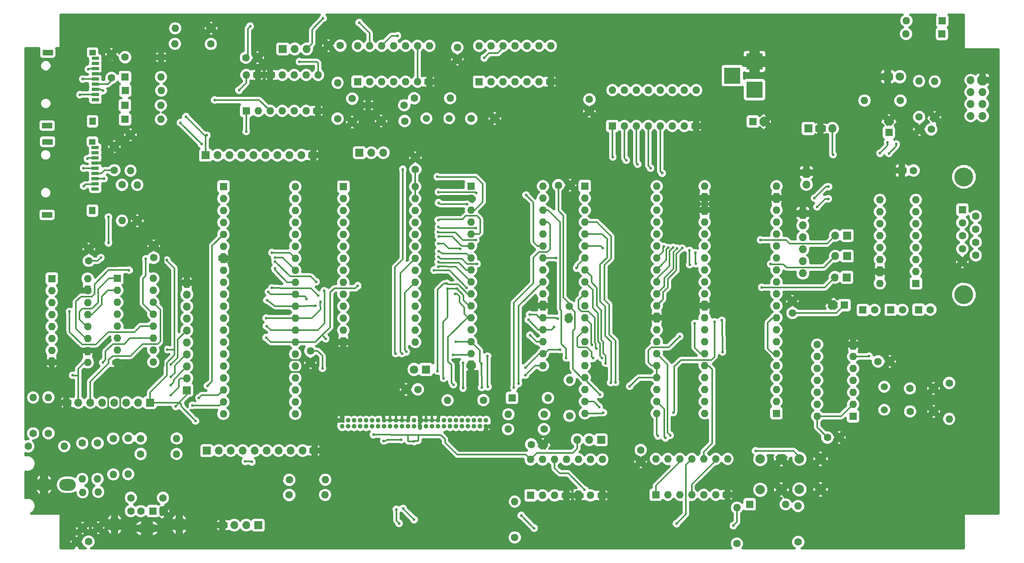
<source format=gbr>
G04 #@! TF.FileFunction,Copper,L1,Top,Signal*
%FSLAX46Y46*%
G04 Gerber Fmt 4.6, Leading zero omitted, Abs format (unit mm)*
G04 Created by KiCad (PCBNEW 4.0.7) date 04/28/21 11:13:30*
%MOMM*%
%LPD*%
G01*
G04 APERTURE LIST*
%ADD10C,0.100000*%
%ADD11O,2.000000X3.500000*%
%ADD12R,1.600000X1.600000*%
%ADD13C,1.600000*%
%ADD14O,4.000000X2.000000*%
%ADD15O,1.600000X1.600000*%
%ADD16R,1.700000X1.700000*%
%ADD17O,1.700000X1.700000*%
%ADD18C,4.000000*%
%ADD19R,1.800000X1.800000*%
%ADD20C,1.800000*%
%ADD21C,2.000000*%
%ADD22O,1.800000X1.800000*%
%ADD23R,1.600000X0.700000*%
%ADD24R,1.400000X1.200000*%
%ADD25R,1.400000X1.600000*%
%ADD26R,2.200000X1.200000*%
%ADD27C,1.500000*%
%ADD28R,3.500000X3.500000*%
%ADD29C,1.000000*%
%ADD30R,1.000000X1.000000*%
%ADD31O,1.000000X1.000000*%
%ADD32O,2.500000X3.500000*%
%ADD33O,3.500000X2.500000*%
%ADD34C,0.600000*%
%ADD35C,0.350000*%
%ADD36C,0.500000*%
G04 APERTURE END LIST*
D10*
D11*
X38710000Y-134100000D03*
X52410000Y-134100000D03*
D12*
X46860000Y-131250000D03*
D13*
X44260000Y-131250000D03*
X48960000Y-131250000D03*
X42160000Y-131250000D03*
X48960000Y-128450000D03*
X42160000Y-128450000D03*
D14*
X45560000Y-134900000D03*
D13*
X127070000Y-117100000D03*
X129570000Y-117100000D03*
D12*
X179070000Y-110490000D03*
D15*
X163830000Y-62230000D03*
X179070000Y-107950000D03*
X163830000Y-64770000D03*
X179070000Y-105410000D03*
X163830000Y-67310000D03*
X179070000Y-102870000D03*
X163830000Y-69850000D03*
X179070000Y-100330000D03*
X163830000Y-72390000D03*
X179070000Y-97790000D03*
X163830000Y-74930000D03*
X179070000Y-95250000D03*
X163830000Y-77470000D03*
X179070000Y-92710000D03*
X163830000Y-80010000D03*
X179070000Y-90170000D03*
X163830000Y-82550000D03*
X179070000Y-87630000D03*
X163830000Y-85090000D03*
X179070000Y-85090000D03*
X163830000Y-87630000D03*
X179070000Y-82550000D03*
X163830000Y-90170000D03*
X179070000Y-80010000D03*
X163830000Y-92710000D03*
X179070000Y-77470000D03*
X163830000Y-95250000D03*
X179070000Y-74930000D03*
X163830000Y-97790000D03*
X179070000Y-72390000D03*
X163830000Y-100330000D03*
X179070000Y-69850000D03*
X163830000Y-102870000D03*
X179070000Y-67310000D03*
X163830000Y-105410000D03*
X179070000Y-64770000D03*
X163830000Y-107950000D03*
X179070000Y-62230000D03*
X163830000Y-110490000D03*
D16*
X194010000Y-81610000D03*
D17*
X191470000Y-81610000D03*
D12*
X218500000Y-67250000D03*
D13*
X218500000Y-70020000D03*
X218500000Y-72790000D03*
X218500000Y-75560000D03*
X218500000Y-78330000D03*
X221340000Y-68635000D03*
X221340000Y-71405000D03*
X221340000Y-74175000D03*
X221340000Y-76945000D03*
D18*
X218800000Y-85290000D03*
X218800000Y-60290000D03*
D12*
X126940000Y-127910000D03*
D15*
X142180000Y-120290000D03*
X129480000Y-127910000D03*
X139640000Y-120290000D03*
X132020000Y-127910000D03*
X137100000Y-120290000D03*
X134560000Y-127910000D03*
X134560000Y-120290000D03*
X137100000Y-127910000D03*
X132020000Y-120290000D03*
X139640000Y-127910000D03*
X129480000Y-120290000D03*
X142180000Y-127910000D03*
X126940000Y-120290000D03*
D12*
X205660000Y-58940000D03*
D13*
X208160000Y-58940000D03*
D12*
X197400000Y-88540000D03*
D13*
X199900000Y-88540000D03*
D12*
X209210000Y-88470000D03*
D13*
X211710000Y-88470000D03*
D12*
X203300000Y-88510000D03*
D13*
X205800000Y-88510000D03*
X207430000Y-110090000D03*
X212430000Y-110090000D03*
X207370000Y-105200000D03*
X212370000Y-105200000D03*
D12*
X193480000Y-87510000D03*
D13*
X190980000Y-87510000D03*
X89120000Y-43660000D03*
X89120000Y-48660000D03*
D12*
X174070000Y-48540000D03*
D13*
X176570000Y-48540000D03*
D12*
X202920000Y-50860000D03*
D13*
X202920000Y-48360000D03*
X38650000Y-58870000D03*
X38650000Y-53870000D03*
X100220000Y-48420000D03*
X95220000Y-48420000D03*
X114340000Y-47890000D03*
X119340000Y-47890000D03*
X38050000Y-39260000D03*
X38050000Y-34260000D03*
D12*
X173400000Y-129810000D03*
D15*
X181020000Y-129810000D03*
D19*
X202680000Y-39000000D03*
D20*
X205220000Y-39000000D03*
D19*
X104770000Y-101170000D03*
D20*
X102230000Y-101170000D03*
D12*
X40900000Y-45090000D03*
D15*
X48520000Y-45090000D03*
D12*
X40920000Y-48080000D03*
D15*
X48540000Y-48080000D03*
D12*
X40990000Y-41970000D03*
D15*
X48610000Y-41970000D03*
D12*
X40920000Y-39090000D03*
D15*
X48540000Y-39090000D03*
D12*
X138430000Y-62230000D03*
D15*
X153670000Y-110490000D03*
X138430000Y-64770000D03*
X153670000Y-107950000D03*
X138430000Y-67310000D03*
X153670000Y-105410000D03*
X138430000Y-69850000D03*
X153670000Y-102870000D03*
X138430000Y-72390000D03*
X153670000Y-100330000D03*
X138430000Y-74930000D03*
X153670000Y-97790000D03*
X138430000Y-77470000D03*
X153670000Y-95250000D03*
X138430000Y-80010000D03*
X153670000Y-92710000D03*
X138430000Y-82550000D03*
X153670000Y-90170000D03*
X138430000Y-85090000D03*
X153670000Y-87630000D03*
X138430000Y-87630000D03*
X153670000Y-85090000D03*
X138430000Y-90170000D03*
X153670000Y-82550000D03*
X138430000Y-92710000D03*
X153670000Y-80010000D03*
X138430000Y-95250000D03*
X153670000Y-77470000D03*
X138430000Y-97790000D03*
X153670000Y-74930000D03*
X138430000Y-100330000D03*
X153670000Y-72390000D03*
X138430000Y-102870000D03*
X153670000Y-69850000D03*
X138430000Y-105410000D03*
X153670000Y-67310000D03*
X138430000Y-107950000D03*
X153670000Y-64770000D03*
X138430000Y-110490000D03*
X153670000Y-62230000D03*
D16*
X184680000Y-68060000D03*
D17*
X184680000Y-70600000D03*
X184680000Y-73140000D03*
X184680000Y-75680000D03*
X184680000Y-78220000D03*
X184680000Y-80760000D03*
D16*
X46250000Y-108200000D03*
D17*
X43710000Y-108200000D03*
X41170000Y-108200000D03*
X38630000Y-108200000D03*
X36090000Y-108200000D03*
X33550000Y-108200000D03*
X31010000Y-108200000D03*
X28470000Y-108200000D03*
D16*
X185420000Y-59380000D03*
D17*
X185420000Y-61920000D03*
D16*
X74380000Y-33110000D03*
D17*
X76920000Y-33110000D03*
X79460000Y-33110000D03*
D16*
X194080000Y-72730000D03*
D17*
X191540000Y-72730000D03*
D16*
X194080000Y-77110000D03*
D17*
X191540000Y-77110000D03*
D16*
X141880000Y-116120000D03*
D17*
X139340000Y-116120000D03*
X136800000Y-116120000D03*
D13*
X170690000Y-138140000D03*
D15*
X170690000Y-130520000D03*
D13*
X183680000Y-137800000D03*
D15*
X183680000Y-130180000D03*
D13*
X135200000Y-111030000D03*
D15*
X135200000Y-103410000D03*
D13*
X75770000Y-124610000D03*
D15*
X83390000Y-124610000D03*
D13*
X75720000Y-127830000D03*
D15*
X83340000Y-127830000D03*
D13*
X215700000Y-104050000D03*
D15*
X215700000Y-111670000D03*
D13*
X129780000Y-113860000D03*
D15*
X122160000Y-113860000D03*
D13*
X129840000Y-110700000D03*
D15*
X122220000Y-110700000D03*
D13*
X205360000Y-44090000D03*
D15*
X197740000Y-44090000D03*
D13*
X116930000Y-107710000D03*
D15*
X109310000Y-107710000D03*
D13*
X31850000Y-116820000D03*
D15*
X31850000Y-124440000D03*
D13*
X31910000Y-134870000D03*
D15*
X31910000Y-127250000D03*
D13*
X85990000Y-47930000D03*
D15*
X85990000Y-40310000D03*
D13*
X40270000Y-61950000D03*
D15*
X40270000Y-69570000D03*
D13*
X43510000Y-69610000D03*
D15*
X43510000Y-61990000D03*
D13*
X59120000Y-32050000D03*
D15*
X51500000Y-32050000D03*
D13*
X59180000Y-28720000D03*
D15*
X51560000Y-28720000D03*
D13*
X42080000Y-51350000D03*
D15*
X42080000Y-58970000D03*
D13*
X102250000Y-43590000D03*
D15*
X109870000Y-43590000D03*
D13*
X100120000Y-45070000D03*
D15*
X92500000Y-45070000D03*
D13*
X35090000Y-116820000D03*
D15*
X35090000Y-124440000D03*
D13*
X35230000Y-134780000D03*
D15*
X35230000Y-127160000D03*
D13*
X40930000Y-34870000D03*
D15*
X48550000Y-34870000D03*
D21*
X180130000Y-126710000D03*
X175630000Y-126710000D03*
X180130000Y-120210000D03*
X175630000Y-120210000D03*
X188430000Y-126650000D03*
X183930000Y-126650000D03*
X188430000Y-120150000D03*
X183930000Y-120150000D03*
D12*
X114300000Y-62230000D03*
D15*
X129540000Y-100330000D03*
X114300000Y-64770000D03*
X129540000Y-97790000D03*
X114300000Y-67310000D03*
X129540000Y-95250000D03*
X114300000Y-69850000D03*
X129540000Y-92710000D03*
X114300000Y-72390000D03*
X129540000Y-90170000D03*
X114300000Y-74930000D03*
X129540000Y-87630000D03*
X114300000Y-77470000D03*
X129540000Y-85090000D03*
X114300000Y-80010000D03*
X129540000Y-82550000D03*
X114300000Y-82550000D03*
X129540000Y-80010000D03*
X114300000Y-85090000D03*
X129540000Y-77470000D03*
X114300000Y-87630000D03*
X129540000Y-74930000D03*
X114300000Y-90170000D03*
X129540000Y-72390000D03*
X114300000Y-92710000D03*
X129540000Y-69850000D03*
X114300000Y-95250000D03*
X129540000Y-67310000D03*
X114300000Y-97790000D03*
X129540000Y-64770000D03*
X114300000Y-100330000D03*
X129540000Y-62230000D03*
D12*
X87230000Y-62360000D03*
D15*
X102470000Y-95380000D03*
X87230000Y-64900000D03*
X102470000Y-92840000D03*
X87230000Y-67440000D03*
X102470000Y-90300000D03*
X87230000Y-69980000D03*
X102470000Y-87760000D03*
X87230000Y-72520000D03*
X102470000Y-85220000D03*
X87230000Y-75060000D03*
X102470000Y-82680000D03*
X87230000Y-77600000D03*
X102470000Y-80140000D03*
X87230000Y-80140000D03*
X102470000Y-77600000D03*
X87230000Y-82680000D03*
X102470000Y-75060000D03*
X87230000Y-85220000D03*
X102470000Y-72520000D03*
X87230000Y-87760000D03*
X102470000Y-69980000D03*
X87230000Y-90300000D03*
X102470000Y-67440000D03*
X87230000Y-92840000D03*
X102470000Y-64900000D03*
X87230000Y-95380000D03*
X102470000Y-62360000D03*
D19*
X185860000Y-50010000D03*
D22*
X188400000Y-50010000D03*
X190940000Y-50010000D03*
D12*
X195330000Y-111130000D03*
D15*
X187710000Y-95890000D03*
X195330000Y-108590000D03*
X187710000Y-98430000D03*
X195330000Y-106050000D03*
X187710000Y-100970000D03*
X195330000Y-103510000D03*
X187710000Y-103510000D03*
X195330000Y-100970000D03*
X187710000Y-106050000D03*
X195330000Y-98430000D03*
X187710000Y-108590000D03*
X195330000Y-95890000D03*
X187710000Y-111130000D03*
D12*
X153470000Y-127790000D03*
D15*
X168710000Y-120170000D03*
X156010000Y-127790000D03*
X166170000Y-120170000D03*
X158550000Y-127790000D03*
X163630000Y-120170000D03*
X161090000Y-127790000D03*
X161090000Y-120170000D03*
X163630000Y-127790000D03*
X158550000Y-120170000D03*
X166170000Y-127790000D03*
X156010000Y-120170000D03*
X168710000Y-127790000D03*
X153470000Y-120170000D03*
D12*
X61790000Y-62320000D03*
D15*
X77030000Y-110580000D03*
X61790000Y-64860000D03*
X77030000Y-108040000D03*
X61790000Y-67400000D03*
X77030000Y-105500000D03*
X61790000Y-69940000D03*
X77030000Y-102960000D03*
X61790000Y-72480000D03*
X77030000Y-100420000D03*
X61790000Y-75020000D03*
X77030000Y-97880000D03*
X61790000Y-77560000D03*
X77030000Y-95340000D03*
X61790000Y-80100000D03*
X77030000Y-92800000D03*
X61790000Y-82640000D03*
X77030000Y-90260000D03*
X61790000Y-85180000D03*
X77030000Y-87720000D03*
X61790000Y-87720000D03*
X77030000Y-85180000D03*
X61790000Y-90260000D03*
X77030000Y-82640000D03*
X61790000Y-92800000D03*
X77030000Y-80100000D03*
X61790000Y-95340000D03*
X77030000Y-77560000D03*
X61790000Y-97880000D03*
X77030000Y-75020000D03*
X61790000Y-100420000D03*
X77030000Y-72480000D03*
X61790000Y-102960000D03*
X77030000Y-69940000D03*
X61790000Y-105500000D03*
X77030000Y-67400000D03*
X61790000Y-108040000D03*
X77030000Y-64860000D03*
X61790000Y-110580000D03*
X77030000Y-62320000D03*
D12*
X66610000Y-46270000D03*
D15*
X81850000Y-38650000D03*
X69150000Y-46270000D03*
X79310000Y-38650000D03*
X71690000Y-46270000D03*
X76770000Y-38650000D03*
X74230000Y-46270000D03*
X74230000Y-38650000D03*
X76770000Y-46270000D03*
X71690000Y-38650000D03*
X79310000Y-46270000D03*
X69150000Y-38650000D03*
X81850000Y-46270000D03*
X66610000Y-38650000D03*
D12*
X90250000Y-40070000D03*
D15*
X105490000Y-32450000D03*
X92790000Y-40070000D03*
X102950000Y-32450000D03*
X95330000Y-40070000D03*
X100410000Y-32450000D03*
X97870000Y-40070000D03*
X97870000Y-32450000D03*
X100410000Y-40070000D03*
X95330000Y-32450000D03*
X102950000Y-40070000D03*
X92790000Y-32450000D03*
X105490000Y-40070000D03*
X90250000Y-32450000D03*
D12*
X39290000Y-81810000D03*
D15*
X46910000Y-99590000D03*
X39290000Y-84350000D03*
X46910000Y-97050000D03*
X39290000Y-86890000D03*
X46910000Y-94510000D03*
X39290000Y-89430000D03*
X46910000Y-91970000D03*
X39290000Y-91970000D03*
X46910000Y-89430000D03*
X39290000Y-94510000D03*
X46910000Y-86890000D03*
X39290000Y-97050000D03*
X46910000Y-84350000D03*
X39290000Y-99590000D03*
X46910000Y-81810000D03*
D23*
X34630000Y-36190000D03*
X34630000Y-37290000D03*
X34630000Y-38390000D03*
X34630000Y-39490000D03*
X34630000Y-40590000D03*
X34630000Y-41690000D03*
X34630000Y-42790000D03*
X34630000Y-43890000D03*
D24*
X34030000Y-33890000D03*
D25*
X34030000Y-48490000D03*
D26*
X24430000Y-49390000D03*
X24530000Y-33890000D03*
D23*
X34630000Y-35090000D03*
X34590000Y-55130000D03*
X34590000Y-56230000D03*
X34590000Y-57330000D03*
X34590000Y-58430000D03*
X34590000Y-59530000D03*
X34590000Y-60630000D03*
X34590000Y-61730000D03*
X34590000Y-62830000D03*
D24*
X33990000Y-52830000D03*
D25*
X33990000Y-67430000D03*
D26*
X24390000Y-68330000D03*
X24490000Y-52830000D03*
D23*
X34590000Y-54030000D03*
D27*
X201930000Y-109730000D03*
X201930000Y-104850000D03*
X104810000Y-47850000D03*
X109690000Y-47850000D03*
D28*
X174420000Y-41780000D03*
X174420000Y-35780000D03*
X169720000Y-38780000D03*
D12*
X144280000Y-49490000D03*
D15*
X162060000Y-41870000D03*
X146820000Y-49490000D03*
X159520000Y-41870000D03*
X149360000Y-49490000D03*
X156980000Y-41870000D03*
X151900000Y-49490000D03*
X154440000Y-41870000D03*
X154440000Y-49490000D03*
X151900000Y-41870000D03*
X156980000Y-49490000D03*
X149360000Y-41870000D03*
X159520000Y-49490000D03*
X146820000Y-41870000D03*
X162060000Y-49490000D03*
X144280000Y-41870000D03*
D12*
X25380000Y-81880000D03*
D15*
X33000000Y-99660000D03*
X25380000Y-84420000D03*
X33000000Y-97120000D03*
X25380000Y-86960000D03*
X33000000Y-94580000D03*
X25380000Y-89500000D03*
X33000000Y-92040000D03*
X25380000Y-92040000D03*
X33000000Y-89500000D03*
X25380000Y-94580000D03*
X33000000Y-86960000D03*
X25380000Y-97120000D03*
X33000000Y-84420000D03*
X25380000Y-99660000D03*
X33000000Y-81880000D03*
D13*
X189880000Y-115620000D03*
X192380000Y-115620000D03*
X200600000Y-99480000D03*
X203100000Y-99480000D03*
X150290000Y-118270000D03*
X150290000Y-120770000D03*
X102490000Y-58710000D03*
X102490000Y-56210000D03*
X132810000Y-62060000D03*
X135310000Y-62060000D03*
X135150000Y-87770000D03*
X135150000Y-90270000D03*
D12*
X208640000Y-82910000D03*
D15*
X201020000Y-65130000D03*
X208640000Y-80370000D03*
X201020000Y-67670000D03*
X208640000Y-77830000D03*
X201020000Y-70210000D03*
X208640000Y-75290000D03*
X201020000Y-72750000D03*
X208640000Y-72750000D03*
X201020000Y-75290000D03*
X208640000Y-70210000D03*
X201020000Y-77830000D03*
X208640000Y-67670000D03*
X201020000Y-80370000D03*
X208640000Y-65130000D03*
X201020000Y-82910000D03*
D13*
X182460000Y-89190000D03*
X182460000Y-86690000D03*
X80240000Y-97230000D03*
X80240000Y-99730000D03*
X139390000Y-43840000D03*
X139390000Y-46340000D03*
X103020000Y-105420000D03*
X100520000Y-105420000D03*
D29*
X86980000Y-113270000D03*
D30*
X86980000Y-112000000D03*
D31*
X88250000Y-113270000D03*
X88250000Y-112000000D03*
X89520000Y-113270000D03*
X89520000Y-112000000D03*
X90790000Y-113270000D03*
X90790000Y-112000000D03*
X92060000Y-113270000D03*
X92060000Y-112000000D03*
X93330000Y-113270000D03*
X93330000Y-112000000D03*
X94600000Y-113270000D03*
X94600000Y-112000000D03*
X95870000Y-113270000D03*
X95870000Y-112000000D03*
X97140000Y-113270000D03*
X97140000Y-112000000D03*
X98410000Y-113270000D03*
X98410000Y-112000000D03*
X99680000Y-113270000D03*
X99680000Y-112000000D03*
X100950000Y-113270000D03*
X100950000Y-112000000D03*
X102220000Y-113270000D03*
X102220000Y-112000000D03*
X103490000Y-113270000D03*
X103490000Y-112000000D03*
X104760000Y-113270000D03*
X104760000Y-112000000D03*
X106030000Y-113270000D03*
X106030000Y-112000000D03*
X107300000Y-113270000D03*
X107300000Y-112000000D03*
X108570000Y-113270000D03*
X108570000Y-112000000D03*
X109840000Y-113270000D03*
X109840000Y-112000000D03*
X111110000Y-113270000D03*
X111110000Y-112000000D03*
X112380000Y-113270000D03*
X112380000Y-112000000D03*
X113650000Y-113270000D03*
X113650000Y-112000000D03*
X114920000Y-113270000D03*
X114920000Y-112000000D03*
X116190000Y-113270000D03*
X116190000Y-112000000D03*
X117460000Y-113270000D03*
X117460000Y-112000000D03*
D13*
X66550000Y-34980000D03*
X69050000Y-34980000D03*
X86560000Y-32410000D03*
X84060000Y-32410000D03*
X47000000Y-77450000D03*
X47000000Y-74950000D03*
X33240000Y-78110000D03*
X33240000Y-75610000D03*
X111390000Y-32800000D03*
X111390000Y-35300000D03*
D12*
X116010000Y-40090000D03*
D15*
X131250000Y-32470000D03*
X118550000Y-40090000D03*
X128710000Y-32470000D03*
X121090000Y-40090000D03*
X126170000Y-32470000D03*
X123630000Y-40090000D03*
X123630000Y-32470000D03*
X126170000Y-40090000D03*
X121090000Y-32470000D03*
X128710000Y-40090000D03*
X118550000Y-32470000D03*
X131250000Y-40090000D03*
X116010000Y-32470000D03*
D16*
X58000000Y-55680000D03*
D17*
X60540000Y-55680000D03*
X63080000Y-55680000D03*
X65620000Y-55680000D03*
X68160000Y-55680000D03*
X70700000Y-55680000D03*
X73240000Y-55680000D03*
X75780000Y-55680000D03*
X78320000Y-55680000D03*
X80860000Y-55680000D03*
D16*
X58250000Y-118410000D03*
D17*
X60790000Y-118410000D03*
X63330000Y-118410000D03*
X65870000Y-118410000D03*
X68410000Y-118410000D03*
X70950000Y-118410000D03*
X73490000Y-118410000D03*
X76030000Y-118410000D03*
X78570000Y-118410000D03*
X81110000Y-118410000D03*
D16*
X54030000Y-105580000D03*
D17*
X54030000Y-103040000D03*
X54030000Y-100500000D03*
X54030000Y-97960000D03*
X54030000Y-95420000D03*
X54030000Y-92880000D03*
X54030000Y-90340000D03*
X54030000Y-87800000D03*
X54030000Y-85260000D03*
X54030000Y-82720000D03*
D12*
X122990000Y-107210000D03*
D15*
X130610000Y-107210000D03*
D16*
X69160000Y-134240000D03*
D17*
X66620000Y-134240000D03*
X64080000Y-134240000D03*
X61540000Y-134240000D03*
D13*
X123580000Y-136850000D03*
D15*
X123580000Y-129230000D03*
D13*
X33160000Y-137730000D03*
X30660000Y-137730000D03*
X38430000Y-115840000D03*
D15*
X38430000Y-123460000D03*
D13*
X41600000Y-115780000D03*
D15*
X41600000Y-123400000D03*
D13*
X44220000Y-119120000D03*
D15*
X51840000Y-119120000D03*
D13*
X44240000Y-115820000D03*
D15*
X51860000Y-115820000D03*
D16*
X90610000Y-55150000D03*
D17*
X93150000Y-55150000D03*
X95690000Y-55150000D03*
D32*
X23750000Y-125650000D03*
D33*
X28750000Y-125650000D03*
D13*
X20410000Y-117500000D03*
D15*
X28030000Y-117500000D03*
D13*
X21430000Y-114750000D03*
D15*
X21430000Y-107130000D03*
D13*
X24670000Y-114720000D03*
D15*
X24670000Y-107100000D03*
D13*
X211910000Y-50180000D03*
X209410000Y-50180000D03*
D12*
X214240000Y-27130000D03*
D15*
X206620000Y-27130000D03*
D12*
X214170000Y-29950000D03*
D15*
X206550000Y-29950000D03*
D13*
X209320000Y-47570000D03*
D15*
X209320000Y-39950000D03*
D13*
X212650000Y-47650000D03*
D15*
X212650000Y-40030000D03*
D16*
X222800000Y-39740000D03*
D17*
X220260000Y-39740000D03*
X222800000Y-42280000D03*
X220260000Y-42280000D03*
X222800000Y-44820000D03*
X220260000Y-44820000D03*
X222800000Y-47360000D03*
X220260000Y-47360000D03*
D34*
X145570000Y-87540000D03*
X145680000Y-90470000D03*
X121920000Y-88310000D03*
X126230000Y-88150000D03*
X123460000Y-84650000D03*
X126880000Y-86990000D03*
X51660000Y-109040000D03*
X102230000Y-116460000D03*
X49910000Y-96940000D03*
X98690000Y-30320000D03*
X66400000Y-120700000D03*
X67830000Y-120790000D03*
X35800000Y-77440000D03*
X55880000Y-112110000D03*
X49790000Y-77950000D03*
X53840000Y-47500000D03*
X58260000Y-51440000D03*
X65090000Y-41880000D03*
X67480000Y-28270000D03*
X191080000Y-55570000D03*
X158560000Y-94160000D03*
X82800000Y-100950000D03*
X93610000Y-115030000D03*
X141660000Y-106510000D03*
X147950000Y-104730000D03*
X115410000Y-63670000D03*
X107370000Y-63490000D03*
X167640000Y-97450000D03*
X167500000Y-90750000D03*
X169930000Y-134340000D03*
X127690000Y-134870000D03*
X124950000Y-132180000D03*
X161870000Y-76420000D03*
X162010000Y-78700000D03*
X156520000Y-115170000D03*
X174640000Y-118450000D03*
X116580000Y-104990000D03*
X72700000Y-77400000D03*
X111110000Y-95280000D03*
X116540000Y-99960000D03*
X71340000Y-84710000D03*
X79460000Y-86190000D03*
X142810000Y-99840000D03*
X125840000Y-102380000D03*
X70840000Y-90260000D03*
X82420000Y-86780000D03*
X142040000Y-98740000D03*
X126820000Y-93910000D03*
X70840000Y-94410000D03*
X83490000Y-94650000D03*
X90270000Y-83420000D03*
X140180000Y-98790000D03*
X126720000Y-89510000D03*
X132660000Y-90410000D03*
X175690000Y-73680000D03*
X177840000Y-78790000D03*
X198683489Y-98331836D03*
X82910000Y-26580000D03*
X142250000Y-75350000D03*
X175940000Y-83740000D03*
X204480000Y-53300000D03*
X202920000Y-55280000D03*
X190080000Y-64930000D03*
X187700000Y-66660000D03*
X153960000Y-115300000D03*
X165930000Y-91070000D03*
X157200000Y-110320000D03*
X108460000Y-103070000D03*
X72750000Y-78230000D03*
X81440000Y-82560000D03*
X109300000Y-84020000D03*
X111340000Y-84030000D03*
X158030000Y-75430000D03*
X110580000Y-104420000D03*
X72100000Y-83850000D03*
X81880000Y-85420000D03*
X110960000Y-85120000D03*
X159090000Y-75420000D03*
X202650000Y-52920000D03*
X201050000Y-55250000D03*
X190120000Y-62370000D03*
X187140000Y-64790000D03*
X161740000Y-91390000D03*
X160680000Y-78930000D03*
X160660000Y-75890000D03*
X142350000Y-110350000D03*
X70940000Y-91940000D03*
X83170000Y-84470000D03*
X140900000Y-96760000D03*
X126460000Y-90620000D03*
X131900000Y-92180000D03*
X71030000Y-86450000D03*
X81310000Y-87690000D03*
X133170000Y-96970000D03*
X125790000Y-100800000D03*
X136670000Y-79650000D03*
X117810000Y-98360000D03*
X117900000Y-104870000D03*
X72700000Y-79720000D03*
X140000000Y-95990000D03*
X110470000Y-98050000D03*
X112610000Y-105130000D03*
X112620000Y-99780000D03*
X41760000Y-80090000D03*
X72080000Y-76390000D03*
X115580000Y-78770000D03*
X107400000Y-77240000D03*
X113450000Y-66080000D03*
X107410000Y-65780000D03*
X155540000Y-115700000D03*
X107370000Y-70880000D03*
X115300000Y-71120000D03*
X107150000Y-60270000D03*
X144960000Y-103920000D03*
X143930000Y-103980000D03*
X107210000Y-101530000D03*
X109160000Y-82890000D03*
X157150000Y-75270000D03*
X144370000Y-56060000D03*
X107350000Y-79400000D03*
X156100000Y-75300000D03*
X147230000Y-56750000D03*
X107350000Y-78390000D03*
X155200000Y-75060000D03*
X149640000Y-57590000D03*
X107410000Y-76100000D03*
X107410000Y-72970000D03*
X152400000Y-58440000D03*
X154840000Y-59510000D03*
X107350000Y-69460000D03*
X125960000Y-64150000D03*
X107300000Y-72020000D03*
X115330000Y-73670000D03*
X141480000Y-109160000D03*
X107390000Y-74490000D03*
X112060000Y-75590000D03*
X132360000Y-77500000D03*
X113370000Y-83860000D03*
X106440000Y-80100000D03*
X99830000Y-58670000D03*
X98300000Y-97800000D03*
X58400000Y-104670000D03*
X98450000Y-130910000D03*
X99060000Y-133880000D03*
X157890000Y-133920000D03*
X66630000Y-50660000D03*
X99900000Y-130680000D03*
X102230000Y-133080000D03*
X95810000Y-116360000D03*
X99460000Y-116110000D03*
X56570000Y-107200000D03*
X55210000Y-108800000D03*
X50670000Y-106600000D03*
X50640000Y-102700000D03*
X50630000Y-100120000D03*
X90580000Y-27530000D03*
X36210000Y-99690000D03*
X37420000Y-74300000D03*
X37410000Y-68790000D03*
X33120000Y-37430000D03*
X32940000Y-56440000D03*
X29810000Y-102400000D03*
X31360000Y-42850000D03*
X59930000Y-43960000D03*
X36270000Y-41980000D03*
X36490000Y-60660000D03*
X32130000Y-58410000D03*
X31950000Y-39520000D03*
X32170000Y-62220000D03*
X99630000Y-97820000D03*
X124360000Y-104160000D03*
X123410000Y-104990000D03*
X134490000Y-98720000D03*
X100570000Y-97430000D03*
X138360000Y-126730000D03*
X77900000Y-35820000D03*
X45340000Y-77690000D03*
X29170000Y-88880000D03*
X117100000Y-35030000D03*
X50600000Y-104480000D03*
X52670000Y-48770000D03*
X57120000Y-53300000D03*
D35*
X74400000Y-100810000D02*
X74500000Y-100810000D01*
X78270000Y-101700000D02*
X80240000Y-99730000D01*
X75390000Y-101700000D02*
X78270000Y-101700000D01*
X74500000Y-100810000D02*
X75390000Y-101700000D01*
X66780000Y-99160000D02*
X66830000Y-99160000D01*
X74400000Y-100810000D02*
X76050000Y-99160000D01*
X68480000Y-100810000D02*
X74400000Y-100810000D01*
X66830000Y-99160000D02*
X68480000Y-100810000D01*
X117460000Y-113270000D02*
X119240000Y-113270000D01*
X107300000Y-110340000D02*
X107300000Y-112000000D01*
X107550000Y-110090000D02*
X107300000Y-110340000D01*
X118550000Y-110090000D02*
X107550000Y-110090000D01*
X119220000Y-110760000D02*
X118550000Y-110090000D01*
X119220000Y-113250000D02*
X119220000Y-110760000D01*
X119240000Y-113270000D02*
X119220000Y-113250000D01*
X107300000Y-112000000D02*
X106030000Y-112000000D01*
X86980000Y-112000000D02*
X86980000Y-110760000D01*
X95870000Y-110590000D02*
X95870000Y-112000000D01*
X95790000Y-110510000D02*
X95870000Y-110590000D01*
X87230000Y-110510000D02*
X95790000Y-110510000D01*
X86980000Y-110760000D02*
X87230000Y-110510000D01*
X100950000Y-112000000D02*
X100950000Y-111030000D01*
X103490000Y-110990000D02*
X103490000Y-112000000D01*
X103260000Y-110760000D02*
X103490000Y-110990000D01*
X101220000Y-110760000D02*
X103260000Y-110760000D01*
X100950000Y-111030000D02*
X101220000Y-110760000D01*
X103490000Y-112000000D02*
X103490000Y-113270000D01*
X104760000Y-112000000D02*
X103490000Y-112000000D01*
X106030000Y-112000000D02*
X104760000Y-112000000D01*
X98410000Y-112000000D02*
X97140000Y-112000000D01*
X99680000Y-112000000D02*
X98410000Y-112000000D01*
X100950000Y-112000000D02*
X99680000Y-112000000D01*
X97140000Y-112000000D02*
X95870000Y-112000000D01*
X37380000Y-105190000D02*
X39290000Y-103280000D01*
X37380000Y-109410000D02*
X37380000Y-105190000D01*
X37060000Y-109730000D02*
X37380000Y-109410000D01*
X37060000Y-109940000D02*
X37060000Y-109730000D01*
X39290000Y-103280000D02*
X39290000Y-106630000D01*
X37060000Y-109940000D02*
X36440000Y-109940000D01*
X39700000Y-109940000D02*
X37060000Y-109940000D01*
X39890000Y-109750000D02*
X39700000Y-109940000D01*
X39890000Y-107230000D02*
X39890000Y-109750000D01*
X39290000Y-106630000D02*
X39890000Y-107230000D01*
X39290000Y-99590000D02*
X39290000Y-103280000D01*
X30210000Y-109940000D02*
X28470000Y-108200000D01*
X36440000Y-109940000D02*
X30210000Y-109940000D01*
X34630000Y-38390000D02*
X35740000Y-38390000D01*
X38050000Y-36080000D02*
X38050000Y-34260000D01*
X35740000Y-38390000D02*
X38050000Y-36080000D01*
X34590000Y-57330000D02*
X36140000Y-57330000D01*
X38650000Y-54820000D02*
X38650000Y-53870000D01*
X36140000Y-57330000D02*
X38650000Y-54820000D01*
X129540000Y-87630000D02*
X126750000Y-87630000D01*
X126750000Y-87630000D02*
X126230000Y-88150000D01*
X129540000Y-87630000D02*
X127520000Y-87630000D01*
X127520000Y-87630000D02*
X126880000Y-86990000D01*
X47000000Y-74950000D02*
X47000000Y-75300000D01*
X47000000Y-75300000D02*
X49100000Y-76940000D01*
X40700000Y-101000000D02*
X39290000Y-99590000D01*
X48060000Y-101000000D02*
X40700000Y-101000000D01*
X49100000Y-100460000D02*
X48060000Y-101000000D01*
X49100000Y-76940000D02*
X49100000Y-100460000D01*
X47000000Y-74950000D02*
X46340000Y-74950000D01*
X80240000Y-99730000D02*
X80010000Y-99730000D01*
X80010000Y-99730000D02*
X79350000Y-99160000D01*
X79350000Y-99160000D02*
X76050000Y-99160000D01*
X66780000Y-99160000D02*
X66770000Y-99160000D01*
X66770000Y-99160000D02*
X63200000Y-95500000D01*
X63200000Y-95500000D02*
X63200000Y-78970000D01*
X63200000Y-78970000D02*
X61790000Y-77560000D01*
X52545000Y-108155000D02*
X52545000Y-108055000D01*
X51660000Y-109040000D02*
X52545000Y-108155000D01*
X108770000Y-116130000D02*
X108770000Y-115970000D01*
X108770000Y-115970000D02*
X107887503Y-115087503D01*
X108770000Y-116130000D02*
X108770000Y-116680000D01*
X125930000Y-119280000D02*
X126940000Y-120290000D01*
X111370000Y-119280000D02*
X125930000Y-119280000D01*
X108770000Y-116680000D02*
X111370000Y-119280000D01*
X179070000Y-90170000D02*
X178280000Y-90170000D01*
X178280000Y-90170000D02*
X177250000Y-91200000D01*
X177250000Y-96690000D02*
X178350000Y-97790000D01*
X177250000Y-91200000D02*
X177250000Y-91870000D01*
X177250000Y-91870000D02*
X177250000Y-96690000D01*
X178350000Y-97790000D02*
X179070000Y-97790000D01*
X102230000Y-116460000D02*
X100960000Y-116460000D01*
X100970000Y-116450000D02*
X100970000Y-115085193D01*
X100960000Y-116460000D02*
X100970000Y-116450000D01*
X103170000Y-116300000D02*
X103170000Y-115096015D01*
X103080000Y-116390000D02*
X103170000Y-116300000D01*
X102300000Y-116390000D02*
X103080000Y-116390000D01*
X102230000Y-116460000D02*
X102300000Y-116390000D01*
X104240007Y-115094084D02*
X103170000Y-115096015D01*
X107887503Y-115087503D02*
X104240007Y-115094084D01*
X49910000Y-96940000D02*
X49920000Y-96950000D01*
X49920000Y-96950000D02*
X51420000Y-96950000D01*
X49760000Y-99870000D02*
X49760000Y-99770000D01*
X49760000Y-99770000D02*
X51420000Y-98110000D01*
X51420000Y-98110000D02*
X51420000Y-96950000D01*
X51420000Y-96950000D02*
X51420000Y-79719998D01*
X51420000Y-79719998D02*
X49650002Y-77950000D01*
X49650002Y-77950000D02*
X49760000Y-77950000D01*
X95330000Y-32450000D02*
X95330000Y-32420000D01*
X95330000Y-32420000D02*
X97430000Y-30320000D01*
X97430000Y-30320000D02*
X98690000Y-30320000D01*
X67750000Y-120710000D02*
X66400000Y-120700000D01*
X67830000Y-120790000D02*
X67750000Y-120710000D01*
X33240000Y-78110000D02*
X35130000Y-78110000D01*
X35130000Y-78110000D02*
X35800000Y-77440000D01*
X52810000Y-108610000D02*
X52400000Y-108200000D01*
X52810000Y-109040000D02*
X52810000Y-108610000D01*
X55880000Y-112110000D02*
X52810000Y-109040000D01*
X46250000Y-106020000D02*
X49760000Y-102510000D01*
X49760000Y-77950000D02*
X49760000Y-77980000D01*
X49760000Y-102510000D02*
X49760000Y-99870000D01*
X49760000Y-77980000D02*
X49790000Y-77950000D01*
X46250000Y-106020000D02*
X46250000Y-108200000D01*
X54030000Y-105580000D02*
X54030000Y-106570000D01*
X54030000Y-106570000D02*
X52545000Y-108055000D01*
X52545000Y-108055000D02*
X52400000Y-108200000D01*
X52400000Y-108200000D02*
X49800000Y-108200000D01*
X49800000Y-108200000D02*
X48540000Y-108200000D01*
X48540000Y-108200000D02*
X46250000Y-108200000D01*
X58260000Y-51440000D02*
X57780000Y-51440000D01*
X57780000Y-51440000D02*
X53840000Y-47500000D01*
X66610000Y-38650000D02*
X66610000Y-40360000D01*
X58000000Y-51700000D02*
X58000000Y-55680000D01*
X58260000Y-51440000D02*
X58000000Y-51700000D01*
X66610000Y-40360000D02*
X65090000Y-41880000D01*
X66970000Y-28780000D02*
X66970000Y-34560000D01*
X67480000Y-28270000D02*
X66970000Y-28780000D01*
X66970000Y-34560000D02*
X66550000Y-34980000D01*
X191190000Y-89190000D02*
X191800000Y-89190000D01*
X182460000Y-89190000D02*
X191190000Y-89190000D01*
X191800000Y-89190000D02*
X193480000Y-87510000D01*
X190940000Y-55430000D02*
X190940000Y-50010000D01*
X191080000Y-55570000D02*
X190940000Y-55430000D01*
X152550000Y-100330000D02*
X153670000Y-100330000D01*
X151880000Y-99660000D02*
X152550000Y-100330000D01*
X151880000Y-97170000D02*
X151880000Y-99660000D01*
X152550000Y-96500000D02*
X151880000Y-97170000D01*
X156220000Y-96500000D02*
X152550000Y-96500000D01*
X158560000Y-94160000D02*
X156220000Y-96500000D01*
X136800000Y-116120000D02*
X136800000Y-117990000D01*
X136800000Y-117990000D02*
X135860000Y-118930000D01*
X135860000Y-118930000D02*
X128300000Y-118930000D01*
X128300000Y-118930000D02*
X126940000Y-120290000D01*
X81750000Y-97230000D02*
X82790000Y-98270000D01*
X82790000Y-98270000D02*
X82800000Y-100950000D01*
X81750000Y-97230000D02*
X80240000Y-97230000D01*
X102559941Y-115097116D02*
X100970000Y-115085193D01*
X103170000Y-115096015D02*
X102559941Y-115097116D01*
X100970000Y-115085193D02*
X93610000Y-115030000D01*
X153670000Y-102870000D02*
X149880000Y-102870000D01*
X141660000Y-106510000D02*
X138430000Y-103280000D01*
X149880000Y-102870000D02*
X147950000Y-104730000D01*
X138430000Y-103280000D02*
X138430000Y-102870000D01*
X138430000Y-102870000D02*
X137690000Y-102870000D01*
X137690000Y-102870000D02*
X135880000Y-101060000D01*
X136330000Y-88950000D02*
X135150000Y-87770000D01*
X136330000Y-92520000D02*
X136330000Y-88950000D01*
X135880000Y-92970000D02*
X136330000Y-92520000D01*
X135880000Y-101060000D02*
X135880000Y-92970000D01*
X153670000Y-100330000D02*
X153670000Y-102870000D01*
X187710000Y-111130000D02*
X187710000Y-113450000D01*
X187710000Y-113450000D02*
X189880000Y-115620000D01*
X187710000Y-111130000D02*
X192790000Y-111130000D01*
X192790000Y-111130000D02*
X195330000Y-108590000D01*
X115410000Y-63670000D02*
X115230000Y-63490000D01*
X115230000Y-63490000D02*
X107370000Y-63490000D01*
X135150000Y-87770000D02*
X135150000Y-87150000D01*
X135150000Y-87150000D02*
X133910000Y-85910000D01*
X132810000Y-67460000D02*
X132810000Y-62060000D01*
X133910000Y-68560000D02*
X132810000Y-67460000D01*
X133910000Y-85910000D02*
X133910000Y-68560000D01*
X102490000Y-58710000D02*
X102490000Y-62340000D01*
X102490000Y-62340000D02*
X102470000Y-62360000D01*
X102470000Y-62360000D02*
X102470000Y-64900000D01*
X34590000Y-59530000D02*
X35910000Y-59530000D01*
X36570000Y-58870000D02*
X38650000Y-58870000D01*
X35910000Y-59530000D02*
X36570000Y-58870000D01*
X102950000Y-40070000D02*
X102950000Y-32450000D01*
X38050000Y-39260000D02*
X38050000Y-39860000D01*
X38050000Y-39860000D02*
X37320000Y-40590000D01*
X37320000Y-40590000D02*
X34630000Y-40590000D01*
X167560000Y-90810000D02*
X167640000Y-97450000D01*
X167500000Y-90750000D02*
X167560000Y-90810000D01*
X170690000Y-133580000D02*
X170690000Y-130520000D01*
X169930000Y-134340000D02*
X170690000Y-133580000D01*
X127640000Y-134870000D02*
X127690000Y-134870000D01*
X124950000Y-132180000D02*
X127640000Y-134870000D01*
X161870000Y-78560000D02*
X161870000Y-76420000D01*
X162010000Y-78700000D02*
X161870000Y-78560000D01*
X183930000Y-120150000D02*
X183930000Y-119650000D01*
X183930000Y-119650000D02*
X182730000Y-118450000D01*
X155950000Y-100070000D02*
X153670000Y-97790000D01*
X155950000Y-114600000D02*
X155950000Y-100070000D01*
X156520000Y-115170000D02*
X155950000Y-114600000D01*
X182730000Y-118450000D02*
X174640000Y-118450000D01*
X116580000Y-104990000D02*
X116540000Y-99960000D01*
X33000000Y-92040000D02*
X32780000Y-92040000D01*
X32780000Y-92040000D02*
X31270000Y-90530000D01*
X31270000Y-90530000D02*
X31270000Y-88890000D01*
X31270000Y-88890000D02*
X31870000Y-88240000D01*
X31870000Y-88240000D02*
X33890000Y-88240000D01*
X33890000Y-88240000D02*
X35210000Y-86970000D01*
X35210000Y-86970000D02*
X35210000Y-84090000D01*
X35210000Y-84090000D02*
X37490000Y-81810000D01*
X37490000Y-81810000D02*
X39290000Y-81810000D01*
X77030000Y-80100000D02*
X74330000Y-77400000D01*
X72700000Y-77400000D02*
X74330000Y-77400000D01*
X77030000Y-79940000D02*
X77030000Y-80100000D01*
X111140000Y-95250000D02*
X111110000Y-95280000D01*
X114300000Y-95250000D02*
X111140000Y-95250000D01*
X116190000Y-97140000D02*
X114300000Y-95250000D01*
X116190000Y-99610000D02*
X116190000Y-97140000D01*
X116540000Y-99960000D02*
X116190000Y-99610000D01*
X71810000Y-85180000D02*
X71340000Y-84710000D01*
X77030000Y-85180000D02*
X71810000Y-85180000D01*
X79090000Y-85640000D02*
X77490000Y-85640000D01*
X79460000Y-86190000D02*
X79090000Y-85640000D01*
X77490000Y-85640000D02*
X77030000Y-85180000D01*
X77360000Y-85510000D02*
X77030000Y-85180000D01*
X142810000Y-98210000D02*
X142330000Y-97730000D01*
X141880000Y-88760000D02*
X141980000Y-88660000D01*
X141880000Y-94830000D02*
X141880000Y-88760000D01*
X142330000Y-95280000D02*
X141880000Y-94830000D01*
X142330000Y-97730000D02*
X142330000Y-95280000D01*
X139840000Y-81420000D02*
X138430000Y-80010000D01*
X139840000Y-82700000D02*
X139840000Y-81420000D01*
X141020000Y-83880000D02*
X139840000Y-82700000D01*
X141020000Y-87700000D02*
X141020000Y-83880000D01*
X141980000Y-88660000D02*
X141020000Y-87700000D01*
X142810000Y-99840000D02*
X142810000Y-98210000D01*
X127890000Y-100330000D02*
X129540000Y-100330000D01*
X125840000Y-102380000D02*
X127890000Y-100330000D01*
X72970000Y-90260000D02*
X70840000Y-90260000D01*
X77030000Y-90260000D02*
X72970000Y-90260000D01*
X80540000Y-90260000D02*
X77030000Y-90260000D01*
X82356352Y-88436161D02*
X80540000Y-90260000D01*
X82281212Y-87199926D02*
X82356352Y-88436161D01*
X82420000Y-86780000D02*
X82281212Y-87199926D01*
X141670000Y-96000000D02*
X141670000Y-98370000D01*
X141670000Y-98370000D02*
X142040000Y-98740000D01*
X141209567Y-89254315D02*
X141209567Y-95209567D01*
X141209567Y-95209567D02*
X141670000Y-95670000D01*
X141670000Y-96000000D02*
X141670000Y-95670000D01*
X140170000Y-84290000D02*
X138430000Y-82550000D01*
X140170000Y-88090000D02*
X140170000Y-84290000D01*
X141209567Y-89254315D02*
X140170000Y-88090000D01*
X128160000Y-95250000D02*
X129540000Y-95250000D01*
X126820000Y-93910000D02*
X128160000Y-95250000D01*
X71770000Y-95340000D02*
X70840000Y-94410000D01*
X71770000Y-95340000D02*
X77030000Y-95340000D01*
X82795000Y-93955000D02*
X82655000Y-93955000D01*
X83490000Y-94650000D02*
X82795000Y-93955000D01*
X81270000Y-95340000D02*
X77030000Y-95340000D01*
X82655000Y-93955000D02*
X81270000Y-95340000D01*
X84410000Y-92200000D02*
X83650000Y-92960000D01*
X83650000Y-92960000D02*
X82655000Y-93955000D01*
X84410000Y-84820000D02*
X84410000Y-92200000D01*
X85330000Y-83970000D02*
X84410000Y-84820000D01*
X89790000Y-83970000D02*
X85330000Y-83970000D01*
X90270000Y-83420000D02*
X89790000Y-83970000D01*
X136810000Y-94330000D02*
X138430000Y-92710000D01*
X136810000Y-96200000D02*
X136810000Y-94330000D01*
X137090000Y-96480000D02*
X136810000Y-96200000D01*
X138890000Y-96480000D02*
X137090000Y-96480000D01*
X139860000Y-97450000D02*
X138890000Y-96480000D01*
X139860000Y-98470000D02*
X139860000Y-97450000D01*
X140180000Y-98790000D02*
X139860000Y-98470000D01*
X128160000Y-89510000D02*
X128820000Y-90170000D01*
X126720000Y-89510000D02*
X128160000Y-89510000D01*
X128820000Y-90170000D02*
X129540000Y-90170000D01*
X129540000Y-90170000D02*
X132150000Y-90170000D01*
X132150000Y-90170000D02*
X132660000Y-90410000D01*
X175690000Y-73680000D02*
X175700000Y-73670000D01*
X175700000Y-73670000D02*
X181120000Y-73670000D01*
X181120000Y-73670000D02*
X181880000Y-74430000D01*
X181880000Y-74430000D02*
X189840000Y-74430000D01*
X189840000Y-74430000D02*
X191540000Y-72730000D01*
X189130000Y-79520000D02*
X191540000Y-77110000D01*
X181250000Y-79520000D02*
X189130000Y-79520000D01*
X180550000Y-78820000D02*
X181250000Y-79520000D01*
X177870000Y-78820000D02*
X180550000Y-78820000D01*
X177840000Y-78790000D02*
X177870000Y-78820000D01*
X198573489Y-98441836D02*
X198683489Y-98331836D01*
X198573489Y-98441836D02*
X195330000Y-98430000D01*
X82910000Y-26580000D02*
X80640000Y-29030000D01*
X80640000Y-29030000D02*
X80640000Y-31930000D01*
X80640000Y-31930000D02*
X79460000Y-33110000D01*
X141830000Y-74930000D02*
X142250000Y-75350000D01*
X138430000Y-74930000D02*
X141830000Y-74930000D01*
X138750000Y-75250000D02*
X138430000Y-74930000D01*
X175940000Y-83740000D02*
X175960000Y-83760000D01*
X175960000Y-83760000D02*
X189320000Y-83760000D01*
X191470000Y-81610000D02*
X189320000Y-83760000D01*
X204480000Y-53720000D02*
X204480000Y-53300000D01*
X202920000Y-55280000D02*
X204480000Y-53720000D01*
X189430000Y-64930000D02*
X190080000Y-64930000D01*
X187700000Y-66660000D02*
X189430000Y-64930000D01*
X153670000Y-115010000D02*
X153670000Y-110490000D01*
X153960000Y-115300000D02*
X153670000Y-115010000D01*
X157400000Y-100470000D02*
X157500000Y-100470000D01*
X165930000Y-98480000D02*
X165930000Y-91070000D01*
X165260000Y-99150000D02*
X165930000Y-98480000D01*
X158820000Y-99150000D02*
X165260000Y-99150000D01*
X157500000Y-100470000D02*
X158820000Y-99150000D01*
X157400000Y-100720000D02*
X157400000Y-100470000D01*
X157400000Y-110120000D02*
X157400000Y-100720000D01*
X157200000Y-110320000D02*
X157400000Y-110120000D01*
X158550000Y-120170000D02*
X158550000Y-120790000D01*
X158550000Y-120790000D02*
X153470000Y-125870000D01*
X153470000Y-125870000D02*
X153470000Y-127790000D01*
X108460000Y-103070000D02*
X108380000Y-102990000D01*
X108380000Y-102990000D02*
X108380000Y-91020000D01*
X108380000Y-91020000D02*
X109280000Y-90120000D01*
X109280000Y-90120000D02*
X109300000Y-84020000D01*
X75932749Y-81412749D02*
X76200320Y-81412749D01*
X72750000Y-78230000D02*
X75932749Y-81412749D01*
X80280000Y-81400000D02*
X76200320Y-81412749D01*
X81440000Y-82560000D02*
X80280000Y-81400000D01*
X109310000Y-84010000D02*
X111340000Y-84030000D01*
X109300000Y-84020000D02*
X109310000Y-84010000D01*
X114300000Y-87630000D02*
X113900000Y-87630000D01*
X113900000Y-87630000D02*
X112730000Y-86460000D01*
X112730000Y-85420000D02*
X111340000Y-84030000D01*
X112730000Y-86460000D02*
X112730000Y-85420000D01*
X158030000Y-75430000D02*
X157200000Y-76260000D01*
X157200000Y-76260000D02*
X157200000Y-79790000D01*
X157200000Y-79790000D02*
X155260000Y-81730000D01*
X155260000Y-81730000D02*
X155260000Y-83500000D01*
X155260000Y-83500000D02*
X153670000Y-85090000D01*
X109440000Y-94300000D02*
X113570000Y-90170000D01*
X109440000Y-99510000D02*
X109440000Y-94300000D01*
X110150000Y-100220000D02*
X109440000Y-99510000D01*
X110150000Y-103990000D02*
X110150000Y-100220000D01*
X110580000Y-104420000D02*
X110150000Y-103990000D01*
X75610000Y-83900000D02*
X72120000Y-83870000D01*
X72120000Y-83870000D02*
X72100000Y-83850000D01*
X113570000Y-90170000D02*
X114300000Y-90170000D01*
X81880000Y-85420000D02*
X80360000Y-83900000D01*
X80360000Y-83900000D02*
X75610000Y-83900000D01*
X111880000Y-85650000D02*
X111880000Y-86920000D01*
X112900000Y-89330000D02*
X112900000Y-88040000D01*
X112900000Y-88040000D02*
X112170000Y-87310000D01*
X112900000Y-89330000D02*
X113740000Y-90170000D01*
X112170000Y-87210000D02*
X112170000Y-87310000D01*
X111880000Y-86920000D02*
X112170000Y-87210000D01*
X114300000Y-90170000D02*
X113740000Y-90170000D01*
X111350000Y-85120000D02*
X110960000Y-85120000D01*
X111880000Y-85650000D02*
X111350000Y-85120000D01*
X114300000Y-90170000D02*
X114300000Y-90020000D01*
X159090000Y-75420000D02*
X157870000Y-76640000D01*
X157870000Y-76640000D02*
X157870000Y-80150000D01*
X157870000Y-80150000D02*
X156040000Y-81980000D01*
X156040000Y-81980000D02*
X156040000Y-83770000D01*
X156040000Y-83770000D02*
X155040000Y-84770000D01*
X155040000Y-84770000D02*
X155040000Y-86260000D01*
X153670000Y-87630000D02*
X155040000Y-86260000D01*
X202650000Y-53650000D02*
X202650000Y-52920000D01*
X201050000Y-55250000D02*
X202650000Y-53650000D01*
X189560000Y-62370000D02*
X190120000Y-62370000D01*
X187140000Y-64790000D02*
X189560000Y-62370000D01*
X163000000Y-97790000D02*
X161740000Y-96530000D01*
X161740000Y-96530000D02*
X161740000Y-91390000D01*
X160680000Y-78930000D02*
X160660000Y-78910000D01*
X160660000Y-78910000D02*
X160660000Y-75890000D01*
X163830000Y-97790000D02*
X163000000Y-97790000D01*
X163830000Y-100330000D02*
X164600000Y-100330000D01*
X164600000Y-100330000D02*
X165430000Y-101160000D01*
X165430000Y-101160000D02*
X165430000Y-116850000D01*
X165430000Y-116850000D02*
X163630000Y-118650000D01*
X163630000Y-118650000D02*
X163630000Y-120170000D01*
X156010000Y-120170000D02*
X156010000Y-119560000D01*
X163630000Y-119510000D02*
X163630000Y-120170000D01*
X142350000Y-110350000D02*
X142220000Y-110480000D01*
X142220000Y-110480000D02*
X138430000Y-110490000D01*
X71800000Y-92800000D02*
X77030000Y-92800000D01*
X71800000Y-92800000D02*
X70940000Y-91940000D01*
X76760000Y-93070000D02*
X77030000Y-92800000D01*
X83170000Y-84470000D02*
X83210000Y-84510000D01*
X83210000Y-84510000D02*
X83210000Y-91360000D01*
X83210000Y-91360000D02*
X81770000Y-92800000D01*
X81770000Y-92800000D02*
X77030000Y-92800000D01*
X140515000Y-90185000D02*
X140515000Y-95475000D01*
X140515000Y-95475000D02*
X140740000Y-95700000D01*
X140900000Y-96760000D02*
X140740000Y-96600000D01*
X140740000Y-96600000D02*
X140740000Y-95700000D01*
X137110000Y-86410000D02*
X138430000Y-85090000D01*
X137110000Y-88220000D02*
X137110000Y-86410000D01*
X137740000Y-88850000D02*
X137110000Y-88220000D01*
X139180000Y-88850000D02*
X137740000Y-88850000D01*
X140515000Y-90185000D02*
X139180000Y-88850000D01*
X128550000Y-92710000D02*
X129540000Y-92710000D01*
X126460000Y-90620000D02*
X128550000Y-92710000D01*
X131900000Y-92180000D02*
X131400000Y-92710000D01*
X131400000Y-92710000D02*
X129540000Y-92710000D01*
X77030000Y-87720000D02*
X72710000Y-87720000D01*
X72710000Y-87720000D02*
X71030000Y-86450000D01*
X76680000Y-88070000D02*
X77030000Y-87720000D01*
X81300000Y-87680000D02*
X77030000Y-87720000D01*
X81310000Y-87690000D02*
X81300000Y-87680000D01*
X130700000Y-97010000D02*
X129920000Y-97790000D01*
X133170000Y-96970000D02*
X130700000Y-97010000D01*
X129920000Y-97790000D02*
X129540000Y-97790000D01*
X125790000Y-100800000D02*
X128800000Y-97790000D01*
X128800000Y-97790000D02*
X129540000Y-97790000D01*
X136880000Y-79020000D02*
X138430000Y-77470000D01*
X136880000Y-79440000D02*
X136880000Y-79020000D01*
X136670000Y-79650000D02*
X136880000Y-79440000D01*
X117790000Y-99270000D02*
X117780000Y-104750000D01*
X117810000Y-98360000D02*
X117790000Y-98380000D01*
X117790000Y-98380000D02*
X117790000Y-99270000D01*
X117780000Y-104750000D02*
X117900000Y-104870000D01*
X39290000Y-84350000D02*
X37300000Y-84350000D01*
X33910000Y-89500000D02*
X33000000Y-89500000D01*
X35960000Y-87450000D02*
X33910000Y-89500000D01*
X35960000Y-85690000D02*
X35960000Y-87450000D01*
X37300000Y-84350000D02*
X35960000Y-85690000D01*
X72700000Y-79720000D02*
X72700000Y-80060000D01*
X72700000Y-80060000D02*
X75280000Y-82640000D01*
X75280000Y-82640000D02*
X77030000Y-82640000D01*
X139780000Y-91520000D02*
X138430000Y-90170000D01*
X139780000Y-95770000D02*
X139780000Y-91520000D01*
X140000000Y-95990000D02*
X139780000Y-95770000D01*
X110470000Y-98050000D02*
X114020000Y-98070000D01*
X114020000Y-98070000D02*
X114300000Y-97790000D01*
X112620000Y-99780000D02*
X112610000Y-99790000D01*
X112610000Y-99790000D02*
X112610000Y-105130000D01*
X30520000Y-92470000D02*
X30520000Y-86760000D01*
X30520000Y-86760000D02*
X31620000Y-85690000D01*
X31620000Y-85690000D02*
X33910000Y-85690000D01*
X33910000Y-85690000D02*
X34460000Y-85110000D01*
X34460000Y-85110000D02*
X34460000Y-83050000D01*
X34460000Y-83050000D02*
X37430000Y-80080000D01*
X32630000Y-94580000D02*
X30520000Y-92470000D01*
X41740000Y-80070000D02*
X41760000Y-80090000D01*
X37430000Y-80080000D02*
X41740000Y-80070000D01*
X33000000Y-94580000D02*
X32630000Y-94580000D01*
X72080000Y-76390000D02*
X75890000Y-76420000D01*
X75890000Y-76420000D02*
X77030000Y-77560000D01*
X115580000Y-78770000D02*
X113460000Y-78770000D01*
X107890000Y-77640000D02*
X107400000Y-77240000D01*
X112360000Y-77640000D02*
X107890000Y-77640000D01*
X113460000Y-78770000D02*
X112360000Y-77640000D01*
X107710000Y-66080000D02*
X113450000Y-66080000D01*
X107410000Y-65780000D02*
X107710000Y-66080000D01*
X166170000Y-120170000D02*
X166170000Y-120480000D01*
X166170000Y-120480000D02*
X161090000Y-125560000D01*
X161090000Y-125560000D02*
X161090000Y-127790000D01*
X155540000Y-115700000D02*
X155320000Y-115480000D01*
X155320000Y-115480000D02*
X155320000Y-109600000D01*
X155320000Y-109600000D02*
X153670000Y-107950000D01*
X107370000Y-70880000D02*
X107610000Y-71120000D01*
X107610000Y-71120000D02*
X115300000Y-71120000D01*
X115080000Y-67310000D02*
X116730000Y-65660000D01*
X116730000Y-65660000D02*
X116730000Y-61740000D01*
X116730000Y-61740000D02*
X115340000Y-60350000D01*
X115340000Y-60350000D02*
X107230000Y-60350000D01*
X107230000Y-60350000D02*
X107150000Y-60270000D01*
X114300000Y-67310000D02*
X115080000Y-67310000D01*
X144960000Y-103920000D02*
X144950000Y-103910000D01*
X144950000Y-103910000D02*
X144950000Y-95130000D01*
X144950000Y-95130000D02*
X143610000Y-93790000D01*
X143610000Y-93790000D02*
X143610000Y-87390000D01*
X143610000Y-87390000D02*
X142610000Y-86390000D01*
X142610000Y-86390000D02*
X142610000Y-79020000D01*
X142610000Y-79020000D02*
X144020000Y-77610000D01*
X144020000Y-77610000D02*
X144020000Y-72930000D01*
X144020000Y-72930000D02*
X140940000Y-69850000D01*
X140940000Y-69850000D02*
X138430000Y-69850000D01*
X143930000Y-103980000D02*
X144030000Y-103880000D01*
X144030000Y-103880000D02*
X144030000Y-95320000D01*
X144030000Y-95320000D02*
X142770000Y-94060000D01*
X142770000Y-94060000D02*
X142770000Y-87860000D01*
X142770000Y-87860000D02*
X141660000Y-86750000D01*
X141660000Y-86750000D02*
X141660000Y-78870000D01*
X141660000Y-78870000D02*
X143150000Y-77380000D01*
X143150000Y-77380000D02*
X143150000Y-73460000D01*
X143150000Y-73460000D02*
X142080000Y-72390000D01*
X142080000Y-72390000D02*
X138430000Y-72390000D01*
X107210000Y-101530000D02*
X107210000Y-84210000D01*
X108530000Y-82890000D02*
X109160000Y-82890000D01*
X107210000Y-84210000D02*
X108530000Y-82890000D01*
X111590000Y-83130000D02*
X113550000Y-85090000D01*
X109400000Y-83130000D02*
X111590000Y-83130000D01*
X109160000Y-82890000D02*
X109400000Y-83130000D01*
X113550000Y-85090000D02*
X114300000Y-85090000D01*
X156420000Y-77010000D02*
X156420000Y-79170000D01*
X156420000Y-79170000D02*
X156210000Y-79380000D01*
X156210000Y-79380000D02*
X153670000Y-81920000D01*
X156420000Y-76000000D02*
X156420000Y-77010000D01*
X157150000Y-75270000D02*
X156420000Y-76000000D01*
X153670000Y-81920000D02*
X153670000Y-82550000D01*
X144280000Y-55970000D02*
X144280000Y-49490000D01*
X144370000Y-56060000D02*
X144280000Y-55970000D01*
X111090000Y-79340000D02*
X114300000Y-82550000D01*
X107430000Y-79320000D02*
X111090000Y-79340000D01*
X107350000Y-79400000D02*
X107430000Y-79320000D01*
X155730000Y-76530000D02*
X155730000Y-77930000D01*
X155160000Y-78500000D02*
X155160000Y-78520000D01*
X155730000Y-77930000D02*
X155160000Y-78500000D01*
X155160000Y-78520000D02*
X153670000Y-80010000D01*
X155750000Y-76510000D02*
X155730000Y-76530000D01*
X155750000Y-75650000D02*
X155750000Y-76510000D01*
X156100000Y-75300000D02*
X155750000Y-75650000D01*
X154370000Y-80010000D02*
X153670000Y-80010000D01*
X146820000Y-56340000D02*
X146820000Y-49490000D01*
X147230000Y-56750000D02*
X146820000Y-56340000D01*
X114300000Y-80010000D02*
X113250000Y-80010000D01*
X113250000Y-80010000D02*
X111800000Y-78560000D01*
X107520000Y-78560000D02*
X111800000Y-78560000D01*
X107350000Y-78390000D02*
X107520000Y-78560000D01*
X155019998Y-76120002D02*
X153670000Y-77470000D01*
X155200000Y-75060000D02*
X155019998Y-75240002D01*
X155019998Y-75240002D02*
X155019998Y-76120002D01*
X149360000Y-57310000D02*
X149360000Y-49490000D01*
X149640000Y-57590000D02*
X149360000Y-57310000D01*
X113370000Y-76540000D02*
X114300000Y-77470000D01*
X108200000Y-76540000D02*
X113370000Y-76540000D01*
X107410000Y-76100000D02*
X108200000Y-76540000D01*
X112330000Y-74970000D02*
X111970000Y-74640000D01*
X110300000Y-72970000D02*
X107410000Y-72970000D01*
X111970000Y-74640000D02*
X110300000Y-72970000D01*
X112330000Y-74970000D02*
X114300000Y-74930000D01*
X151900000Y-57940000D02*
X151900000Y-49490000D01*
X152400000Y-58440000D02*
X151900000Y-57940000D01*
X154440000Y-59110000D02*
X154440000Y-49490000D01*
X154840000Y-59510000D02*
X154440000Y-59110000D01*
X116000000Y-72390000D02*
X114300000Y-72390000D01*
X116250000Y-72140000D02*
X116000000Y-72390000D01*
X116250000Y-69280000D02*
X116250000Y-72140000D01*
X115600000Y-68550000D02*
X116250000Y-69280000D01*
X113160000Y-68550000D02*
X115600000Y-68550000D01*
X112490000Y-69300000D02*
X113160000Y-68550000D01*
X107510000Y-69300000D02*
X112490000Y-69300000D01*
X107350000Y-69460000D02*
X107510000Y-69300000D01*
X127537728Y-65727728D02*
X127537728Y-66239784D01*
X125960000Y-64150000D02*
X127537728Y-65727728D01*
X111000000Y-72050000D02*
X112550000Y-73670000D01*
X107330000Y-72050000D02*
X111000000Y-72050000D01*
X107300000Y-72020000D02*
X107330000Y-72050000D01*
X112550000Y-73670000D02*
X115330000Y-73670000D01*
X129540000Y-74930000D02*
X128380000Y-74930000D01*
X127550000Y-74100000D02*
X127537728Y-66239784D01*
X128380000Y-74930000D02*
X127550000Y-74100000D01*
X138430000Y-107950000D02*
X140420000Y-107950000D01*
X140420000Y-107950000D02*
X141480000Y-109160000D01*
X108530000Y-74490000D02*
X107390000Y-74490000D01*
X109550000Y-75510000D02*
X108530000Y-74490000D01*
X111980000Y-75510000D02*
X109550000Y-75510000D01*
X112060000Y-75590000D02*
X111980000Y-75510000D01*
X132330000Y-77470000D02*
X129540000Y-77470000D01*
X132360000Y-77500000D02*
X132330000Y-77470000D01*
X106440000Y-80100000D02*
X109710000Y-80100000D01*
X109710000Y-80100000D02*
X113370000Y-83860000D01*
X106440000Y-80100000D02*
X106500000Y-80040000D01*
X201230000Y-77620000D02*
X201020000Y-77830000D01*
X99830000Y-77760000D02*
X99830000Y-58670000D01*
X98180000Y-79410000D02*
X99830000Y-77760000D01*
X98180000Y-97680000D02*
X98180000Y-79410000D01*
X98300000Y-97800000D02*
X98180000Y-97680000D01*
X59400000Y-103670000D02*
X59400000Y-103490000D01*
X58400000Y-104670000D02*
X59400000Y-103670000D01*
X59400000Y-74870000D02*
X61790000Y-72480000D01*
X59400000Y-103490000D02*
X59400000Y-74870000D01*
X98450000Y-133270000D02*
X98450000Y-130910000D01*
X99060000Y-133880000D02*
X98450000Y-133270000D01*
X159830000Y-121430000D02*
X161090000Y-120170000D01*
X159830000Y-131980000D02*
X159830000Y-121430000D01*
X157890000Y-133920000D02*
X159830000Y-131980000D01*
X66630000Y-50660000D02*
X66610000Y-50640000D01*
X66610000Y-50640000D02*
X66610000Y-46270000D01*
X67220000Y-46880000D02*
X66610000Y-46270000D01*
X99900000Y-130750000D02*
X99900000Y-130680000D01*
X102230000Y-133080000D02*
X99900000Y-130750000D01*
X96190000Y-116360000D02*
X95810000Y-116360000D01*
X96440000Y-116110000D02*
X96190000Y-116360000D01*
X99460000Y-116110000D02*
X96440000Y-116110000D01*
X60660000Y-106630000D02*
X61790000Y-105500000D01*
X57140000Y-106630000D02*
X60660000Y-106630000D01*
X56570000Y-107200000D02*
X57140000Y-106630000D01*
X61000000Y-108830000D02*
X61790000Y-108040000D01*
X55240000Y-108830000D02*
X61000000Y-108830000D01*
X55210000Y-108800000D02*
X55240000Y-108830000D01*
X52680000Y-103100000D02*
X53970000Y-103100000D01*
X52350000Y-103430000D02*
X52680000Y-103100000D01*
X52350000Y-104920000D02*
X52350000Y-103430000D01*
X50670000Y-106600000D02*
X52350000Y-104920000D01*
X53970000Y-103100000D02*
X54030000Y-103040000D01*
X51410000Y-101930000D02*
X51470000Y-101930000D01*
X50640000Y-102700000D02*
X51410000Y-101930000D01*
X51470000Y-101930000D02*
X51470000Y-100380000D01*
X51470000Y-100380000D02*
X53910000Y-97940000D01*
X50630000Y-100120000D02*
X50670000Y-100120000D01*
X52120000Y-94790000D02*
X54030000Y-92880000D01*
X52120000Y-98670000D02*
X52120000Y-94790000D01*
X50670000Y-100120000D02*
X52120000Y-98670000D01*
X53350000Y-92860000D02*
X53910000Y-92860000D01*
X54270000Y-87560000D02*
X54030000Y-87800000D01*
X92790000Y-29740000D02*
X90580000Y-27530000D01*
X92790000Y-32450000D02*
X92790000Y-29740000D01*
X46910000Y-94510000D02*
X41950000Y-94510000D01*
X36770000Y-99130000D02*
X36210000Y-99690000D01*
X36770000Y-97310000D02*
X36770000Y-99130000D01*
X38400000Y-95760000D02*
X36770000Y-97310000D01*
X40780000Y-95760000D02*
X38400000Y-95760000D01*
X41950000Y-94510000D02*
X40780000Y-95760000D01*
X37420000Y-74300000D02*
X37410000Y-68790000D01*
X39130000Y-98300000D02*
X42080000Y-98300000D01*
X47860000Y-95780000D02*
X48480000Y-95160000D01*
X44590000Y-95780000D02*
X47860000Y-95780000D01*
X42080000Y-98300000D02*
X44590000Y-95780000D01*
X33260000Y-37290000D02*
X34630000Y-37290000D01*
X33120000Y-37430000D02*
X33260000Y-37290000D01*
X33150000Y-56230000D02*
X34590000Y-56230000D01*
X32940000Y-56440000D02*
X33150000Y-56230000D01*
X46910000Y-86890000D02*
X46910000Y-86970000D01*
X46910000Y-86970000D02*
X48480000Y-88540000D01*
X48480000Y-88540000D02*
X48480000Y-95160000D01*
X39130000Y-98300000D02*
X38380000Y-98360000D01*
X38380000Y-98360000D02*
X37430000Y-99120000D01*
X37430000Y-99120000D02*
X37430000Y-99830000D01*
X37430000Y-99830000D02*
X33550000Y-103710000D01*
X33550000Y-103710000D02*
X33550000Y-108200000D01*
X31010000Y-102460000D02*
X29870000Y-102460000D01*
X29870000Y-102460000D02*
X29810000Y-102400000D01*
X33000000Y-99660000D02*
X32350000Y-99660000D01*
X32350000Y-99660000D02*
X31010000Y-101000000D01*
X31010000Y-101000000D02*
X31010000Y-102460000D01*
X31010000Y-102460000D02*
X31010000Y-108200000D01*
X31430000Y-42780000D02*
X34630000Y-42790000D01*
X31360000Y-42850000D02*
X31430000Y-42780000D01*
X59940000Y-43970000D02*
X61490000Y-43970000D01*
X59930000Y-43960000D02*
X59940000Y-43970000D01*
X69390000Y-43970000D02*
X71690000Y-46270000D01*
X61490000Y-43970000D02*
X69390000Y-43970000D01*
X35680000Y-41690000D02*
X34630000Y-41690000D01*
X36270000Y-41980000D02*
X35680000Y-41690000D01*
X36460000Y-60630000D02*
X34590000Y-60630000D01*
X36490000Y-60660000D02*
X36460000Y-60630000D01*
X32130000Y-58410000D02*
X32150000Y-58430000D01*
X32150000Y-58430000D02*
X34590000Y-58430000D01*
X31980000Y-39490000D02*
X34630000Y-39490000D01*
X31950000Y-39520000D02*
X31980000Y-39490000D01*
X32170000Y-62220000D02*
X32510000Y-61880000D01*
X32510000Y-61880000D02*
X34440000Y-61880000D01*
X34440000Y-61880000D02*
X34590000Y-61730000D01*
X99630000Y-97820000D02*
X99330000Y-97520000D01*
X99330000Y-97520000D02*
X99330000Y-80740000D01*
X99330000Y-80740000D02*
X102470000Y-77600000D01*
X124360000Y-104160000D02*
X124390000Y-104130000D01*
X124390000Y-104130000D02*
X124420000Y-87670000D01*
X124420000Y-87670000D02*
X129540000Y-82550000D01*
X123410000Y-104990000D02*
X123370000Y-104950000D01*
X123370000Y-104950000D02*
X123380000Y-87010000D01*
X123380000Y-87010000D02*
X127520000Y-82870000D01*
X127520000Y-82870000D02*
X127520000Y-77380000D01*
X127520000Y-77380000D02*
X128680000Y-76220000D01*
X128680000Y-76220000D02*
X130480000Y-76220000D01*
X130480000Y-76220000D02*
X131060000Y-75640000D01*
X131060000Y-75640000D02*
X131060000Y-70380000D01*
X131060000Y-70380000D02*
X130530000Y-69850000D01*
X130530000Y-69850000D02*
X129540000Y-69850000D01*
X130680000Y-67310000D02*
X133220000Y-69850000D01*
X129540000Y-67310000D02*
X130680000Y-67310000D01*
X133220000Y-69850000D02*
X133220000Y-88400000D01*
X133220000Y-88400000D02*
X133445000Y-88665000D01*
X133445000Y-95755000D02*
X134490000Y-96760000D01*
X133445000Y-88665000D02*
X133445000Y-95755000D01*
X134490000Y-96760000D02*
X134490000Y-98720000D01*
X100570000Y-97430000D02*
X100240000Y-97100000D01*
X100240000Y-97100000D02*
X100240000Y-84910000D01*
X100240000Y-84910000D02*
X102470000Y-82680000D01*
X132020000Y-122130000D02*
X132020000Y-120290000D01*
X138360000Y-126730000D02*
X134940000Y-123240000D01*
X134940000Y-123240000D02*
X133130000Y-123240000D01*
X133130000Y-123240000D02*
X132020000Y-122130000D01*
X81850000Y-36090000D02*
X81580000Y-35820000D01*
X81580000Y-35820000D02*
X77900000Y-35820000D01*
X81850000Y-38650000D02*
X81850000Y-36090000D01*
X44690000Y-87210000D02*
X46910000Y-89430000D01*
X44690000Y-81900000D02*
X44690000Y-87210000D01*
X45340000Y-81250000D02*
X44690000Y-81900000D01*
X45340000Y-77690000D02*
X45340000Y-81250000D01*
X46910000Y-91970000D02*
X44210000Y-91970000D01*
X29170000Y-93230000D02*
X29170000Y-88880000D01*
X31880000Y-95870000D02*
X29170000Y-93230000D01*
X34720000Y-95870000D02*
X31880000Y-95870000D01*
X37380000Y-93240000D02*
X34720000Y-95870000D01*
X42940000Y-93240000D02*
X37380000Y-93240000D01*
X44210000Y-91970000D02*
X42940000Y-93240000D01*
X121090000Y-32470000D02*
X121090000Y-32920000D01*
X121090000Y-32920000D02*
X120010000Y-34000000D01*
X120010000Y-34000000D02*
X119690000Y-34000000D01*
X119690000Y-34000000D02*
X118130000Y-34000000D01*
X118130000Y-34000000D02*
X117100000Y-35030000D01*
X50600000Y-104480000D02*
X51250000Y-103830000D01*
X51250000Y-103830000D02*
X51250000Y-103390000D01*
X51250000Y-103390000D02*
X52260000Y-102380000D01*
X52260000Y-102380000D02*
X52260000Y-102270000D01*
X54030000Y-100500000D02*
X52260000Y-102270000D01*
X52670000Y-48850000D02*
X52670000Y-48770000D01*
X57120000Y-53300000D02*
X52670000Y-48850000D01*
D36*
G36*
X82020372Y-25984446D02*
X81873849Y-26337312D01*
X79961476Y-28401327D01*
X79876062Y-28540350D01*
X79785411Y-28676018D01*
X79781917Y-28693581D01*
X79772542Y-28708841D01*
X79746831Y-28869973D01*
X79715000Y-29030000D01*
X79715000Y-31529377D01*
X79460000Y-31478654D01*
X78847707Y-31600447D01*
X78328629Y-31947283D01*
X78190000Y-32154756D01*
X78051371Y-31947283D01*
X77532293Y-31600447D01*
X76920000Y-31478654D01*
X76307707Y-31600447D01*
X75880509Y-31885891D01*
X75778138Y-31726802D01*
X75527508Y-31555554D01*
X75230000Y-31495307D01*
X73530000Y-31495307D01*
X73252067Y-31547604D01*
X72996802Y-31711862D01*
X72825554Y-31962492D01*
X72765307Y-32260000D01*
X72765307Y-33960000D01*
X72817604Y-34237933D01*
X72981862Y-34493198D01*
X73232492Y-34664446D01*
X73530000Y-34724693D01*
X75230000Y-34724693D01*
X75507933Y-34672396D01*
X75763198Y-34508138D01*
X75881606Y-34334842D01*
X76307707Y-34619553D01*
X76920000Y-34741346D01*
X77532293Y-34619553D01*
X78051371Y-34272717D01*
X78190000Y-34065244D01*
X78328629Y-34272717D01*
X78847707Y-34619553D01*
X79460000Y-34741346D01*
X80072293Y-34619553D01*
X80591371Y-34272717D01*
X80938207Y-33753639D01*
X80960651Y-33640805D01*
X83394881Y-33640805D01*
X83479983Y-33888846D01*
X84090064Y-33998239D01*
X84640017Y-33888846D01*
X84725119Y-33640805D01*
X84060000Y-32975685D01*
X83394881Y-33640805D01*
X80960651Y-33640805D01*
X81060000Y-33141346D01*
X81060000Y-33078654D01*
X81016779Y-32861369D01*
X81294074Y-32584074D01*
X81390298Y-32440064D01*
X82471761Y-32440064D01*
X82581154Y-32990017D01*
X82829195Y-33075119D01*
X83494315Y-32410000D01*
X84625685Y-32410000D01*
X85064010Y-32848325D01*
X85245208Y-33286857D01*
X85680849Y-33723260D01*
X86250333Y-33959730D01*
X86866961Y-33960268D01*
X87436857Y-33724792D01*
X87873260Y-33289151D01*
X88109730Y-32719667D01*
X88110268Y-32103039D01*
X87874792Y-31533143D01*
X87439151Y-31096740D01*
X86869667Y-30860270D01*
X86253039Y-30859732D01*
X85683143Y-31095208D01*
X85246740Y-31530849D01*
X85063468Y-31972218D01*
X84625685Y-32410000D01*
X83494315Y-32410000D01*
X82829195Y-31744881D01*
X82581154Y-31829983D01*
X82471761Y-32440064D01*
X81390298Y-32440064D01*
X81494589Y-32283983D01*
X81565000Y-31930000D01*
X81565000Y-31179195D01*
X83394881Y-31179195D01*
X84060000Y-31844315D01*
X84725119Y-31179195D01*
X84640017Y-30931154D01*
X84029936Y-30821761D01*
X83479983Y-30931154D01*
X83394881Y-31179195D01*
X81565000Y-31179195D01*
X81565000Y-29392653D01*
X83247633Y-27576595D01*
X83504000Y-27470666D01*
X83799628Y-27175554D01*
X83959818Y-26789774D01*
X83960182Y-26372058D01*
X83800666Y-25986000D01*
X83639947Y-25825000D01*
X205806386Y-25825000D01*
X205493618Y-26033984D01*
X205157621Y-26536841D01*
X205039634Y-27130000D01*
X205157621Y-27723159D01*
X205493618Y-28226016D01*
X205929642Y-28517357D01*
X205926475Y-28517987D01*
X205423618Y-28853984D01*
X205087621Y-29356841D01*
X204969634Y-29950000D01*
X205087621Y-30543159D01*
X205423618Y-31046016D01*
X205926475Y-31382013D01*
X206519634Y-31500000D01*
X206580366Y-31500000D01*
X207173525Y-31382013D01*
X207676382Y-31046016D01*
X208012379Y-30543159D01*
X208130366Y-29950000D01*
X208012379Y-29356841D01*
X207676382Y-28853984D01*
X207240358Y-28562643D01*
X207243525Y-28562013D01*
X207746382Y-28226016D01*
X208082379Y-27723159D01*
X208200366Y-27130000D01*
X208082379Y-26536841D01*
X207746382Y-26033984D01*
X207433614Y-25825000D01*
X212877327Y-25825000D01*
X212735554Y-26032492D01*
X212675307Y-26330000D01*
X212675307Y-27930000D01*
X212727604Y-28207933D01*
X212891862Y-28463198D01*
X212969672Y-28516363D01*
X212836802Y-28601862D01*
X212665554Y-28852492D01*
X212605307Y-29150000D01*
X212605307Y-30750000D01*
X212657604Y-31027933D01*
X212821862Y-31283198D01*
X213072492Y-31454446D01*
X213370000Y-31514693D01*
X214970000Y-31514693D01*
X215247933Y-31462396D01*
X215503198Y-31298138D01*
X215674446Y-31047508D01*
X215734693Y-30750000D01*
X215734693Y-29150000D01*
X215682396Y-28872067D01*
X215518138Y-28616802D01*
X215440328Y-28563637D01*
X215573198Y-28478138D01*
X215744446Y-28227508D01*
X215804693Y-27930000D01*
X215804693Y-26330000D01*
X215752396Y-26052067D01*
X215606283Y-25825000D01*
X218750000Y-25825000D01*
X218750000Y-33000000D01*
X218769696Y-33097264D01*
X218825682Y-33179202D01*
X218909136Y-33232903D01*
X219000000Y-33250000D01*
X226175000Y-33250000D01*
X226175000Y-131750000D01*
X219000000Y-131750000D01*
X218902736Y-131769696D01*
X218820798Y-131825682D01*
X218767097Y-131909136D01*
X218750000Y-132000000D01*
X218750000Y-139175000D01*
X184411142Y-139175000D01*
X184556857Y-139114792D01*
X184993260Y-138679151D01*
X185229730Y-138109667D01*
X185230268Y-137493039D01*
X184994792Y-136923143D01*
X184559151Y-136486740D01*
X183989667Y-136250270D01*
X183373039Y-136249732D01*
X182803143Y-136485208D01*
X182366740Y-136920849D01*
X182130270Y-137490333D01*
X182129732Y-138106961D01*
X182365208Y-138676857D01*
X182800849Y-139113260D01*
X182949536Y-139175000D01*
X171847138Y-139175000D01*
X172003260Y-139019151D01*
X172239730Y-138449667D01*
X172240268Y-137833039D01*
X172004792Y-137263143D01*
X171569151Y-136826740D01*
X170999667Y-136590270D01*
X170383039Y-136589732D01*
X169813143Y-136825208D01*
X169376740Y-137260849D01*
X169140270Y-137830333D01*
X169139732Y-138446961D01*
X169375208Y-139016857D01*
X169533075Y-139175000D01*
X33721729Y-139175000D01*
X34036857Y-139044792D01*
X34473260Y-138609151D01*
X34709730Y-138039667D01*
X34710268Y-137423039D01*
X34600327Y-137156961D01*
X122029732Y-137156961D01*
X122265208Y-137726857D01*
X122700849Y-138163260D01*
X123270333Y-138399730D01*
X123886961Y-138400268D01*
X124456857Y-138164792D01*
X124893260Y-137729151D01*
X125129730Y-137159667D01*
X125130268Y-136543039D01*
X124894792Y-135973143D01*
X124459151Y-135536740D01*
X123889667Y-135300270D01*
X123273039Y-135299732D01*
X122703143Y-135535208D01*
X122266740Y-135970849D01*
X122030270Y-136540333D01*
X122029732Y-137156961D01*
X34600327Y-137156961D01*
X34474792Y-136853143D01*
X34039151Y-136416740D01*
X33469667Y-136180270D01*
X32853039Y-136179732D01*
X32497659Y-136326572D01*
X32575119Y-136100805D01*
X32485120Y-136010805D01*
X34564881Y-136010805D01*
X34649983Y-136258846D01*
X35260064Y-136368239D01*
X35810017Y-136258846D01*
X35895119Y-136010805D01*
X35230000Y-135345685D01*
X34564881Y-136010805D01*
X32485120Y-136010805D01*
X31910000Y-135435685D01*
X31244881Y-136100805D01*
X31329983Y-136348846D01*
X31940064Y-136458239D01*
X32400803Y-136366592D01*
X32283143Y-136415208D01*
X31846740Y-136850849D01*
X31663468Y-137292218D01*
X31225685Y-137730000D01*
X31664010Y-138168325D01*
X31845208Y-138606857D01*
X32280849Y-139043260D01*
X32598115Y-139175000D01*
X31251629Y-139175000D01*
X31325119Y-138960805D01*
X30660000Y-138295685D01*
X29994881Y-138960805D01*
X30068371Y-139175000D01*
X27250000Y-139175000D01*
X27250000Y-137760064D01*
X29071761Y-137760064D01*
X29181154Y-138310017D01*
X29429195Y-138395119D01*
X30094315Y-137730000D01*
X29429195Y-137064881D01*
X29181154Y-137149983D01*
X29071761Y-137760064D01*
X27250000Y-137760064D01*
X27250000Y-136499195D01*
X29994881Y-136499195D01*
X30660000Y-137164315D01*
X31325119Y-136499195D01*
X31240017Y-136251154D01*
X30629936Y-136141761D01*
X30079983Y-136251154D01*
X29994881Y-136499195D01*
X27250000Y-136499195D01*
X27250000Y-134900064D01*
X30321761Y-134900064D01*
X30431154Y-135450017D01*
X30679195Y-135535119D01*
X31344315Y-134870000D01*
X32475685Y-134870000D01*
X33140805Y-135535119D01*
X33388846Y-135450017D01*
X33498239Y-134839936D01*
X33492298Y-134810064D01*
X33641761Y-134810064D01*
X33751154Y-135360017D01*
X33999195Y-135445119D01*
X34664315Y-134780000D01*
X35795685Y-134780000D01*
X36460805Y-135445119D01*
X36708846Y-135360017D01*
X36729727Y-135243564D01*
X37024192Y-135243564D01*
X37303127Y-135858737D01*
X37796246Y-136320338D01*
X37952502Y-136436430D01*
X38210000Y-136336672D01*
X38210000Y-134975000D01*
X39210000Y-134975000D01*
X39210000Y-136336672D01*
X39467498Y-136436430D01*
X39623754Y-136320338D01*
X40116873Y-135858737D01*
X40208119Y-135657498D01*
X42973570Y-135657498D01*
X43137748Y-135933326D01*
X43641447Y-136398941D01*
X44284988Y-136636356D01*
X44560000Y-136468500D01*
X44560000Y-135400000D01*
X46560000Y-135400000D01*
X46560000Y-136468500D01*
X46835012Y-136636356D01*
X47478553Y-136398941D01*
X47982252Y-135933326D01*
X48146430Y-135657498D01*
X48046672Y-135400000D01*
X46560000Y-135400000D01*
X44560000Y-135400000D01*
X43073328Y-135400000D01*
X42973570Y-135657498D01*
X40208119Y-135657498D01*
X40395808Y-135243564D01*
X50724192Y-135243564D01*
X51003127Y-135858737D01*
X51496246Y-136320338D01*
X51652502Y-136436430D01*
X51910000Y-136336672D01*
X51910000Y-134975000D01*
X52910000Y-134975000D01*
X52910000Y-136336672D01*
X53167498Y-136436430D01*
X53323754Y-136320338D01*
X53816873Y-135858737D01*
X54095808Y-135243564D01*
X53947120Y-134975000D01*
X52910000Y-134975000D01*
X51910000Y-134975000D01*
X50872880Y-134975000D01*
X50724192Y-135243564D01*
X40395808Y-135243564D01*
X40247120Y-134975000D01*
X39210000Y-134975000D01*
X38210000Y-134975000D01*
X37172880Y-134975000D01*
X37024192Y-135243564D01*
X36729727Y-135243564D01*
X36790905Y-134902374D01*
X60074728Y-134902374D01*
X60439745Y-135412689D01*
X60877631Y-135705241D01*
X61115000Y-135593336D01*
X61115000Y-134665000D01*
X60178650Y-134665000D01*
X60074728Y-134902374D01*
X36790905Y-134902374D01*
X36818239Y-134749936D01*
X36708846Y-134199983D01*
X36541311Y-134142502D01*
X42973570Y-134142502D01*
X43073328Y-134400000D01*
X44560000Y-134400000D01*
X44560000Y-133331500D01*
X46560000Y-133331500D01*
X46560000Y-134400000D01*
X48046672Y-134400000D01*
X48146430Y-134142502D01*
X47982252Y-133866674D01*
X47669562Y-133577626D01*
X60074728Y-133577626D01*
X60178650Y-133815000D01*
X61115000Y-133815000D01*
X61115000Y-132886664D01*
X61965000Y-132886664D01*
X61965000Y-133815000D01*
X62390000Y-133815000D01*
X62390000Y-134665000D01*
X61965000Y-134665000D01*
X61965000Y-135593336D01*
X62202369Y-135705241D01*
X62524534Y-135490002D01*
X63079261Y-135490002D01*
X63467707Y-135749553D01*
X64080000Y-135871346D01*
X64692293Y-135749553D01*
X65211371Y-135402717D01*
X65350000Y-135195244D01*
X65488629Y-135402717D01*
X66007707Y-135749553D01*
X66620000Y-135871346D01*
X67232293Y-135749553D01*
X67659491Y-135464109D01*
X67761862Y-135623198D01*
X68012492Y-135794446D01*
X68310000Y-135854693D01*
X70010000Y-135854693D01*
X70287933Y-135802396D01*
X70543198Y-135638138D01*
X70714446Y-135387508D01*
X70774693Y-135090000D01*
X70774693Y-133390000D01*
X70722396Y-133112067D01*
X70558138Y-132856802D01*
X70307508Y-132685554D01*
X70010000Y-132625307D01*
X68310000Y-132625307D01*
X68032067Y-132677604D01*
X67776802Y-132841862D01*
X67658394Y-133015158D01*
X67232293Y-132730447D01*
X66620000Y-132608654D01*
X66007707Y-132730447D01*
X65488629Y-133077283D01*
X65350000Y-133284756D01*
X65211371Y-133077283D01*
X64692293Y-132730447D01*
X64080000Y-132608654D01*
X63467707Y-132730447D01*
X63079261Y-132989998D01*
X62524534Y-132989998D01*
X62202369Y-132774759D01*
X61965000Y-132886664D01*
X61115000Y-132886664D01*
X60877631Y-132774759D01*
X60439745Y-133067311D01*
X60074728Y-133577626D01*
X47669562Y-133577626D01*
X47478553Y-133401059D01*
X46835012Y-133163644D01*
X46560000Y-133331500D01*
X44560000Y-133331500D01*
X44284988Y-133163644D01*
X43641447Y-133401059D01*
X43137748Y-133866674D01*
X42973570Y-134142502D01*
X36541311Y-134142502D01*
X36460805Y-134114881D01*
X35795685Y-134780000D01*
X34664315Y-134780000D01*
X33999195Y-134114881D01*
X33751154Y-134199983D01*
X33641761Y-134810064D01*
X33492298Y-134810064D01*
X33388846Y-134289983D01*
X33140805Y-134204881D01*
X32475685Y-134870000D01*
X31344315Y-134870000D01*
X30679195Y-134204881D01*
X30431154Y-134289983D01*
X30321761Y-134900064D01*
X27250000Y-134900064D01*
X27250000Y-133639195D01*
X31244881Y-133639195D01*
X31910000Y-134304315D01*
X32575119Y-133639195D01*
X32544241Y-133549195D01*
X34564881Y-133549195D01*
X35230000Y-134214315D01*
X35895119Y-133549195D01*
X35810017Y-133301154D01*
X35199936Y-133191761D01*
X34649983Y-133301154D01*
X34564881Y-133549195D01*
X32544241Y-133549195D01*
X32490017Y-133391154D01*
X31879936Y-133281761D01*
X31329983Y-133391154D01*
X31244881Y-133639195D01*
X27250000Y-133639195D01*
X27250000Y-132956436D01*
X37024192Y-132956436D01*
X37172880Y-133225000D01*
X38210000Y-133225000D01*
X38210000Y-131863328D01*
X39210000Y-131863328D01*
X39210000Y-133225000D01*
X40247120Y-133225000D01*
X40395808Y-132956436D01*
X40116873Y-132341263D01*
X39623754Y-131879662D01*
X39467498Y-131763570D01*
X39210000Y-131863328D01*
X38210000Y-131863328D01*
X37952502Y-131763570D01*
X37796246Y-131879662D01*
X37303127Y-132341263D01*
X37024192Y-132956436D01*
X27250000Y-132956436D01*
X27250000Y-132000000D01*
X27230304Y-131902736D01*
X27174318Y-131820798D01*
X27090864Y-131767097D01*
X27000000Y-131750000D01*
X20996134Y-131750000D01*
X21487437Y-131421722D01*
X21866789Y-130853981D01*
X22000000Y-130184285D01*
X22000000Y-130115715D01*
X21866789Y-129446019D01*
X21487437Y-128878278D01*
X20919696Y-128498926D01*
X20250000Y-128365715D01*
X19825000Y-128450253D01*
X19825000Y-126821454D01*
X21907774Y-126821454D01*
X22304959Y-127475332D01*
X22834178Y-127936990D01*
X23125000Y-127857723D01*
X23125000Y-126525000D01*
X24375000Y-126525000D01*
X24375000Y-127857723D01*
X24665822Y-127936990D01*
X25195041Y-127475332D01*
X25592226Y-126821454D01*
X25485084Y-126525000D01*
X24375000Y-126525000D01*
X23125000Y-126525000D01*
X22014916Y-126525000D01*
X21907774Y-126821454D01*
X19825000Y-126821454D01*
X19825000Y-125650000D01*
X26201022Y-125650000D01*
X26353263Y-126415367D01*
X26786808Y-127064214D01*
X27435655Y-127497759D01*
X28201022Y-127650000D01*
X29298978Y-127650000D01*
X30064345Y-127497759D01*
X30363484Y-127297881D01*
X30477987Y-127873525D01*
X30813984Y-128376382D01*
X31316841Y-128712379D01*
X31910000Y-128830366D01*
X32279030Y-128756961D01*
X40609732Y-128756961D01*
X40845208Y-129326857D01*
X41280849Y-129763260D01*
X41489553Y-129849921D01*
X41283143Y-129935208D01*
X40846740Y-130370849D01*
X40610270Y-130940333D01*
X40609732Y-131556961D01*
X40845208Y-132126857D01*
X41280849Y-132563260D01*
X41850333Y-132799730D01*
X42466961Y-132800268D01*
X43036857Y-132564792D01*
X43209920Y-132392032D01*
X43380849Y-132563260D01*
X43950333Y-132799730D01*
X44566961Y-132800268D01*
X45136857Y-132564792D01*
X45357979Y-132344056D01*
X45511862Y-132583198D01*
X45762492Y-132754446D01*
X46060000Y-132814693D01*
X47660000Y-132814693D01*
X47937933Y-132762396D01*
X48117357Y-132646941D01*
X48724093Y-133253677D01*
X49021333Y-132956436D01*
X50724192Y-132956436D01*
X50872880Y-133225000D01*
X51910000Y-133225000D01*
X51910000Y-131863328D01*
X52910000Y-131863328D01*
X52910000Y-133225000D01*
X53947120Y-133225000D01*
X54095808Y-132956436D01*
X53816873Y-132341263D01*
X53323754Y-131879662D01*
X53167498Y-131763570D01*
X52910000Y-131863328D01*
X51910000Y-131863328D01*
X51652502Y-131763570D01*
X51496246Y-131879662D01*
X51003127Y-132341263D01*
X50724192Y-132956436D01*
X49021333Y-132956436D01*
X49176643Y-132801126D01*
X49540017Y-132728846D01*
X49625119Y-132480805D01*
X48960000Y-131815685D01*
X48677157Y-132098528D01*
X48424693Y-131846064D01*
X48424693Y-131250000D01*
X49525685Y-131250000D01*
X50190805Y-131915119D01*
X50438846Y-131830017D01*
X50548239Y-131219936D01*
X50527952Y-131117942D01*
X97399818Y-131117942D01*
X97525000Y-131420905D01*
X97525000Y-133270000D01*
X97595411Y-133623983D01*
X97795926Y-133924074D01*
X98045042Y-134173190D01*
X98169334Y-134474000D01*
X98464446Y-134769628D01*
X98850226Y-134929818D01*
X99267942Y-134930182D01*
X99654000Y-134770666D01*
X99949628Y-134475554D01*
X100109818Y-134089774D01*
X100110182Y-133672058D01*
X99950666Y-133286000D01*
X99655554Y-132990372D01*
X99375000Y-132873876D01*
X99375000Y-131598925D01*
X99487484Y-131645632D01*
X101215041Y-133373188D01*
X101339334Y-133674000D01*
X101634446Y-133969628D01*
X102020226Y-134129818D01*
X102437942Y-134130182D01*
X102824000Y-133970666D01*
X103119628Y-133675554D01*
X103279818Y-133289774D01*
X103280182Y-132872058D01*
X103120666Y-132486000D01*
X103022780Y-132387942D01*
X123899818Y-132387942D01*
X124059334Y-132774000D01*
X124354446Y-133069628D01*
X124657191Y-133195339D01*
X126710248Y-135248395D01*
X126799334Y-135464000D01*
X127094446Y-135759628D01*
X127480226Y-135919818D01*
X127897942Y-135920182D01*
X128284000Y-135760666D01*
X128579628Y-135465554D01*
X128739818Y-135079774D01*
X128740182Y-134662058D01*
X128580666Y-134276000D01*
X128285554Y-133980372D01*
X127899774Y-133820182D01*
X127898328Y-133820181D01*
X125964958Y-131886811D01*
X125840666Y-131586000D01*
X125545554Y-131290372D01*
X125159774Y-131130182D01*
X124742058Y-131129818D01*
X124356000Y-131289334D01*
X124060372Y-131584446D01*
X123900182Y-131970226D01*
X123899818Y-132387942D01*
X103022780Y-132387942D01*
X102825554Y-132190372D01*
X102522808Y-132064661D01*
X100950165Y-130492017D01*
X100950182Y-130472058D01*
X100790666Y-130086000D01*
X100495554Y-129790372D01*
X100109774Y-129630182D01*
X99692058Y-129629818D01*
X99306000Y-129789334D01*
X99060031Y-130034874D01*
X99045554Y-130020372D01*
X98659774Y-129860182D01*
X98242058Y-129859818D01*
X97856000Y-130019334D01*
X97560372Y-130314446D01*
X97400182Y-130700226D01*
X97399818Y-131117942D01*
X50527952Y-131117942D01*
X50438846Y-130669983D01*
X50190805Y-130584881D01*
X49525685Y-131250000D01*
X48424693Y-131250000D01*
X48424693Y-130653936D01*
X48677157Y-130401472D01*
X48960000Y-130684315D01*
X49625119Y-130019195D01*
X49574962Y-129873005D01*
X49836857Y-129764792D01*
X50273260Y-129329151D01*
X50509730Y-128759667D01*
X50510268Y-128143039D01*
X50507757Y-128136961D01*
X74169732Y-128136961D01*
X74405208Y-128706857D01*
X74840849Y-129143260D01*
X75410333Y-129379730D01*
X76026961Y-129380268D01*
X76596857Y-129144792D01*
X77033260Y-128709151D01*
X77269730Y-128139667D01*
X77270000Y-127830000D01*
X81759634Y-127830000D01*
X81877621Y-128423159D01*
X82213618Y-128926016D01*
X82716475Y-129262013D01*
X83309634Y-129380000D01*
X83370366Y-129380000D01*
X83963525Y-129262013D01*
X84056882Y-129199634D01*
X122030000Y-129199634D01*
X122030000Y-129260366D01*
X122147987Y-129853525D01*
X122483984Y-130356382D01*
X122986841Y-130692379D01*
X123580000Y-130810366D01*
X124173159Y-130692379D01*
X124676016Y-130356382D01*
X125012013Y-129853525D01*
X125130000Y-129260366D01*
X125130000Y-129199634D01*
X125012013Y-128606475D01*
X124676016Y-128103618D01*
X124173159Y-127767621D01*
X123580000Y-127649634D01*
X122986841Y-127767621D01*
X122483984Y-128103618D01*
X122147987Y-128606475D01*
X122030000Y-129199634D01*
X84056882Y-129199634D01*
X84466382Y-128926016D01*
X84802379Y-128423159D01*
X84920366Y-127830000D01*
X84802379Y-127236841D01*
X84717627Y-127110000D01*
X125375307Y-127110000D01*
X125375307Y-128710000D01*
X125427604Y-128987933D01*
X125591862Y-129243198D01*
X125842492Y-129414446D01*
X126140000Y-129474693D01*
X127740000Y-129474693D01*
X128017933Y-129422396D01*
X128273198Y-129258138D01*
X128411950Y-129055068D01*
X128886841Y-129372379D01*
X129480000Y-129490366D01*
X130073159Y-129372379D01*
X130576016Y-129036382D01*
X130750000Y-128775996D01*
X130923984Y-129036382D01*
X131426841Y-129372379D01*
X132020000Y-129490366D01*
X132613159Y-129372379D01*
X133002000Y-129112565D01*
X133002000Y-129160002D01*
X133667939Y-129160002D01*
X133929369Y-129334665D01*
X134160000Y-129218737D01*
X134160000Y-128310000D01*
X134960000Y-128310000D01*
X134960000Y-129218737D01*
X135190631Y-129334665D01*
X135634912Y-129037838D01*
X135830000Y-128760527D01*
X136025088Y-129037838D01*
X136469369Y-129334665D01*
X136700000Y-129218737D01*
X136700000Y-128310000D01*
X134960000Y-128310000D01*
X134160000Y-128310000D01*
X133760000Y-128310000D01*
X133760000Y-127510000D01*
X134160000Y-127510000D01*
X134160000Y-126601263D01*
X133929369Y-126485335D01*
X133667939Y-126659998D01*
X133002000Y-126659998D01*
X133002000Y-126707435D01*
X132613159Y-126447621D01*
X132020000Y-126329634D01*
X131426841Y-126447621D01*
X130923984Y-126783618D01*
X130750000Y-127044004D01*
X130576016Y-126783618D01*
X130073159Y-126447621D01*
X129480000Y-126329634D01*
X128886841Y-126447621D01*
X128410024Y-126766219D01*
X128288138Y-126576802D01*
X128037508Y-126405554D01*
X127740000Y-126345307D01*
X126140000Y-126345307D01*
X125862067Y-126397604D01*
X125606802Y-126561862D01*
X125435554Y-126812492D01*
X125375307Y-127110000D01*
X84717627Y-127110000D01*
X84466382Y-126733984D01*
X83963525Y-126397987D01*
X83370366Y-126280000D01*
X83309634Y-126280000D01*
X82716475Y-126397987D01*
X82213618Y-126733984D01*
X81877621Y-127236841D01*
X81759634Y-127830000D01*
X77270000Y-127830000D01*
X77270268Y-127523039D01*
X77034792Y-126953143D01*
X76599151Y-126516740D01*
X76029667Y-126280270D01*
X75413039Y-126279732D01*
X74843143Y-126515208D01*
X74406740Y-126950849D01*
X74170270Y-127520333D01*
X74169732Y-128136961D01*
X50507757Y-128136961D01*
X50274792Y-127573143D01*
X49839151Y-127136740D01*
X49269667Y-126900270D01*
X48653039Y-126899732D01*
X48083143Y-127135208D01*
X47646740Y-127570849D01*
X47410270Y-128140333D01*
X47409732Y-128756961D01*
X47645208Y-129326857D01*
X48080849Y-129763260D01*
X48170097Y-129800319D01*
X48116338Y-129854078D01*
X47957508Y-129745554D01*
X47660000Y-129685307D01*
X46060000Y-129685307D01*
X45782067Y-129737604D01*
X45526802Y-129901862D01*
X45355554Y-130152492D01*
X45355381Y-130153348D01*
X45139151Y-129936740D01*
X44569667Y-129700270D01*
X43953039Y-129699732D01*
X43383143Y-129935208D01*
X43210080Y-130107968D01*
X43039151Y-129936740D01*
X42830447Y-129850079D01*
X43036857Y-129764792D01*
X43473260Y-129329151D01*
X43709730Y-128759667D01*
X43710268Y-128143039D01*
X43474792Y-127573143D01*
X43039151Y-127136740D01*
X42469667Y-126900270D01*
X41853039Y-126899732D01*
X41283143Y-127135208D01*
X40846740Y-127570849D01*
X40610270Y-128140333D01*
X40609732Y-128756961D01*
X32279030Y-128756961D01*
X32503159Y-128712379D01*
X33006016Y-128376382D01*
X33342013Y-127873525D01*
X33460000Y-127280366D01*
X33460000Y-127219634D01*
X33342013Y-126626475D01*
X33006016Y-126123618D01*
X32559033Y-125824955D01*
X32946016Y-125566382D01*
X33282013Y-125063525D01*
X33400000Y-124470366D01*
X33400000Y-124409634D01*
X33540000Y-124409634D01*
X33540000Y-124470366D01*
X33657987Y-125063525D01*
X33993984Y-125566382D01*
X34413619Y-125846772D01*
X34133984Y-126033618D01*
X33797987Y-126536475D01*
X33680000Y-127129634D01*
X33680000Y-127190366D01*
X33797987Y-127783525D01*
X34133984Y-128286382D01*
X34636841Y-128622379D01*
X35230000Y-128740366D01*
X35823159Y-128622379D01*
X36326016Y-128286382D01*
X36662013Y-127783525D01*
X36780000Y-127190366D01*
X36780000Y-127129634D01*
X36662013Y-126536475D01*
X36326016Y-126033618D01*
X35906381Y-125753228D01*
X36186016Y-125566382D01*
X36522013Y-125063525D01*
X36640000Y-124470366D01*
X36640000Y-124409634D01*
X36522013Y-123816475D01*
X36263536Y-123429634D01*
X36880000Y-123429634D01*
X36880000Y-123490366D01*
X36997987Y-124083525D01*
X37333984Y-124586382D01*
X37836841Y-124922379D01*
X38430000Y-125040366D01*
X39023159Y-124922379D01*
X39526016Y-124586382D01*
X39862013Y-124083525D01*
X39980000Y-123490366D01*
X39980000Y-123429634D01*
X39968066Y-123369634D01*
X40050000Y-123369634D01*
X40050000Y-123430366D01*
X40167987Y-124023525D01*
X40503984Y-124526382D01*
X41006841Y-124862379D01*
X41600000Y-124980366D01*
X41918757Y-124916961D01*
X74219732Y-124916961D01*
X74455208Y-125486857D01*
X74890849Y-125923260D01*
X75460333Y-126159730D01*
X76076961Y-126160268D01*
X76646857Y-125924792D01*
X77083260Y-125489151D01*
X77319730Y-124919667D01*
X77320000Y-124610000D01*
X81809634Y-124610000D01*
X81927621Y-125203159D01*
X82263618Y-125706016D01*
X82766475Y-126042013D01*
X83359634Y-126160000D01*
X83420366Y-126160000D01*
X84013525Y-126042013D01*
X84516382Y-125706016D01*
X84852379Y-125203159D01*
X84970366Y-124610000D01*
X84852379Y-124016841D01*
X84516382Y-123513984D01*
X84013525Y-123177987D01*
X83420366Y-123060000D01*
X83359634Y-123060000D01*
X82766475Y-123177987D01*
X82263618Y-123513984D01*
X81927621Y-124016841D01*
X81809634Y-124610000D01*
X77320000Y-124610000D01*
X77320268Y-124303039D01*
X77084792Y-123733143D01*
X76649151Y-123296740D01*
X76079667Y-123060270D01*
X75463039Y-123059732D01*
X74893143Y-123295208D01*
X74456740Y-123730849D01*
X74220270Y-124300333D01*
X74219732Y-124916961D01*
X41918757Y-124916961D01*
X42193159Y-124862379D01*
X42696016Y-124526382D01*
X43032013Y-124023525D01*
X43150000Y-123430366D01*
X43150000Y-123369634D01*
X43032013Y-122776475D01*
X42696016Y-122273618D01*
X42193159Y-121937621D01*
X41600000Y-121819634D01*
X41006841Y-121937621D01*
X40503984Y-122273618D01*
X40167987Y-122776475D01*
X40050000Y-123369634D01*
X39968066Y-123369634D01*
X39862013Y-122836475D01*
X39526016Y-122333618D01*
X39023159Y-121997621D01*
X38430000Y-121879634D01*
X37836841Y-121997621D01*
X37333984Y-122333618D01*
X36997987Y-122836475D01*
X36880000Y-123429634D01*
X36263536Y-123429634D01*
X36186016Y-123313618D01*
X35683159Y-122977621D01*
X35090000Y-122859634D01*
X34496841Y-122977621D01*
X33993984Y-123313618D01*
X33657987Y-123816475D01*
X33540000Y-124409634D01*
X33400000Y-124409634D01*
X33282013Y-123816475D01*
X32946016Y-123313618D01*
X32443159Y-122977621D01*
X31850000Y-122859634D01*
X31256841Y-122977621D01*
X30753984Y-123313618D01*
X30417987Y-123816475D01*
X30378998Y-124012485D01*
X30064345Y-123802241D01*
X29298978Y-123650000D01*
X28201022Y-123650000D01*
X27435655Y-123802241D01*
X26786808Y-124235786D01*
X26353263Y-124884633D01*
X26201022Y-125650000D01*
X19825000Y-125650000D01*
X19825000Y-124478546D01*
X21907774Y-124478546D01*
X22014916Y-124775000D01*
X23125000Y-124775000D01*
X23125000Y-123442277D01*
X24375000Y-123442277D01*
X24375000Y-124775000D01*
X25485084Y-124775000D01*
X25592226Y-124478546D01*
X25195041Y-123824668D01*
X24665822Y-123363010D01*
X24375000Y-123442277D01*
X23125000Y-123442277D01*
X22834178Y-123363010D01*
X22304959Y-123824668D01*
X21907774Y-124478546D01*
X19825000Y-124478546D01*
X19825000Y-122849747D01*
X20250000Y-122934285D01*
X20919696Y-122801074D01*
X21487437Y-122421722D01*
X21866789Y-121853981D01*
X22000000Y-121184285D01*
X22000000Y-121115715D01*
X21866789Y-120446019D01*
X21487437Y-119878278D01*
X20919696Y-119498926D01*
X20557905Y-119426961D01*
X42669732Y-119426961D01*
X42905208Y-119996857D01*
X43340849Y-120433260D01*
X43910333Y-120669730D01*
X44526961Y-120670268D01*
X45096857Y-120434792D01*
X45533260Y-119999151D01*
X45769730Y-119429667D01*
X45770000Y-119120000D01*
X50259634Y-119120000D01*
X50377621Y-119713159D01*
X50713618Y-120216016D01*
X51216475Y-120552013D01*
X51809634Y-120670000D01*
X51870366Y-120670000D01*
X52463525Y-120552013D01*
X52966382Y-120216016D01*
X53302379Y-119713159D01*
X53420366Y-119120000D01*
X53302379Y-118526841D01*
X52966382Y-118023984D01*
X52463525Y-117687987D01*
X51870366Y-117570000D01*
X51809634Y-117570000D01*
X51216475Y-117687987D01*
X50713618Y-118023984D01*
X50377621Y-118526841D01*
X50259634Y-119120000D01*
X45770000Y-119120000D01*
X45770268Y-118813039D01*
X45534792Y-118243143D01*
X45099151Y-117806740D01*
X44529667Y-117570270D01*
X43913039Y-117569732D01*
X43343143Y-117805208D01*
X42906740Y-118240849D01*
X42670270Y-118810333D01*
X42669732Y-119426961D01*
X20557905Y-119426961D01*
X20250000Y-119365715D01*
X19825000Y-119450253D01*
X19825000Y-118935402D01*
X20100333Y-119049730D01*
X20716961Y-119050268D01*
X21286857Y-118814792D01*
X21723260Y-118379151D01*
X21959730Y-117809667D01*
X21960000Y-117500000D01*
X26449634Y-117500000D01*
X26567621Y-118093159D01*
X26903618Y-118596016D01*
X27406475Y-118932013D01*
X27999634Y-119050000D01*
X28060366Y-119050000D01*
X28653525Y-118932013D01*
X29156382Y-118596016D01*
X29492379Y-118093159D01*
X29610366Y-117500000D01*
X29536164Y-117126961D01*
X30299732Y-117126961D01*
X30535208Y-117696857D01*
X30970849Y-118133260D01*
X31540333Y-118369730D01*
X32156961Y-118370268D01*
X32726857Y-118134792D01*
X33163260Y-117699151D01*
X33399730Y-117129667D01*
X33399732Y-117126961D01*
X33539732Y-117126961D01*
X33775208Y-117696857D01*
X34210849Y-118133260D01*
X34780333Y-118369730D01*
X35396961Y-118370268D01*
X35966857Y-118134792D01*
X36403260Y-117699151D01*
X36461040Y-117560000D01*
X56635307Y-117560000D01*
X56635307Y-119260000D01*
X56687604Y-119537933D01*
X56851862Y-119793198D01*
X57102492Y-119964446D01*
X57400000Y-120024693D01*
X59100000Y-120024693D01*
X59377933Y-119972396D01*
X59633198Y-119808138D01*
X59751606Y-119634842D01*
X60177707Y-119919553D01*
X60790000Y-120041346D01*
X61402293Y-119919553D01*
X61921371Y-119572717D01*
X62060000Y-119365244D01*
X62198629Y-119572717D01*
X62717707Y-119919553D01*
X63330000Y-120041346D01*
X63942293Y-119919553D01*
X64461371Y-119572717D01*
X64600000Y-119365244D01*
X64738629Y-119572717D01*
X65257707Y-119919553D01*
X65622833Y-119992181D01*
X65510372Y-120104446D01*
X65350182Y-120490226D01*
X65349818Y-120907942D01*
X65509334Y-121294000D01*
X65804446Y-121589628D01*
X66190226Y-121749818D01*
X66607942Y-121750182D01*
X66901846Y-121628743D01*
X67185749Y-121630846D01*
X67234446Y-121679628D01*
X67620226Y-121839818D01*
X68037942Y-121840182D01*
X68424000Y-121680666D01*
X68719628Y-121385554D01*
X68879818Y-120999774D01*
X68880182Y-120582058D01*
X68720666Y-120196000D01*
X68540391Y-120015410D01*
X69022293Y-119919553D01*
X69541371Y-119572717D01*
X69680000Y-119365244D01*
X69818629Y-119572717D01*
X70337707Y-119919553D01*
X70950000Y-120041346D01*
X71562293Y-119919553D01*
X72081371Y-119572717D01*
X72220000Y-119365244D01*
X72358629Y-119572717D01*
X72877707Y-119919553D01*
X73490000Y-120041346D01*
X74102293Y-119919553D01*
X74621371Y-119572717D01*
X74760000Y-119365244D01*
X74898629Y-119572717D01*
X75417707Y-119919553D01*
X76030000Y-120041346D01*
X76642293Y-119919553D01*
X77161371Y-119572717D01*
X77300000Y-119365244D01*
X77438629Y-119572717D01*
X77957707Y-119919553D01*
X78570000Y-120041346D01*
X79182293Y-119919553D01*
X79570739Y-119660002D01*
X80125466Y-119660002D01*
X80447631Y-119875241D01*
X80685000Y-119763336D01*
X80685000Y-118835000D01*
X81535000Y-118835000D01*
X81535000Y-119763336D01*
X81772369Y-119875241D01*
X82210255Y-119582689D01*
X82575272Y-119072374D01*
X82471350Y-118835000D01*
X81535000Y-118835000D01*
X80685000Y-118835000D01*
X80260000Y-118835000D01*
X80260000Y-117985000D01*
X80685000Y-117985000D01*
X80685000Y-117056664D01*
X81535000Y-117056664D01*
X81535000Y-117985000D01*
X82471350Y-117985000D01*
X82575272Y-117747626D01*
X82210255Y-117237311D01*
X81772369Y-116944759D01*
X81535000Y-117056664D01*
X80685000Y-117056664D01*
X80447631Y-116944759D01*
X80125466Y-117159998D01*
X79570739Y-117159998D01*
X79182293Y-116900447D01*
X78570000Y-116778654D01*
X77957707Y-116900447D01*
X77438629Y-117247283D01*
X77300000Y-117454756D01*
X77161371Y-117247283D01*
X76642293Y-116900447D01*
X76030000Y-116778654D01*
X75417707Y-116900447D01*
X74898629Y-117247283D01*
X74760000Y-117454756D01*
X74621371Y-117247283D01*
X74102293Y-116900447D01*
X73490000Y-116778654D01*
X72877707Y-116900447D01*
X72358629Y-117247283D01*
X72220000Y-117454756D01*
X72081371Y-117247283D01*
X71562293Y-116900447D01*
X70950000Y-116778654D01*
X70337707Y-116900447D01*
X69818629Y-117247283D01*
X69680000Y-117454756D01*
X69541371Y-117247283D01*
X69022293Y-116900447D01*
X68410000Y-116778654D01*
X67797707Y-116900447D01*
X67278629Y-117247283D01*
X67140000Y-117454756D01*
X67001371Y-117247283D01*
X66482293Y-116900447D01*
X65870000Y-116778654D01*
X65257707Y-116900447D01*
X64738629Y-117247283D01*
X64600000Y-117454756D01*
X64461371Y-117247283D01*
X63942293Y-116900447D01*
X63330000Y-116778654D01*
X62717707Y-116900447D01*
X62198629Y-117247283D01*
X62060000Y-117454756D01*
X61921371Y-117247283D01*
X61402293Y-116900447D01*
X60790000Y-116778654D01*
X60177707Y-116900447D01*
X59750509Y-117185891D01*
X59648138Y-117026802D01*
X59397508Y-116855554D01*
X59100000Y-116795307D01*
X57400000Y-116795307D01*
X57122067Y-116847604D01*
X56866802Y-117011862D01*
X56695554Y-117262492D01*
X56635307Y-117560000D01*
X36461040Y-117560000D01*
X36639730Y-117129667D01*
X36640268Y-116513039D01*
X36489008Y-116146961D01*
X36879732Y-116146961D01*
X37115208Y-116716857D01*
X37550849Y-117153260D01*
X38120333Y-117389730D01*
X38736961Y-117390268D01*
X39306857Y-117154792D01*
X39743260Y-116719151D01*
X39979730Y-116149667D01*
X39979784Y-116086961D01*
X40049732Y-116086961D01*
X40285208Y-116656857D01*
X40720849Y-117093260D01*
X41290333Y-117329730D01*
X41906961Y-117330268D01*
X42476857Y-117094792D01*
X42910689Y-116661718D01*
X42925208Y-116696857D01*
X43360849Y-117133260D01*
X43930333Y-117369730D01*
X44546961Y-117370268D01*
X45116857Y-117134792D01*
X45553260Y-116699151D01*
X45789730Y-116129667D01*
X45790000Y-115820000D01*
X50279634Y-115820000D01*
X50397621Y-116413159D01*
X50733618Y-116916016D01*
X51236475Y-117252013D01*
X51829634Y-117370000D01*
X51890366Y-117370000D01*
X52483525Y-117252013D01*
X52986382Y-116916016D01*
X53322379Y-116413159D01*
X53440366Y-115820000D01*
X53322379Y-115226841D01*
X52986382Y-114723984D01*
X52483525Y-114387987D01*
X51890366Y-114270000D01*
X51829634Y-114270000D01*
X51236475Y-114387987D01*
X50733618Y-114723984D01*
X50397621Y-115226841D01*
X50279634Y-115820000D01*
X45790000Y-115820000D01*
X45790268Y-115513039D01*
X45554792Y-114943143D01*
X45119151Y-114506740D01*
X44549667Y-114270270D01*
X43933039Y-114269732D01*
X43363143Y-114505208D01*
X42929311Y-114938282D01*
X42914792Y-114903143D01*
X42479151Y-114466740D01*
X41909667Y-114230270D01*
X41293039Y-114229732D01*
X40723143Y-114465208D01*
X40286740Y-114900849D01*
X40050270Y-115470333D01*
X40049732Y-116086961D01*
X39979784Y-116086961D01*
X39980268Y-115533039D01*
X39744792Y-114963143D01*
X39309151Y-114526740D01*
X38739667Y-114290270D01*
X38123039Y-114289732D01*
X37553143Y-114525208D01*
X37116740Y-114960849D01*
X36880270Y-115530333D01*
X36879732Y-116146961D01*
X36489008Y-116146961D01*
X36404792Y-115943143D01*
X35969151Y-115506740D01*
X35399667Y-115270270D01*
X34783039Y-115269732D01*
X34213143Y-115505208D01*
X33776740Y-115940849D01*
X33540270Y-116510333D01*
X33539732Y-117126961D01*
X33399732Y-117126961D01*
X33400268Y-116513039D01*
X33164792Y-115943143D01*
X32729151Y-115506740D01*
X32159667Y-115270270D01*
X31543039Y-115269732D01*
X30973143Y-115505208D01*
X30536740Y-115940849D01*
X30300270Y-116510333D01*
X30299732Y-117126961D01*
X29536164Y-117126961D01*
X29492379Y-116906841D01*
X29156382Y-116403984D01*
X28653525Y-116067987D01*
X28060366Y-115950000D01*
X27999634Y-115950000D01*
X27406475Y-116067987D01*
X26903618Y-116403984D01*
X26567621Y-116906841D01*
X26449634Y-117500000D01*
X21960000Y-117500000D01*
X21960268Y-117193039D01*
X21724792Y-116623143D01*
X21402189Y-116299976D01*
X21736961Y-116300268D01*
X22306857Y-116064792D01*
X22743260Y-115629151D01*
X22979730Y-115059667D01*
X22979758Y-115026961D01*
X23119732Y-115026961D01*
X23355208Y-115596857D01*
X23790849Y-116033260D01*
X24360333Y-116269730D01*
X24976961Y-116270268D01*
X25546857Y-116034792D01*
X25983260Y-115599151D01*
X26219730Y-115029667D01*
X26220268Y-114413039D01*
X25984792Y-113843143D01*
X25549151Y-113406740D01*
X24979667Y-113170270D01*
X24363039Y-113169732D01*
X23793143Y-113405208D01*
X23356740Y-113840849D01*
X23120270Y-114410333D01*
X23119732Y-115026961D01*
X22979758Y-115026961D01*
X22980268Y-114443039D01*
X22744792Y-113873143D01*
X22309151Y-113436740D01*
X21739667Y-113200270D01*
X21123039Y-113199732D01*
X20553143Y-113435208D01*
X20116740Y-113870849D01*
X19880270Y-114440333D01*
X19879732Y-115056961D01*
X20115208Y-115626857D01*
X20437811Y-115950024D01*
X20103039Y-115949732D01*
X19825000Y-116064615D01*
X19825000Y-108862374D01*
X27004728Y-108862374D01*
X27369745Y-109372689D01*
X27807631Y-109665241D01*
X28045000Y-109553336D01*
X28045000Y-108625000D01*
X27108650Y-108625000D01*
X27004728Y-108862374D01*
X19825000Y-108862374D01*
X19825000Y-107099634D01*
X19880000Y-107099634D01*
X19880000Y-107160366D01*
X19997987Y-107753525D01*
X20333984Y-108256382D01*
X20836841Y-108592379D01*
X21430000Y-108710366D01*
X22023159Y-108592379D01*
X22526016Y-108256382D01*
X22862013Y-107753525D01*
X22980000Y-107160366D01*
X22980000Y-107099634D01*
X22974033Y-107069634D01*
X23120000Y-107069634D01*
X23120000Y-107130366D01*
X23237987Y-107723525D01*
X23573984Y-108226382D01*
X24076841Y-108562379D01*
X24670000Y-108680366D01*
X25263159Y-108562379D01*
X25766016Y-108226382D01*
X26102013Y-107723525D01*
X26138990Y-107537626D01*
X27004728Y-107537626D01*
X27108650Y-107775000D01*
X28045000Y-107775000D01*
X28045000Y-106846664D01*
X27807631Y-106734759D01*
X27369745Y-107027311D01*
X27004728Y-107537626D01*
X26138990Y-107537626D01*
X26220000Y-107130366D01*
X26220000Y-107069634D01*
X26102013Y-106476475D01*
X25766016Y-105973618D01*
X25263159Y-105637621D01*
X24670000Y-105519634D01*
X24076841Y-105637621D01*
X23573984Y-105973618D01*
X23237987Y-106476475D01*
X23120000Y-107069634D01*
X22974033Y-107069634D01*
X22862013Y-106506475D01*
X22526016Y-106003618D01*
X22023159Y-105667621D01*
X21430000Y-105549634D01*
X20836841Y-105667621D01*
X20333984Y-106003618D01*
X19997987Y-106506475D01*
X19880000Y-107099634D01*
X19825000Y-107099634D01*
X19825000Y-100290631D01*
X23955335Y-100290631D01*
X24252162Y-100734912D01*
X24749365Y-101084694D01*
X24980000Y-100976307D01*
X24980000Y-100060000D01*
X25780000Y-100060000D01*
X25780000Y-100976307D01*
X26010635Y-101084694D01*
X26507838Y-100734912D01*
X26804665Y-100290631D01*
X26688737Y-100060000D01*
X25780000Y-100060000D01*
X24980000Y-100060000D01*
X24071263Y-100060000D01*
X23955335Y-100290631D01*
X19825000Y-100290631D01*
X19825000Y-84420000D01*
X23799634Y-84420000D01*
X23917621Y-85013159D01*
X24253618Y-85516016D01*
X24514004Y-85690000D01*
X24253618Y-85863984D01*
X23917621Y-86366841D01*
X23799634Y-86960000D01*
X23917621Y-87553159D01*
X24253618Y-88056016D01*
X24514004Y-88230000D01*
X24253618Y-88403984D01*
X23917621Y-88906841D01*
X23799634Y-89500000D01*
X23917621Y-90093159D01*
X24253618Y-90596016D01*
X24514004Y-90770000D01*
X24253618Y-90943984D01*
X23917621Y-91446841D01*
X23799634Y-92040000D01*
X23917621Y-92633159D01*
X24253618Y-93136016D01*
X24514004Y-93310000D01*
X24253618Y-93483984D01*
X23917621Y-93986841D01*
X23799634Y-94580000D01*
X23917621Y-95173159D01*
X24253618Y-95676016D01*
X24514004Y-95850000D01*
X24253618Y-96023984D01*
X23917621Y-96526841D01*
X23799634Y-97120000D01*
X23917621Y-97713159D01*
X24177435Y-98102000D01*
X24129998Y-98102000D01*
X24129998Y-98767939D01*
X23955335Y-99029369D01*
X24071263Y-99260000D01*
X24980000Y-99260000D01*
X24980000Y-98860000D01*
X25780000Y-98860000D01*
X25780000Y-99260000D01*
X26688737Y-99260000D01*
X26804665Y-99029369D01*
X26630002Y-98767939D01*
X26630002Y-98102000D01*
X26582565Y-98102000D01*
X26842379Y-97713159D01*
X26960366Y-97120000D01*
X26842379Y-96526841D01*
X26506382Y-96023984D01*
X26245996Y-95850000D01*
X26506382Y-95676016D01*
X26842379Y-95173159D01*
X26960366Y-94580000D01*
X26842379Y-93986841D01*
X26506382Y-93483984D01*
X26245996Y-93310000D01*
X26506382Y-93136016D01*
X26842379Y-92633159D01*
X26960366Y-92040000D01*
X26842379Y-91446841D01*
X26506382Y-90943984D01*
X26245996Y-90770000D01*
X26506382Y-90596016D01*
X26842379Y-90093159D01*
X26960366Y-89500000D01*
X26878403Y-89087942D01*
X28119818Y-89087942D01*
X28245000Y-89390905D01*
X28245000Y-93230000D01*
X28246202Y-93236043D01*
X28245079Y-93242102D01*
X28281361Y-93412799D01*
X28315411Y-93583982D01*
X28318835Y-93589106D01*
X28320116Y-93595133D01*
X28418962Y-93738958D01*
X28515926Y-93884074D01*
X28521049Y-93887497D01*
X28524539Y-93892575D01*
X31234539Y-96532575D01*
X31380918Y-96627636D01*
X31526018Y-96724589D01*
X31532060Y-96725791D01*
X31537228Y-96729147D01*
X31708841Y-96760955D01*
X31880000Y-96795000D01*
X34720000Y-96795000D01*
X34894525Y-96760285D01*
X35069131Y-96726582D01*
X35071361Y-96725110D01*
X35073982Y-96724589D01*
X35221943Y-96625724D01*
X35370354Y-96527772D01*
X37760079Y-94165000D01*
X37778259Y-94165000D01*
X37709634Y-94510000D01*
X37817973Y-95054656D01*
X37762583Y-95089684D01*
X36132583Y-96639684D01*
X36125766Y-96649351D01*
X36115926Y-96655926D01*
X36022000Y-96796496D01*
X35924584Y-96934637D01*
X35921985Y-96946180D01*
X35915411Y-96956018D01*
X35882433Y-97121811D01*
X35845292Y-97286737D01*
X35847308Y-97298397D01*
X35845000Y-97310000D01*
X35845000Y-98704713D01*
X35616000Y-98799334D01*
X35320372Y-99094446D01*
X35160182Y-99480226D01*
X35159818Y-99897942D01*
X35319334Y-100284000D01*
X35493441Y-100458411D01*
X32895926Y-103055926D01*
X32695411Y-103356017D01*
X32664782Y-103510000D01*
X32625000Y-103710000D01*
X32625000Y-106899391D01*
X32418629Y-107037283D01*
X32280000Y-107244756D01*
X32141371Y-107037283D01*
X31935000Y-106899391D01*
X31935000Y-101383148D01*
X32286353Y-101031795D01*
X32376475Y-101092013D01*
X32969634Y-101210000D01*
X33030366Y-101210000D01*
X33623525Y-101092013D01*
X34126382Y-100756016D01*
X34462379Y-100253159D01*
X34580366Y-99660000D01*
X34462379Y-99066841D01*
X34202565Y-98678000D01*
X34250002Y-98678000D01*
X34250002Y-98012061D01*
X34424665Y-97750631D01*
X34308737Y-97520000D01*
X33400000Y-97520000D01*
X33400000Y-97920000D01*
X32600000Y-97920000D01*
X32600000Y-97520000D01*
X31691263Y-97520000D01*
X31575335Y-97750631D01*
X31749998Y-98012061D01*
X31749998Y-98678000D01*
X31797435Y-98678000D01*
X31537621Y-99066841D01*
X31513439Y-99188413D01*
X30355926Y-100345926D01*
X30155411Y-100646017D01*
X30100000Y-100924589D01*
X30085000Y-101000000D01*
X30085000Y-101377266D01*
X30019774Y-101350182D01*
X29602058Y-101349818D01*
X29216000Y-101509334D01*
X28920372Y-101804446D01*
X28760182Y-102190226D01*
X28759818Y-102607942D01*
X28919334Y-102994000D01*
X29214446Y-103289628D01*
X29600226Y-103449818D01*
X30017942Y-103450182D01*
X30085000Y-103422474D01*
X30085000Y-106899391D01*
X30009261Y-106949998D01*
X29454534Y-106949998D01*
X29132369Y-106734759D01*
X28895000Y-106846664D01*
X28895000Y-107775000D01*
X29320000Y-107775000D01*
X29320000Y-108625000D01*
X28895000Y-108625000D01*
X28895000Y-109553336D01*
X29132369Y-109665241D01*
X29454534Y-109450002D01*
X30009261Y-109450002D01*
X30397707Y-109709553D01*
X31010000Y-109831346D01*
X31622293Y-109709553D01*
X32141371Y-109362717D01*
X32280000Y-109155244D01*
X32418629Y-109362717D01*
X32937707Y-109709553D01*
X33550000Y-109831346D01*
X34162293Y-109709553D01*
X34681371Y-109362717D01*
X34820000Y-109155244D01*
X34958629Y-109362717D01*
X35477707Y-109709553D01*
X36090000Y-109831346D01*
X36702293Y-109709553D01*
X37221371Y-109362717D01*
X37360000Y-109155244D01*
X37498629Y-109362717D01*
X38017707Y-109709553D01*
X38630000Y-109831346D01*
X39242293Y-109709553D01*
X39761371Y-109362717D01*
X39900000Y-109155244D01*
X40038629Y-109362717D01*
X40557707Y-109709553D01*
X41170000Y-109831346D01*
X41782293Y-109709553D01*
X42301371Y-109362717D01*
X42440000Y-109155244D01*
X42578629Y-109362717D01*
X43097707Y-109709553D01*
X43710000Y-109831346D01*
X44322293Y-109709553D01*
X44749491Y-109424109D01*
X44851862Y-109583198D01*
X45102492Y-109754446D01*
X45400000Y-109814693D01*
X47100000Y-109814693D01*
X47377933Y-109762396D01*
X47633198Y-109598138D01*
X47804446Y-109347508D01*
X47849505Y-109125000D01*
X50609925Y-109125000D01*
X50609818Y-109247942D01*
X50769334Y-109634000D01*
X51064446Y-109929628D01*
X51450226Y-110089818D01*
X51867942Y-110090182D01*
X52254000Y-109930666D01*
X52323319Y-109861467D01*
X54865042Y-112403190D01*
X54989334Y-112704000D01*
X55284446Y-112999628D01*
X55670226Y-113159818D01*
X56087942Y-113160182D01*
X56474000Y-113000666D01*
X56769628Y-112705554D01*
X56880103Y-112439500D01*
X85722000Y-112439500D01*
X85722000Y-112650776D01*
X85729998Y-112670085D01*
X85729998Y-113258000D01*
X85730010Y-113258000D01*
X85729783Y-113517550D01*
X85919684Y-113977143D01*
X86271007Y-114329081D01*
X86730269Y-114519783D01*
X87227550Y-114520217D01*
X87629292Y-114354220D01*
X87771646Y-114449338D01*
X88250000Y-114544489D01*
X88728354Y-114449338D01*
X88885000Y-114344670D01*
X89041646Y-114449338D01*
X89520000Y-114544489D01*
X89998354Y-114449338D01*
X90155000Y-114344670D01*
X90311646Y-114449338D01*
X90790000Y-114544489D01*
X91268354Y-114449338D01*
X91425000Y-114344670D01*
X91581646Y-114449338D01*
X92060000Y-114544489D01*
X92538354Y-114449338D01*
X92695000Y-114344670D01*
X92764072Y-114390823D01*
X92720372Y-114434446D01*
X92560182Y-114820226D01*
X92559818Y-115237942D01*
X92719334Y-115624000D01*
X93014446Y-115919628D01*
X93400226Y-116079818D01*
X93817942Y-116080182D01*
X94111736Y-115958789D01*
X94837414Y-115964230D01*
X94760182Y-116150226D01*
X94759818Y-116567942D01*
X94919334Y-116954000D01*
X95214446Y-117249628D01*
X95600226Y-117409818D01*
X96017942Y-117410182D01*
X96404000Y-117250666D01*
X96414300Y-117240384D01*
X96543983Y-117214589D01*
X96812756Y-117035000D01*
X98949631Y-117035000D01*
X99250226Y-117159818D01*
X99667942Y-117160182D01*
X100054000Y-117000666D01*
X100159667Y-116895183D01*
X100305926Y-117114074D01*
X100606017Y-117314589D01*
X100960000Y-117385000D01*
X101719631Y-117385000D01*
X102020226Y-117509818D01*
X102437942Y-117510182D01*
X102824000Y-117350666D01*
X102859728Y-117315000D01*
X103080000Y-117315000D01*
X103433983Y-117244589D01*
X103734074Y-117044074D01*
X103824074Y-116954074D01*
X104024589Y-116653983D01*
X104095000Y-116300000D01*
X104095000Y-116019347D01*
X104241677Y-116019082D01*
X107505046Y-116013194D01*
X107845000Y-116353148D01*
X107845000Y-116680000D01*
X107915411Y-117033983D01*
X108115926Y-117334074D01*
X110715926Y-119934074D01*
X111016017Y-120134589D01*
X111370000Y-120205000D01*
X125400867Y-120205000D01*
X125390000Y-120259634D01*
X125390000Y-120320366D01*
X125507987Y-120913525D01*
X125843984Y-121416382D01*
X126346841Y-121752379D01*
X126940000Y-121870366D01*
X127533159Y-121752379D01*
X128036016Y-121416382D01*
X128210000Y-121155996D01*
X128383984Y-121416382D01*
X128886841Y-121752379D01*
X129480000Y-121870366D01*
X130073159Y-121752379D01*
X130576016Y-121416382D01*
X130750000Y-121155996D01*
X130923984Y-121416382D01*
X131095000Y-121530651D01*
X131095000Y-122130000D01*
X131165411Y-122483983D01*
X131365926Y-122784074D01*
X132475926Y-123894074D01*
X132776017Y-124094589D01*
X133130000Y-124165000D01*
X134551351Y-124165000D01*
X136694486Y-126352000D01*
X135849998Y-126352000D01*
X135849998Y-127031047D01*
X135830000Y-127059473D01*
X135634912Y-126782162D01*
X135190631Y-126485335D01*
X134960000Y-126601263D01*
X134960000Y-127510000D01*
X136700000Y-127510000D01*
X136700000Y-127110000D01*
X137380911Y-127110000D01*
X137469334Y-127324000D01*
X137500000Y-127354720D01*
X137500000Y-127510000D01*
X137655009Y-127510000D01*
X137764446Y-127619628D01*
X137900000Y-127675915D01*
X137900000Y-128310000D01*
X137500000Y-128310000D01*
X137500000Y-129218737D01*
X137730631Y-129334665D01*
X137992061Y-129160002D01*
X138658000Y-129160002D01*
X138658000Y-129112565D01*
X139046841Y-129372379D01*
X139640000Y-129490366D01*
X140233159Y-129372379D01*
X140622000Y-129112565D01*
X140622000Y-129160002D01*
X141287939Y-129160002D01*
X141549369Y-129334665D01*
X141780000Y-129218737D01*
X141780000Y-128310000D01*
X142580000Y-128310000D01*
X142580000Y-129218737D01*
X142810631Y-129334665D01*
X143254912Y-129037838D01*
X143604694Y-128540635D01*
X143496307Y-128310000D01*
X142580000Y-128310000D01*
X141780000Y-128310000D01*
X141380000Y-128310000D01*
X141380000Y-127510000D01*
X141780000Y-127510000D01*
X141780000Y-126601263D01*
X142580000Y-126601263D01*
X142580000Y-127510000D01*
X143496307Y-127510000D01*
X143604694Y-127279365D01*
X143254912Y-126782162D01*
X142810631Y-126485335D01*
X142580000Y-126601263D01*
X141780000Y-126601263D01*
X141549369Y-126485335D01*
X141287939Y-126659998D01*
X140622000Y-126659998D01*
X140622000Y-126707435D01*
X140233159Y-126447621D01*
X139640000Y-126329634D01*
X139354166Y-126386490D01*
X139250666Y-126136000D01*
X138955554Y-125840372D01*
X138665137Y-125719780D01*
X135600666Y-122592585D01*
X135596725Y-122589894D01*
X135594074Y-122585926D01*
X135447848Y-122488221D01*
X135302621Y-122389041D01*
X135297951Y-122388063D01*
X135293982Y-122385411D01*
X135121504Y-122351103D01*
X134949370Y-122315047D01*
X134944679Y-122315931D01*
X134940000Y-122315000D01*
X133513148Y-122315000D01*
X133198953Y-122000805D01*
X149624881Y-122000805D01*
X149709983Y-122248846D01*
X150320064Y-122358239D01*
X150870017Y-122248846D01*
X150955119Y-122000805D01*
X150290000Y-121335685D01*
X149624881Y-122000805D01*
X133198953Y-122000805D01*
X132945000Y-121746852D01*
X132945000Y-121530651D01*
X133116016Y-121416382D01*
X133290000Y-121155996D01*
X133463984Y-121416382D01*
X133966841Y-121752379D01*
X134560000Y-121870366D01*
X135153159Y-121752379D01*
X135656016Y-121416382D01*
X135830000Y-121155996D01*
X136003984Y-121416382D01*
X136506841Y-121752379D01*
X137100000Y-121870366D01*
X137693159Y-121752379D01*
X138196016Y-121416382D01*
X138370000Y-121155996D01*
X138543984Y-121416382D01*
X139046841Y-121752379D01*
X139640000Y-121870366D01*
X140233159Y-121752379D01*
X140736016Y-121416382D01*
X140910000Y-121155996D01*
X141083984Y-121416382D01*
X141586841Y-121752379D01*
X142180000Y-121870366D01*
X142773159Y-121752379D01*
X143276016Y-121416382D01*
X143612013Y-120913525D01*
X143634581Y-120800064D01*
X148701761Y-120800064D01*
X148811154Y-121350017D01*
X149059195Y-121435119D01*
X149724315Y-120770000D01*
X150855685Y-120770000D01*
X151520805Y-121435119D01*
X151768846Y-121350017D01*
X151878239Y-120739936D01*
X151768846Y-120189983D01*
X151520805Y-120104881D01*
X150855685Y-120770000D01*
X149724315Y-120770000D01*
X149059195Y-120104881D01*
X148811154Y-120189983D01*
X148701761Y-120800064D01*
X143634581Y-120800064D01*
X143730000Y-120320366D01*
X143730000Y-120259634D01*
X143612013Y-119666475D01*
X143276016Y-119163618D01*
X142773159Y-118827621D01*
X142180000Y-118709634D01*
X141586841Y-118827621D01*
X141083984Y-119163618D01*
X140910000Y-119424004D01*
X140736016Y-119163618D01*
X140233159Y-118827621D01*
X139640000Y-118709634D01*
X139046841Y-118827621D01*
X138543984Y-119163618D01*
X138370000Y-119424004D01*
X138196016Y-119163618D01*
X137693159Y-118827621D01*
X137340646Y-118757502D01*
X137454074Y-118644074D01*
X137498917Y-118576961D01*
X148739732Y-118576961D01*
X148975208Y-119146857D01*
X149410849Y-119583260D01*
X149852218Y-119766532D01*
X150290000Y-120204315D01*
X150728325Y-119765990D01*
X151166857Y-119584792D01*
X151603260Y-119149151D01*
X151839730Y-118579667D01*
X151840268Y-117963039D01*
X151604792Y-117393143D01*
X151169151Y-116956740D01*
X150599667Y-116720270D01*
X149983039Y-116719732D01*
X149413143Y-116955208D01*
X148976740Y-117390849D01*
X148740270Y-117960333D01*
X148739732Y-118576961D01*
X137498917Y-118576961D01*
X137654589Y-118343982D01*
X137725000Y-117990000D01*
X137725000Y-117420609D01*
X137931371Y-117282717D01*
X138070000Y-117075244D01*
X138208629Y-117282717D01*
X138727707Y-117629553D01*
X139340000Y-117751346D01*
X139952293Y-117629553D01*
X140379491Y-117344109D01*
X140481862Y-117503198D01*
X140732492Y-117674446D01*
X141030000Y-117734693D01*
X142730000Y-117734693D01*
X143007933Y-117682396D01*
X143263198Y-117518138D01*
X143434446Y-117267508D01*
X143494693Y-116970000D01*
X143494693Y-115270000D01*
X143442396Y-114992067D01*
X143278138Y-114736802D01*
X143027508Y-114565554D01*
X142730000Y-114505307D01*
X141030000Y-114505307D01*
X140752067Y-114557604D01*
X140496802Y-114721862D01*
X140378394Y-114895158D01*
X139952293Y-114610447D01*
X139340000Y-114488654D01*
X138727707Y-114610447D01*
X138208629Y-114957283D01*
X138070000Y-115164756D01*
X137931371Y-114957283D01*
X137412293Y-114610447D01*
X136800000Y-114488654D01*
X136187707Y-114610447D01*
X135668629Y-114957283D01*
X135321793Y-115476361D01*
X135200000Y-116088654D01*
X135200000Y-116151346D01*
X135321793Y-116763639D01*
X135668629Y-117282717D01*
X135875000Y-117420609D01*
X135875000Y-117606852D01*
X135476852Y-118005000D01*
X130904584Y-118005000D01*
X131573677Y-117335907D01*
X131121126Y-116883357D01*
X131048846Y-116519983D01*
X130800805Y-116434881D01*
X130135685Y-117100000D01*
X130418528Y-117382843D01*
X129852843Y-117948528D01*
X129570000Y-117665685D01*
X129287157Y-117948528D01*
X128721472Y-117382843D01*
X129004315Y-117100000D01*
X128565990Y-116661675D01*
X128384792Y-116223143D01*
X128031463Y-115869195D01*
X128904881Y-115869195D01*
X129570000Y-116534315D01*
X130235119Y-115869195D01*
X130150017Y-115621154D01*
X129539936Y-115511761D01*
X128989983Y-115621154D01*
X128904881Y-115869195D01*
X128031463Y-115869195D01*
X127949151Y-115786740D01*
X127379667Y-115550270D01*
X126763039Y-115549732D01*
X126193143Y-115785208D01*
X125756740Y-116220849D01*
X125520270Y-116790333D01*
X125519732Y-117406961D01*
X125755208Y-117976857D01*
X126182909Y-118405306D01*
X125930000Y-118355000D01*
X111753148Y-118355000D01*
X109695000Y-116296852D01*
X109695000Y-115970000D01*
X109667945Y-115833983D01*
X109624589Y-115616017D01*
X109424074Y-115315926D01*
X108638927Y-114530779D01*
X109048354Y-114449338D01*
X109205000Y-114344670D01*
X109361646Y-114449338D01*
X109840000Y-114544489D01*
X110318354Y-114449338D01*
X110475000Y-114344670D01*
X110631646Y-114449338D01*
X111110000Y-114544489D01*
X111588354Y-114449338D01*
X111745000Y-114344670D01*
X111901646Y-114449338D01*
X112380000Y-114544489D01*
X112858354Y-114449338D01*
X113015000Y-114344670D01*
X113171646Y-114449338D01*
X113650000Y-114544489D01*
X114128354Y-114449338D01*
X114285000Y-114344670D01*
X114441646Y-114449338D01*
X114920000Y-114544489D01*
X115398354Y-114449338D01*
X115555000Y-114344670D01*
X115711646Y-114449338D01*
X116190000Y-114544489D01*
X116313104Y-114520002D01*
X116960000Y-114520002D01*
X116960000Y-114423700D01*
X117020208Y-114448621D01*
X117210000Y-114308842D01*
X117210000Y-113974659D01*
X117344849Y-113772843D01*
X117395142Y-113520000D01*
X117710000Y-113520000D01*
X117710000Y-114308842D01*
X117899792Y-114448621D01*
X117982445Y-114414409D01*
X118380623Y-114127365D01*
X118545830Y-113860000D01*
X120579634Y-113860000D01*
X120697621Y-114453159D01*
X121033618Y-114956016D01*
X121536475Y-115292013D01*
X122129634Y-115410000D01*
X122190366Y-115410000D01*
X122783525Y-115292013D01*
X123286382Y-114956016D01*
X123622379Y-114453159D01*
X123679307Y-114166961D01*
X128229732Y-114166961D01*
X128465208Y-114736857D01*
X128900849Y-115173260D01*
X129470333Y-115409730D01*
X130086961Y-115410268D01*
X130656857Y-115174792D01*
X131093260Y-114739151D01*
X131329730Y-114169667D01*
X131330268Y-113553039D01*
X131094792Y-112983143D01*
X130659151Y-112546740D01*
X130089667Y-112310270D01*
X129473039Y-112309732D01*
X128903143Y-112545208D01*
X128466740Y-112980849D01*
X128230270Y-113550333D01*
X128229732Y-114166961D01*
X123679307Y-114166961D01*
X123740366Y-113860000D01*
X123622379Y-113266841D01*
X123286382Y-112763984D01*
X122783525Y-112427987D01*
X122190366Y-112310000D01*
X122129634Y-112310000D01*
X121536475Y-112427987D01*
X121033618Y-112763984D01*
X120697621Y-113266841D01*
X120579634Y-113860000D01*
X118545830Y-113860000D01*
X118638644Y-113709795D01*
X118503432Y-113520000D01*
X117710000Y-113520000D01*
X117395142Y-113520000D01*
X117440000Y-113294489D01*
X117440000Y-113270511D01*
X117460000Y-113274489D01*
X117938354Y-113179338D01*
X118176820Y-113020000D01*
X118503432Y-113020000D01*
X118638644Y-112830205D01*
X118601443Y-112770000D01*
X118710002Y-112770000D01*
X118710002Y-112012000D01*
X118710000Y-112012000D01*
X118710000Y-111975511D01*
X118614849Y-111497157D01*
X118343883Y-111091628D01*
X117938354Y-110820662D01*
X117460000Y-110725511D01*
X116981646Y-110820662D01*
X116825000Y-110925330D01*
X116668354Y-110820662D01*
X116190000Y-110725511D01*
X115711646Y-110820662D01*
X115555000Y-110925330D01*
X115398354Y-110820662D01*
X114920000Y-110725511D01*
X114441646Y-110820662D01*
X114285000Y-110925330D01*
X114128354Y-110820662D01*
X113650000Y-110725511D01*
X113171646Y-110820662D01*
X113015000Y-110925330D01*
X112858354Y-110820662D01*
X112380000Y-110725511D01*
X111901646Y-110820662D01*
X111745000Y-110925330D01*
X111588354Y-110820662D01*
X111110000Y-110725511D01*
X110631646Y-110820662D01*
X110475000Y-110925330D01*
X110318354Y-110820662D01*
X109840000Y-110725511D01*
X109361646Y-110820662D01*
X109205000Y-110925330D01*
X109048354Y-110820662D01*
X108570000Y-110725511D01*
X108446896Y-110749998D01*
X107800000Y-110749998D01*
X107800000Y-110846300D01*
X107739792Y-110821379D01*
X107550000Y-110961158D01*
X107550000Y-111295341D01*
X107415151Y-111497157D01*
X107320000Y-111975511D01*
X107320000Y-111999489D01*
X107300000Y-111995511D01*
X107288000Y-111997898D01*
X107288000Y-110749998D01*
X106042000Y-110749998D01*
X106042000Y-111997898D01*
X106030000Y-111995511D01*
X106018000Y-111997898D01*
X106018000Y-110749998D01*
X104772000Y-110749998D01*
X104772000Y-111997898D01*
X104760000Y-111995511D01*
X104748000Y-111997898D01*
X104748000Y-110749998D01*
X103990000Y-110749998D01*
X103990000Y-110846300D01*
X103929792Y-110821379D01*
X103740000Y-110961158D01*
X103740000Y-111303462D01*
X103581356Y-111560205D01*
X103716568Y-111750000D01*
X103990000Y-111750000D01*
X103990000Y-112116300D01*
X103929792Y-112091379D01*
X103740000Y-112231158D01*
X103740000Y-112250000D01*
X103716568Y-112250000D01*
X103581356Y-112439795D01*
X103618557Y-112500000D01*
X103509998Y-112500000D01*
X103509998Y-113258000D01*
X103510000Y-113258000D01*
X103510000Y-113294489D01*
X103604585Y-113770000D01*
X103375415Y-113770000D01*
X103470000Y-113294489D01*
X103470000Y-113245511D01*
X103374849Y-112767157D01*
X103286544Y-112635000D01*
X103374849Y-112502843D01*
X103470000Y-112024489D01*
X103470000Y-111975511D01*
X103374849Y-111497157D01*
X103240000Y-111295341D01*
X103240000Y-110961158D01*
X103050208Y-110821379D01*
X102990000Y-110846300D01*
X102990000Y-110749998D01*
X102343104Y-110749998D01*
X102220000Y-110725511D01*
X102096896Y-110749998D01*
X101450000Y-110749998D01*
X101450000Y-110846300D01*
X101389792Y-110821379D01*
X101200000Y-110961158D01*
X101200000Y-111295341D01*
X101065151Y-111497157D01*
X100970000Y-111975511D01*
X100970000Y-111999489D01*
X100950000Y-111995511D01*
X100938000Y-111997898D01*
X100938000Y-110749998D01*
X99692000Y-110749998D01*
X99692000Y-111997898D01*
X99680000Y-111995511D01*
X99668000Y-111997898D01*
X99668000Y-110749998D01*
X98422000Y-110749998D01*
X98422000Y-111997898D01*
X98410000Y-111995511D01*
X98398000Y-111997898D01*
X98398000Y-110749998D01*
X97152000Y-110749998D01*
X97152000Y-111997898D01*
X97140000Y-111995511D01*
X97128000Y-111997898D01*
X97128000Y-110749998D01*
X95882000Y-110749998D01*
X95882000Y-111997898D01*
X95870000Y-111995511D01*
X95850000Y-111999489D01*
X95850000Y-111975511D01*
X95754849Y-111497157D01*
X95620000Y-111295341D01*
X95620000Y-110961158D01*
X95430208Y-110821379D01*
X95370000Y-110846300D01*
X95370000Y-110749998D01*
X94723104Y-110749998D01*
X94600000Y-110725511D01*
X94121646Y-110820662D01*
X93965000Y-110925330D01*
X93808354Y-110820662D01*
X93330000Y-110725511D01*
X92851646Y-110820662D01*
X92695000Y-110925330D01*
X92538354Y-110820662D01*
X92060000Y-110725511D01*
X91581646Y-110820662D01*
X91425000Y-110925330D01*
X91268354Y-110820662D01*
X90790000Y-110725511D01*
X90311646Y-110820662D01*
X90155000Y-110925330D01*
X89998354Y-110820662D01*
X89520000Y-110725511D01*
X89041646Y-110820662D01*
X88885000Y-110925330D01*
X88728354Y-110820662D01*
X88250000Y-110725511D01*
X88126896Y-110749998D01*
X87650084Y-110749998D01*
X87630775Y-110742000D01*
X87419500Y-110742000D01*
X87230000Y-110931500D01*
X87230000Y-111295341D01*
X87095151Y-111497157D01*
X87000000Y-111975511D01*
X87000000Y-112020017D01*
X86732450Y-112019783D01*
X86272857Y-112209684D01*
X86232470Y-112250000D01*
X85911500Y-112250000D01*
X85722000Y-112439500D01*
X56880103Y-112439500D01*
X56929818Y-112319774D01*
X56930182Y-111902058D01*
X56770666Y-111516000D01*
X56475554Y-111220372D01*
X56172809Y-111094661D01*
X54876655Y-109798507D01*
X55000226Y-109849818D01*
X55417942Y-109850182D01*
X55648300Y-109755000D01*
X60482532Y-109755000D01*
X60327621Y-109986841D01*
X60209634Y-110580000D01*
X60327621Y-111173159D01*
X60663618Y-111676016D01*
X61166475Y-112012013D01*
X61759634Y-112130000D01*
X61820366Y-112130000D01*
X62413525Y-112012013D01*
X62916382Y-111676016D01*
X63252379Y-111173159D01*
X63370366Y-110580000D01*
X63252379Y-109986841D01*
X62916382Y-109483984D01*
X62655996Y-109310000D01*
X62916382Y-109136016D01*
X63252379Y-108633159D01*
X63370366Y-108040000D01*
X63252379Y-107446841D01*
X62916382Y-106943984D01*
X62655996Y-106770000D01*
X62916382Y-106596016D01*
X63252379Y-106093159D01*
X63370366Y-105500000D01*
X63252379Y-104906841D01*
X62916382Y-104403984D01*
X62655996Y-104230000D01*
X62916382Y-104056016D01*
X63252379Y-103553159D01*
X63370366Y-102960000D01*
X63252379Y-102366841D01*
X62916382Y-101863984D01*
X62655996Y-101690000D01*
X62916382Y-101516016D01*
X63252379Y-101013159D01*
X63370366Y-100420000D01*
X63252379Y-99826841D01*
X62916382Y-99323984D01*
X62655996Y-99150000D01*
X62916382Y-98976016D01*
X63252379Y-98473159D01*
X63370366Y-97880000D01*
X63252379Y-97286841D01*
X62916382Y-96783984D01*
X62655996Y-96610000D01*
X62916382Y-96436016D01*
X63252379Y-95933159D01*
X63370366Y-95340000D01*
X63252379Y-94746841D01*
X62916382Y-94243984D01*
X62655996Y-94070000D01*
X62916382Y-93896016D01*
X63252379Y-93393159D01*
X63370366Y-92800000D01*
X63252379Y-92206841D01*
X62916382Y-91703984D01*
X62655996Y-91530000D01*
X62916382Y-91356016D01*
X63252379Y-90853159D01*
X63329003Y-90467942D01*
X69789818Y-90467942D01*
X69949334Y-90854000D01*
X70244446Y-91149628D01*
X70245212Y-91149946D01*
X70050372Y-91344446D01*
X69890182Y-91730226D01*
X69889818Y-92147942D01*
X70049334Y-92534000D01*
X70344446Y-92829628D01*
X70647191Y-92955339D01*
X71053639Y-93361787D01*
X71049774Y-93360182D01*
X70632058Y-93359818D01*
X70246000Y-93519334D01*
X69950372Y-93814446D01*
X69790182Y-94200226D01*
X69789818Y-94617942D01*
X69949334Y-95004000D01*
X70244446Y-95299628D01*
X70547191Y-95425339D01*
X71115924Y-95994071D01*
X71115926Y-95994074D01*
X71357384Y-96155411D01*
X71416018Y-96194589D01*
X71770000Y-96265001D01*
X71770005Y-96265000D01*
X75789349Y-96265000D01*
X75903618Y-96436016D01*
X76164004Y-96610000D01*
X75903618Y-96783984D01*
X75567621Y-97286841D01*
X75449634Y-97880000D01*
X75567621Y-98473159D01*
X75903618Y-98976016D01*
X76164004Y-99150000D01*
X75903618Y-99323984D01*
X75567621Y-99826841D01*
X75449634Y-100420000D01*
X75567621Y-101013159D01*
X75903618Y-101516016D01*
X76164004Y-101690000D01*
X75903618Y-101863984D01*
X75567621Y-102366841D01*
X75449634Y-102960000D01*
X75567621Y-103553159D01*
X75903618Y-104056016D01*
X76164004Y-104230000D01*
X75903618Y-104403984D01*
X75567621Y-104906841D01*
X75449634Y-105500000D01*
X75567621Y-106093159D01*
X75903618Y-106596016D01*
X76164004Y-106770000D01*
X75903618Y-106943984D01*
X75567621Y-107446841D01*
X75449634Y-108040000D01*
X75567621Y-108633159D01*
X75903618Y-109136016D01*
X76164004Y-109310000D01*
X75903618Y-109483984D01*
X75567621Y-109986841D01*
X75449634Y-110580000D01*
X75567621Y-111173159D01*
X75903618Y-111676016D01*
X76406475Y-112012013D01*
X76999634Y-112130000D01*
X77060366Y-112130000D01*
X77653525Y-112012013D01*
X78156382Y-111676016D01*
X78374736Y-111349224D01*
X85722000Y-111349224D01*
X85722000Y-111560500D01*
X85911500Y-111750000D01*
X86730000Y-111750000D01*
X86730000Y-110931500D01*
X86540500Y-110742000D01*
X86329225Y-110742000D01*
X86050628Y-110857398D01*
X85837399Y-111070627D01*
X85722000Y-111349224D01*
X78374736Y-111349224D01*
X78492379Y-111173159D01*
X78586496Y-110700000D01*
X120639634Y-110700000D01*
X120757621Y-111293159D01*
X121093618Y-111796016D01*
X121596475Y-112132013D01*
X122189634Y-112250000D01*
X122250366Y-112250000D01*
X122843525Y-112132013D01*
X123346382Y-111796016D01*
X123682379Y-111293159D01*
X123739307Y-111006961D01*
X128289732Y-111006961D01*
X128525208Y-111576857D01*
X128960849Y-112013260D01*
X129530333Y-112249730D01*
X130146961Y-112250268D01*
X130716857Y-112014792D01*
X131153260Y-111579151D01*
X131253825Y-111336961D01*
X133649732Y-111336961D01*
X133885208Y-111906857D01*
X134320849Y-112343260D01*
X134890333Y-112579730D01*
X135506961Y-112580268D01*
X136076857Y-112344792D01*
X136513260Y-111909151D01*
X136749730Y-111339667D01*
X136750268Y-110723039D01*
X136514792Y-110153143D01*
X136079151Y-109716740D01*
X135509667Y-109480270D01*
X134893039Y-109479732D01*
X134323143Y-109715208D01*
X133886740Y-110150849D01*
X133650270Y-110720333D01*
X133649732Y-111336961D01*
X131253825Y-111336961D01*
X131389730Y-111009667D01*
X131390268Y-110393039D01*
X131154792Y-109823143D01*
X130719151Y-109386740D01*
X130149667Y-109150270D01*
X129533039Y-109149732D01*
X128963143Y-109385208D01*
X128526740Y-109820849D01*
X128290270Y-110390333D01*
X128289732Y-111006961D01*
X123739307Y-111006961D01*
X123800366Y-110700000D01*
X123682379Y-110106841D01*
X123346382Y-109603984D01*
X122843525Y-109267987D01*
X122250366Y-109150000D01*
X122189634Y-109150000D01*
X121596475Y-109267987D01*
X121093618Y-109603984D01*
X120757621Y-110106841D01*
X120639634Y-110700000D01*
X78586496Y-110700000D01*
X78610366Y-110580000D01*
X78492379Y-109986841D01*
X78156382Y-109483984D01*
X77895996Y-109310000D01*
X78156382Y-109136016D01*
X78492379Y-108633159D01*
X78610366Y-108040000D01*
X78544725Y-107710000D01*
X107729634Y-107710000D01*
X107847621Y-108303159D01*
X108183618Y-108806016D01*
X108686475Y-109142013D01*
X109279634Y-109260000D01*
X109340366Y-109260000D01*
X109933525Y-109142013D01*
X110436382Y-108806016D01*
X110772379Y-108303159D01*
X110829307Y-108016961D01*
X115379732Y-108016961D01*
X115615208Y-108586857D01*
X116050849Y-109023260D01*
X116620333Y-109259730D01*
X117236961Y-109260268D01*
X117806857Y-109024792D01*
X118243260Y-108589151D01*
X118479730Y-108019667D01*
X118480268Y-107403039D01*
X118244792Y-106833143D01*
X117822388Y-106410000D01*
X121425307Y-106410000D01*
X121425307Y-108010000D01*
X121477604Y-108287933D01*
X121641862Y-108543198D01*
X121892492Y-108714446D01*
X122190000Y-108774693D01*
X123790000Y-108774693D01*
X124067933Y-108722396D01*
X124323198Y-108558138D01*
X124494446Y-108307508D01*
X124554693Y-108010000D01*
X124554693Y-107210000D01*
X129029634Y-107210000D01*
X129147621Y-107803159D01*
X129483618Y-108306016D01*
X129986475Y-108642013D01*
X130579634Y-108760000D01*
X130640366Y-108760000D01*
X131233525Y-108642013D01*
X131736382Y-108306016D01*
X132072379Y-107803159D01*
X132190366Y-107210000D01*
X132072379Y-106616841D01*
X131736382Y-106113984D01*
X131233525Y-105777987D01*
X130640366Y-105660000D01*
X130579634Y-105660000D01*
X129986475Y-105777987D01*
X129483618Y-106113984D01*
X129147621Y-106616841D01*
X129029634Y-107210000D01*
X124554693Y-107210000D01*
X124554693Y-106410000D01*
X124502396Y-106132067D01*
X124338138Y-105876802D01*
X124142071Y-105742836D01*
X124299628Y-105585554D01*
X124455537Y-105210084D01*
X124567942Y-105210182D01*
X124954000Y-105050666D01*
X125249628Y-104755554D01*
X125409818Y-104369774D01*
X125410182Y-103952058D01*
X125315742Y-103723496D01*
X125316515Y-103299554D01*
X125630226Y-103429818D01*
X126047942Y-103430182D01*
X126434000Y-103270666D01*
X126729628Y-102975554D01*
X126855339Y-102672809D01*
X128273148Y-101255000D01*
X128299349Y-101255000D01*
X128413618Y-101426016D01*
X128916475Y-101762013D01*
X129509634Y-101880000D01*
X129570366Y-101880000D01*
X130163525Y-101762013D01*
X130666382Y-101426016D01*
X131002379Y-100923159D01*
X131120366Y-100330000D01*
X131002379Y-99736841D01*
X130666382Y-99233984D01*
X130405996Y-99060000D01*
X130666382Y-98886016D01*
X131002379Y-98383159D01*
X131092765Y-97928761D01*
X132679070Y-97903072D01*
X132960226Y-98019818D01*
X133377942Y-98020182D01*
X133565000Y-97942891D01*
X133565000Y-98209631D01*
X133440182Y-98510226D01*
X133439818Y-98927942D01*
X133599334Y-99314000D01*
X133894446Y-99609628D01*
X134280226Y-99769818D01*
X134697942Y-99770182D01*
X134955000Y-99663968D01*
X134955000Y-101060000D01*
X135025411Y-101413983D01*
X135225926Y-101714074D01*
X135376618Y-101864766D01*
X135200000Y-101829634D01*
X134606841Y-101947621D01*
X134103984Y-102283618D01*
X133767987Y-102786475D01*
X133650000Y-103379634D01*
X133650000Y-103440366D01*
X133767987Y-104033525D01*
X134103984Y-104536382D01*
X134606841Y-104872379D01*
X135200000Y-104990366D01*
X135793159Y-104872379D01*
X136296016Y-104536382D01*
X136632013Y-104033525D01*
X136750000Y-103440366D01*
X136750000Y-103379634D01*
X136714868Y-103203015D01*
X136965786Y-103453933D01*
X136967621Y-103463159D01*
X137303618Y-103966016D01*
X137564004Y-104140000D01*
X137303618Y-104313984D01*
X136967621Y-104816841D01*
X136849634Y-105410000D01*
X136967621Y-106003159D01*
X137303618Y-106506016D01*
X137564004Y-106680000D01*
X137303618Y-106853984D01*
X136967621Y-107356841D01*
X136849634Y-107950000D01*
X136967621Y-108543159D01*
X137303618Y-109046016D01*
X137564004Y-109220000D01*
X137303618Y-109393984D01*
X136967621Y-109896841D01*
X136849634Y-110490000D01*
X136967621Y-111083159D01*
X137303618Y-111586016D01*
X137806475Y-111922013D01*
X138399634Y-112040000D01*
X138460366Y-112040000D01*
X139053525Y-111922013D01*
X139556382Y-111586016D01*
X139672840Y-111411724D01*
X142222440Y-111404997D01*
X142247658Y-111399912D01*
X142557942Y-111400182D01*
X142944000Y-111240666D01*
X143239628Y-110945554D01*
X143399818Y-110559774D01*
X143400182Y-110142058D01*
X143240666Y-109756000D01*
X142945554Y-109460372D01*
X142559774Y-109300182D01*
X142529879Y-109300156D01*
X142530182Y-108952058D01*
X142370666Y-108566000D01*
X142075554Y-108270372D01*
X141847405Y-108175636D01*
X141226571Y-107466948D01*
X141450226Y-107559818D01*
X141867942Y-107560182D01*
X142254000Y-107400666D01*
X142549628Y-107105554D01*
X142709818Y-106719774D01*
X142710182Y-106302058D01*
X142550666Y-105916000D01*
X142255554Y-105620372D01*
X141952809Y-105494661D01*
X139897178Y-103439030D01*
X140010366Y-102870000D01*
X139892379Y-102276841D01*
X139556382Y-101773984D01*
X139295996Y-101600000D01*
X139556382Y-101426016D01*
X139892379Y-100923159D01*
X140010366Y-100330000D01*
X139907698Y-99813854D01*
X139970226Y-99839818D01*
X140387942Y-99840182D01*
X140774000Y-99680666D01*
X141069628Y-99385554D01*
X141120257Y-99263627D01*
X141149334Y-99334000D01*
X141444446Y-99629628D01*
X141760068Y-99760686D01*
X141759818Y-100047942D01*
X141919334Y-100434000D01*
X142214446Y-100729628D01*
X142600226Y-100889818D01*
X143017942Y-100890182D01*
X143105000Y-100854210D01*
X143105000Y-103319931D01*
X143040372Y-103384446D01*
X142880182Y-103770226D01*
X142879818Y-104187942D01*
X143039334Y-104574000D01*
X143334446Y-104869628D01*
X143720226Y-105029818D01*
X144137942Y-105030182D01*
X144517705Y-104873267D01*
X144750226Y-104969818D01*
X145167942Y-104970182D01*
X145245968Y-104937942D01*
X146899818Y-104937942D01*
X147059334Y-105324000D01*
X147354446Y-105619628D01*
X147740226Y-105779818D01*
X148157942Y-105780182D01*
X148544000Y-105620666D01*
X148839628Y-105325554D01*
X148956116Y-105045019D01*
X150253179Y-103795000D01*
X152429349Y-103795000D01*
X152543618Y-103966016D01*
X152804004Y-104140000D01*
X152543618Y-104313984D01*
X152207621Y-104816841D01*
X152089634Y-105410000D01*
X152207621Y-106003159D01*
X152543618Y-106506016D01*
X152804004Y-106680000D01*
X152543618Y-106853984D01*
X152207621Y-107356841D01*
X152089634Y-107950000D01*
X152207621Y-108543159D01*
X152543618Y-109046016D01*
X152804004Y-109220000D01*
X152543618Y-109393984D01*
X152207621Y-109896841D01*
X152089634Y-110490000D01*
X152207621Y-111083159D01*
X152543618Y-111586016D01*
X152745000Y-111720575D01*
X152745000Y-115010000D01*
X152815411Y-115363983D01*
X152909820Y-115505276D01*
X152909818Y-115507942D01*
X153069334Y-115894000D01*
X153364446Y-116189628D01*
X153750226Y-116349818D01*
X154167942Y-116350182D01*
X154554000Y-116190666D01*
X154591266Y-116153465D01*
X154649334Y-116294000D01*
X154944446Y-116589628D01*
X155330226Y-116749818D01*
X155747942Y-116750182D01*
X156134000Y-116590666D01*
X156429628Y-116295554D01*
X156461022Y-116219949D01*
X156727942Y-116220182D01*
X157114000Y-116060666D01*
X157409628Y-115765554D01*
X157569818Y-115379774D01*
X157570182Y-114962058D01*
X157410666Y-114576000D01*
X157115554Y-114280372D01*
X156875000Y-114180485D01*
X156875000Y-111321972D01*
X156990226Y-111369818D01*
X157407942Y-111370182D01*
X157794000Y-111210666D01*
X158089628Y-110915554D01*
X158249818Y-110529774D01*
X158249860Y-110481059D01*
X158254589Y-110473982D01*
X158325001Y-110120000D01*
X158325000Y-110119995D01*
X158325000Y-100953148D01*
X159203148Y-100075000D01*
X162300357Y-100075000D01*
X162249634Y-100330000D01*
X162367621Y-100923159D01*
X162703618Y-101426016D01*
X162964004Y-101600000D01*
X162703618Y-101773984D01*
X162367621Y-102276841D01*
X162249634Y-102870000D01*
X162367621Y-103463159D01*
X162703618Y-103966016D01*
X162964004Y-104140000D01*
X162703618Y-104313984D01*
X162367621Y-104816841D01*
X162249634Y-105410000D01*
X162367621Y-106003159D01*
X162703618Y-106506016D01*
X162964004Y-106680000D01*
X162703618Y-106853984D01*
X162367621Y-107356841D01*
X162249634Y-107950000D01*
X162367621Y-108543159D01*
X162703618Y-109046016D01*
X162964004Y-109220000D01*
X162703618Y-109393984D01*
X162367621Y-109896841D01*
X162249634Y-110490000D01*
X162367621Y-111083159D01*
X162703618Y-111586016D01*
X163206475Y-111922013D01*
X163799634Y-112040000D01*
X163860366Y-112040000D01*
X164453525Y-111922013D01*
X164505000Y-111887619D01*
X164505000Y-116466853D01*
X162975926Y-117995926D01*
X162775411Y-118296017D01*
X162730152Y-118523552D01*
X162705000Y-118650000D01*
X162705000Y-118929349D01*
X162533984Y-119043618D01*
X162360000Y-119304004D01*
X162186016Y-119043618D01*
X161683159Y-118707621D01*
X161090000Y-118589634D01*
X160496841Y-118707621D01*
X159993984Y-119043618D01*
X159820000Y-119304004D01*
X159646016Y-119043618D01*
X159143159Y-118707621D01*
X158550000Y-118589634D01*
X157956841Y-118707621D01*
X157453984Y-119043618D01*
X157280000Y-119304004D01*
X157106016Y-119043618D01*
X156603159Y-118707621D01*
X156010000Y-118589634D01*
X155416841Y-118707621D01*
X154913984Y-119043618D01*
X154740000Y-119304004D01*
X154566016Y-119043618D01*
X154063159Y-118707621D01*
X153470000Y-118589634D01*
X152876841Y-118707621D01*
X152373984Y-119043618D01*
X152037987Y-119546475D01*
X151920000Y-120139634D01*
X151920000Y-120200366D01*
X152037987Y-120793525D01*
X152373984Y-121296382D01*
X152876841Y-121632379D01*
X153470000Y-121750366D01*
X154063159Y-121632379D01*
X154566016Y-121296382D01*
X154740000Y-121035996D01*
X154913984Y-121296382D01*
X155416841Y-121632379D01*
X156010000Y-121750366D01*
X156348897Y-121682955D01*
X152815926Y-125215926D01*
X152615411Y-125516017D01*
X152584855Y-125669634D01*
X152545000Y-125870000D01*
X152545000Y-126248828D01*
X152392067Y-126277604D01*
X152136802Y-126441862D01*
X151965554Y-126692492D01*
X151905307Y-126990000D01*
X151905307Y-128590000D01*
X151957604Y-128867933D01*
X152121862Y-129123198D01*
X152372492Y-129294446D01*
X152670000Y-129354693D01*
X154270000Y-129354693D01*
X154547933Y-129302396D01*
X154803198Y-129138138D01*
X154941950Y-128935068D01*
X155416841Y-129252379D01*
X156010000Y-129370366D01*
X156603159Y-129252379D01*
X157106016Y-128916382D01*
X157280000Y-128655996D01*
X157453984Y-128916382D01*
X157956841Y-129252379D01*
X158550000Y-129370366D01*
X158905000Y-129299752D01*
X158905000Y-131596852D01*
X157596810Y-132905042D01*
X157296000Y-133029334D01*
X157000372Y-133324446D01*
X156840182Y-133710226D01*
X156839818Y-134127942D01*
X156999334Y-134514000D01*
X157294446Y-134809628D01*
X157680226Y-134969818D01*
X158097942Y-134970182D01*
X158484000Y-134810666D01*
X158747183Y-134547942D01*
X168879818Y-134547942D01*
X169039334Y-134934000D01*
X169334446Y-135229628D01*
X169720226Y-135389818D01*
X170137942Y-135390182D01*
X170524000Y-135230666D01*
X170819628Y-134935554D01*
X170945339Y-134632809D01*
X171344074Y-134234074D01*
X171544589Y-133933983D01*
X171615000Y-133580000D01*
X171615000Y-131760651D01*
X171786016Y-131646382D01*
X172100175Y-131176209D01*
X172302492Y-131314446D01*
X172600000Y-131374693D01*
X174200000Y-131374693D01*
X174477933Y-131322396D01*
X174733198Y-131158138D01*
X174904446Y-130907508D01*
X174964693Y-130610000D01*
X174964693Y-129010000D01*
X174912396Y-128732067D01*
X174748138Y-128476802D01*
X174497508Y-128305554D01*
X174200000Y-128245307D01*
X172600000Y-128245307D01*
X172322067Y-128297604D01*
X172066802Y-128461862D01*
X171895554Y-128712492D01*
X171835307Y-129010000D01*
X171835307Y-129467387D01*
X171786016Y-129393618D01*
X171283159Y-129057621D01*
X170690000Y-128939634D01*
X170096841Y-129057621D01*
X169593984Y-129393618D01*
X169257987Y-129896475D01*
X169140000Y-130489634D01*
X169140000Y-130550366D01*
X169257987Y-131143525D01*
X169593984Y-131646382D01*
X169765000Y-131760651D01*
X169765000Y-133196852D01*
X169636810Y-133325042D01*
X169336000Y-133449334D01*
X169040372Y-133744446D01*
X168880182Y-134130226D01*
X168879818Y-134547942D01*
X158747183Y-134547942D01*
X158779628Y-134515554D01*
X158905339Y-134212809D01*
X160484074Y-132634074D01*
X160684589Y-132333983D01*
X160755000Y-131980000D01*
X160755000Y-129303730D01*
X161090000Y-129370366D01*
X161683159Y-129252379D01*
X162186016Y-128916382D01*
X162360000Y-128655996D01*
X162533984Y-128916382D01*
X163036841Y-129252379D01*
X163630000Y-129370366D01*
X164223159Y-129252379D01*
X164726016Y-128916382D01*
X164900000Y-128655996D01*
X165073984Y-128916382D01*
X165576841Y-129252379D01*
X166170000Y-129370366D01*
X166763159Y-129252379D01*
X167152000Y-128992565D01*
X167152000Y-129040002D01*
X167817939Y-129040002D01*
X168079369Y-129214665D01*
X168310000Y-129098737D01*
X168310000Y-128190000D01*
X169110000Y-128190000D01*
X169110000Y-129098737D01*
X169340631Y-129214665D01*
X169784912Y-128917838D01*
X170134694Y-128420635D01*
X170026307Y-128190000D01*
X169110000Y-128190000D01*
X168310000Y-128190000D01*
X167910000Y-128190000D01*
X167910000Y-127390000D01*
X168310000Y-127390000D01*
X168310000Y-126481263D01*
X169110000Y-126481263D01*
X169110000Y-127390000D01*
X170026307Y-127390000D01*
X170134694Y-127159365D01*
X170062378Y-127056569D01*
X173879696Y-127056569D01*
X174145557Y-127700001D01*
X174637410Y-128192713D01*
X175280376Y-128459696D01*
X175976569Y-128460304D01*
X176620001Y-128194443D01*
X176674086Y-128140452D01*
X179406655Y-128140452D01*
X179522759Y-128396448D01*
X180213403Y-128500311D01*
X179893618Y-128713984D01*
X179557621Y-129216841D01*
X179439634Y-129810000D01*
X179557621Y-130403159D01*
X179893618Y-130906016D01*
X180396475Y-131242013D01*
X180989634Y-131360000D01*
X181050366Y-131360000D01*
X181643525Y-131242013D01*
X182146382Y-130906016D01*
X182240388Y-130765325D01*
X182247987Y-130803525D01*
X182583984Y-131306382D01*
X183086841Y-131642379D01*
X183680000Y-131760366D01*
X184273159Y-131642379D01*
X184776016Y-131306382D01*
X185112013Y-130803525D01*
X185230000Y-130210366D01*
X185230000Y-130149634D01*
X185112013Y-129556475D01*
X184776016Y-129053618D01*
X184273159Y-128717621D01*
X183680000Y-128599634D01*
X183086841Y-128717621D01*
X182583984Y-129053618D01*
X182478651Y-129211261D01*
X182146382Y-128713984D01*
X181643525Y-128377987D01*
X181050366Y-128260000D01*
X180989634Y-128260000D01*
X180780234Y-128301652D01*
X180853345Y-128140452D01*
X180130000Y-127417107D01*
X179406655Y-128140452D01*
X176674086Y-128140452D01*
X177112713Y-127702590D01*
X177379696Y-127059624D01*
X177379927Y-126794358D01*
X178339545Y-126794358D01*
X178443552Y-127317241D01*
X178699548Y-127433345D01*
X179422893Y-126710000D01*
X180837107Y-126710000D01*
X181560452Y-127433345D01*
X181816448Y-127317241D01*
X181864672Y-126996569D01*
X182179696Y-126996569D01*
X182445557Y-127640001D01*
X182937410Y-128132713D01*
X183580376Y-128399696D01*
X184276569Y-128400304D01*
X184920001Y-128134443D01*
X184974086Y-128080452D01*
X187706655Y-128080452D01*
X187822759Y-128336448D01*
X188514358Y-128440455D01*
X189037241Y-128336448D01*
X189153345Y-128080452D01*
X188430000Y-127357107D01*
X187706655Y-128080452D01*
X184974086Y-128080452D01*
X185412713Y-127642590D01*
X185679696Y-126999624D01*
X185679927Y-126734358D01*
X186639545Y-126734358D01*
X186743552Y-127257241D01*
X186999548Y-127373345D01*
X187722893Y-126650000D01*
X189137107Y-126650000D01*
X189860452Y-127373345D01*
X190116448Y-127257241D01*
X190220455Y-126565642D01*
X190116448Y-126042759D01*
X189860452Y-125926655D01*
X189137107Y-126650000D01*
X187722893Y-126650000D01*
X186999548Y-125926655D01*
X186743552Y-126042759D01*
X186639545Y-126734358D01*
X185679927Y-126734358D01*
X185680304Y-126303431D01*
X185414443Y-125659999D01*
X184974760Y-125219548D01*
X187706655Y-125219548D01*
X188430000Y-125942893D01*
X189153345Y-125219548D01*
X189037241Y-124963552D01*
X188345642Y-124859545D01*
X187822759Y-124963552D01*
X187706655Y-125219548D01*
X184974760Y-125219548D01*
X184922590Y-125167287D01*
X184279624Y-124900304D01*
X183583431Y-124899696D01*
X182939999Y-125165557D01*
X182447287Y-125657410D01*
X182180304Y-126300376D01*
X182179696Y-126996569D01*
X181864672Y-126996569D01*
X181920455Y-126625642D01*
X181816448Y-126102759D01*
X181560452Y-125986655D01*
X180837107Y-126710000D01*
X179422893Y-126710000D01*
X178699548Y-125986655D01*
X178443552Y-126102759D01*
X178339545Y-126794358D01*
X177379927Y-126794358D01*
X177380304Y-126363431D01*
X177114443Y-125719999D01*
X176674760Y-125279548D01*
X179406655Y-125279548D01*
X180130000Y-126002893D01*
X180853345Y-125279548D01*
X180737241Y-125023552D01*
X180045642Y-124919545D01*
X179522759Y-125023552D01*
X179406655Y-125279548D01*
X176674760Y-125279548D01*
X176622590Y-125227287D01*
X175979624Y-124960304D01*
X175283431Y-124959696D01*
X174639999Y-125225557D01*
X174147287Y-125717410D01*
X173880304Y-126360376D01*
X173879696Y-127056569D01*
X170062378Y-127056569D01*
X169784912Y-126662162D01*
X169340631Y-126365335D01*
X169110000Y-126481263D01*
X168310000Y-126481263D01*
X168079369Y-126365335D01*
X167817939Y-126539998D01*
X167152000Y-126539998D01*
X167152000Y-126587435D01*
X166763159Y-126327621D01*
X166170000Y-126209634D01*
X165576841Y-126327621D01*
X165073984Y-126663618D01*
X164900000Y-126924004D01*
X164726016Y-126663618D01*
X164223159Y-126327621D01*
X163630000Y-126209634D01*
X163036841Y-126327621D01*
X162533984Y-126663618D01*
X162360000Y-126924004D01*
X162186016Y-126663618D01*
X162015000Y-126549349D01*
X162015000Y-125943148D01*
X166217163Y-121740985D01*
X166763159Y-121632379D01*
X167266016Y-121296382D01*
X167440000Y-121035996D01*
X167613984Y-121296382D01*
X168116841Y-121632379D01*
X168710000Y-121750366D01*
X169303159Y-121632379D01*
X169806016Y-121296382D01*
X170142013Y-120793525D01*
X170260000Y-120200366D01*
X170260000Y-120139634D01*
X170142013Y-119546475D01*
X169806016Y-119043618D01*
X169303159Y-118707621D01*
X169053407Y-118657942D01*
X173589818Y-118657942D01*
X173749334Y-119044000D01*
X174044446Y-119339628D01*
X174088877Y-119358077D01*
X173880304Y-119860376D01*
X173879696Y-120556569D01*
X174145557Y-121200001D01*
X174637410Y-121692713D01*
X175280376Y-121959696D01*
X175976569Y-121960304D01*
X176620001Y-121694443D01*
X176674086Y-121640452D01*
X179406655Y-121640452D01*
X179522759Y-121896448D01*
X180214358Y-122000455D01*
X180737241Y-121896448D01*
X180853345Y-121640452D01*
X180130000Y-120917107D01*
X179406655Y-121640452D01*
X176674086Y-121640452D01*
X177112713Y-121202590D01*
X177379696Y-120559624D01*
X177380304Y-119863431D01*
X177178488Y-119375000D01*
X178437032Y-119375000D01*
X177982131Y-119829901D01*
X178353538Y-120201308D01*
X178339545Y-120294358D01*
X178443552Y-120817241D01*
X178699548Y-120933345D01*
X179422893Y-120210000D01*
X179069340Y-119856447D01*
X179550786Y-119375000D01*
X180002107Y-119375000D01*
X180130000Y-119502893D01*
X180257893Y-119375000D01*
X180709214Y-119375000D01*
X181190661Y-119856447D01*
X180837107Y-120210000D01*
X181560452Y-120933345D01*
X181816448Y-120817241D01*
X181909539Y-120198231D01*
X182180193Y-119927577D01*
X182179696Y-120496569D01*
X182445557Y-121140001D01*
X182937410Y-121632713D01*
X183580376Y-121899696D01*
X184276569Y-121900304D01*
X184920001Y-121634443D01*
X184974086Y-121580452D01*
X187706655Y-121580452D01*
X187822759Y-121836448D01*
X188514358Y-121940455D01*
X189037241Y-121836448D01*
X189153345Y-121580452D01*
X188430000Y-120857107D01*
X187706655Y-121580452D01*
X184974086Y-121580452D01*
X185412713Y-121142590D01*
X185679696Y-120499624D01*
X185679927Y-120234358D01*
X186639545Y-120234358D01*
X186743552Y-120757241D01*
X186999548Y-120873345D01*
X187722893Y-120150000D01*
X189137107Y-120150000D01*
X189860452Y-120873345D01*
X190116448Y-120757241D01*
X190220455Y-120065642D01*
X190116448Y-119542759D01*
X189860452Y-119426655D01*
X189137107Y-120150000D01*
X187722893Y-120150000D01*
X186999548Y-119426655D01*
X186743552Y-119542759D01*
X186639545Y-120234358D01*
X185679927Y-120234358D01*
X185680304Y-119803431D01*
X185414443Y-119159999D01*
X184974760Y-118719548D01*
X187706655Y-118719548D01*
X188430000Y-119442893D01*
X189153345Y-118719548D01*
X189037241Y-118463552D01*
X188345642Y-118359545D01*
X187822759Y-118463552D01*
X187706655Y-118719548D01*
X184974760Y-118719548D01*
X184922590Y-118667287D01*
X184279624Y-118400304D01*
X183988197Y-118400049D01*
X183384074Y-117795926D01*
X183083983Y-117595411D01*
X182730000Y-117525000D01*
X175150369Y-117525000D01*
X174849774Y-117400182D01*
X174432058Y-117399818D01*
X174046000Y-117559334D01*
X173750372Y-117854446D01*
X173590182Y-118240226D01*
X173589818Y-118657942D01*
X169053407Y-118657942D01*
X168710000Y-118589634D01*
X168116841Y-118707621D01*
X167613984Y-119043618D01*
X167440000Y-119304004D01*
X167266016Y-119043618D01*
X166763159Y-118707621D01*
X166170000Y-118589634D01*
X165576841Y-118707621D01*
X165073984Y-119043618D01*
X164900000Y-119304004D01*
X164726016Y-119043618D01*
X164617223Y-118970925D01*
X166084071Y-117504076D01*
X166084074Y-117504074D01*
X166284589Y-117203982D01*
X166355000Y-116850000D01*
X166355000Y-101160000D01*
X166340021Y-101084694D01*
X166284589Y-100806017D01*
X166084074Y-100505926D01*
X165587921Y-100009773D01*
X165613983Y-100004589D01*
X165914074Y-99804074D01*
X166584074Y-99134074D01*
X166784589Y-98833983D01*
X166855000Y-98480000D01*
X166855000Y-98149851D01*
X167044446Y-98339628D01*
X167430226Y-98499818D01*
X167847942Y-98500182D01*
X168234000Y-98340666D01*
X168529628Y-98045554D01*
X168689818Y-97659774D01*
X168690182Y-97242058D01*
X168558729Y-96923917D01*
X168488647Y-91107091D01*
X168549818Y-90959774D01*
X168550182Y-90542058D01*
X168390666Y-90156000D01*
X168095554Y-89860372D01*
X167709774Y-89700182D01*
X167292058Y-89699818D01*
X166906000Y-89859334D01*
X166610372Y-90154446D01*
X166577852Y-90232762D01*
X166525554Y-90180372D01*
X166139774Y-90020182D01*
X165722058Y-90019818D01*
X165406434Y-90150231D01*
X165292379Y-89576841D01*
X165032565Y-89188000D01*
X165080002Y-89188000D01*
X165080002Y-88522061D01*
X165254665Y-88260631D01*
X165138737Y-88030000D01*
X164230000Y-88030000D01*
X164230000Y-88430000D01*
X163430000Y-88430000D01*
X163430000Y-88030000D01*
X162521263Y-88030000D01*
X162405335Y-88260631D01*
X162579998Y-88522061D01*
X162579998Y-89188000D01*
X162627435Y-89188000D01*
X162367621Y-89576841D01*
X162249634Y-90170000D01*
X162313530Y-90491227D01*
X161949774Y-90340182D01*
X161532058Y-90339818D01*
X161146000Y-90499334D01*
X160850372Y-90794446D01*
X160690182Y-91180226D01*
X160689818Y-91597942D01*
X160815000Y-91900905D01*
X160815000Y-96530000D01*
X160885411Y-96883983D01*
X161085926Y-97184074D01*
X162126852Y-98225000D01*
X158820000Y-98225000D01*
X158466017Y-98295411D01*
X158165926Y-98495926D01*
X157046546Y-99615306D01*
X157046018Y-99615411D01*
X156815248Y-99769606D01*
X156804589Y-99716017D01*
X156604074Y-99415926D01*
X155205202Y-98017054D01*
X155250366Y-97790000D01*
X155177763Y-97425000D01*
X156220000Y-97425000D01*
X156573983Y-97354589D01*
X156874074Y-97154074D01*
X158853190Y-95174958D01*
X159154000Y-95050666D01*
X159449628Y-94755554D01*
X159609818Y-94369774D01*
X159610182Y-93952058D01*
X159450666Y-93566000D01*
X159155554Y-93270372D01*
X158769774Y-93110182D01*
X158352058Y-93109818D01*
X157966000Y-93269334D01*
X157670372Y-93564446D01*
X157544661Y-93867191D01*
X155836852Y-95575000D01*
X155185719Y-95575000D01*
X155250366Y-95250000D01*
X155132379Y-94656841D01*
X154796382Y-94153984D01*
X154535996Y-93980000D01*
X154796382Y-93806016D01*
X155132379Y-93303159D01*
X155250366Y-92710000D01*
X155132379Y-92116841D01*
X154872565Y-91728000D01*
X154920002Y-91728000D01*
X154920002Y-91062061D01*
X155094665Y-90800631D01*
X154978737Y-90570000D01*
X154070000Y-90570000D01*
X154070000Y-90970000D01*
X153270000Y-90970000D01*
X153270000Y-90570000D01*
X152361263Y-90570000D01*
X152245335Y-90800631D01*
X152419998Y-91062061D01*
X152419998Y-91728000D01*
X152467435Y-91728000D01*
X152207621Y-92116841D01*
X152089634Y-92710000D01*
X152207621Y-93303159D01*
X152543618Y-93806016D01*
X152804004Y-93980000D01*
X152543618Y-94153984D01*
X152207621Y-94656841D01*
X152089634Y-95250000D01*
X152171540Y-95661766D01*
X151895926Y-95845926D01*
X151225926Y-96515926D01*
X151025411Y-96816017D01*
X150973712Y-97075926D01*
X150955000Y-97170000D01*
X150955000Y-99660000D01*
X151025411Y-100013983D01*
X151225926Y-100314074D01*
X151895926Y-100984074D01*
X152196017Y-101184589D01*
X152410856Y-101227323D01*
X152543618Y-101426016D01*
X152745000Y-101560575D01*
X152745000Y-101639425D01*
X152543618Y-101773984D01*
X152429349Y-101945000D01*
X149880000Y-101945000D01*
X149711243Y-101978568D01*
X149541859Y-102009020D01*
X149534543Y-102013715D01*
X149526018Y-102015411D01*
X149382945Y-102111010D01*
X149238116Y-102203959D01*
X147680187Y-103705382D01*
X147356000Y-103839334D01*
X147060372Y-104134446D01*
X146900182Y-104520226D01*
X146899818Y-104937942D01*
X145245968Y-104937942D01*
X145554000Y-104810666D01*
X145849628Y-104515554D01*
X146009818Y-104129774D01*
X146010182Y-103712058D01*
X145875000Y-103384893D01*
X145875000Y-95130000D01*
X145840006Y-94954074D01*
X145804589Y-94776017D01*
X145604074Y-94475926D01*
X144535000Y-93406852D01*
X144535000Y-87390005D01*
X144535001Y-87390000D01*
X144464589Y-87036018D01*
X144447204Y-87010000D01*
X144264074Y-86735926D01*
X144264071Y-86735924D01*
X143535000Y-86006852D01*
X143535000Y-79403148D01*
X144674074Y-78264074D01*
X144874589Y-77963983D01*
X144945000Y-77610000D01*
X144945000Y-72930000D01*
X144874589Y-72576018D01*
X144674074Y-72275926D01*
X141594074Y-69195926D01*
X141293983Y-68995411D01*
X140940000Y-68925000D01*
X139670651Y-68925000D01*
X139556382Y-68753984D01*
X139295996Y-68580000D01*
X139556382Y-68406016D01*
X139892379Y-67903159D01*
X140010366Y-67310000D01*
X139892379Y-66716841D01*
X139556382Y-66213984D01*
X139295996Y-66040000D01*
X139556382Y-65866016D01*
X139892379Y-65363159D01*
X140010366Y-64770000D01*
X139892379Y-64176841D01*
X139573781Y-63700024D01*
X139763198Y-63578138D01*
X139934446Y-63327508D01*
X139994693Y-63030000D01*
X139994693Y-62230000D01*
X152089634Y-62230000D01*
X152207621Y-62823159D01*
X152543618Y-63326016D01*
X152804004Y-63500000D01*
X152543618Y-63673984D01*
X152207621Y-64176841D01*
X152089634Y-64770000D01*
X152207621Y-65363159D01*
X152543618Y-65866016D01*
X152804004Y-66040000D01*
X152543618Y-66213984D01*
X152207621Y-66716841D01*
X152089634Y-67310000D01*
X152207621Y-67903159D01*
X152543618Y-68406016D01*
X152804004Y-68580000D01*
X152543618Y-68753984D01*
X152207621Y-69256841D01*
X152089634Y-69850000D01*
X152207621Y-70443159D01*
X152543618Y-70946016D01*
X152804004Y-71120000D01*
X152543618Y-71293984D01*
X152207621Y-71796841D01*
X152089634Y-72390000D01*
X152207621Y-72983159D01*
X152543618Y-73486016D01*
X152804004Y-73660000D01*
X152543618Y-73833984D01*
X152207621Y-74336841D01*
X152089634Y-74930000D01*
X152207621Y-75523159D01*
X152543618Y-76026016D01*
X152804004Y-76200000D01*
X152543618Y-76373984D01*
X152207621Y-76876841D01*
X152089634Y-77470000D01*
X152207621Y-78063159D01*
X152543618Y-78566016D01*
X152804004Y-78740000D01*
X152543618Y-78913984D01*
X152207621Y-79416841D01*
X152089634Y-80010000D01*
X152207621Y-80603159D01*
X152543618Y-81106016D01*
X152804004Y-81280000D01*
X152543618Y-81453984D01*
X152207621Y-81956841D01*
X152089634Y-82550000D01*
X152207621Y-83143159D01*
X152543618Y-83646016D01*
X152804004Y-83820000D01*
X152543618Y-83993984D01*
X152207621Y-84496841D01*
X152089634Y-85090000D01*
X152207621Y-85683159D01*
X152543618Y-86186016D01*
X152804004Y-86360000D01*
X152543618Y-86533984D01*
X152207621Y-87036841D01*
X152089634Y-87630000D01*
X152207621Y-88223159D01*
X152467435Y-88612000D01*
X152419998Y-88612000D01*
X152419998Y-89277939D01*
X152245335Y-89539369D01*
X152361263Y-89770000D01*
X153270000Y-89770000D01*
X153270000Y-89370000D01*
X154070000Y-89370000D01*
X154070000Y-89770000D01*
X154978737Y-89770000D01*
X155094665Y-89539369D01*
X154920002Y-89277939D01*
X154920002Y-88612000D01*
X154872565Y-88612000D01*
X155132379Y-88223159D01*
X155250366Y-87630000D01*
X155205202Y-87402945D01*
X155694071Y-86914076D01*
X155694074Y-86914074D01*
X155894589Y-86613982D01*
X155906304Y-86555088D01*
X155965001Y-86260000D01*
X155965000Y-86259995D01*
X155965000Y-85153148D01*
X156694071Y-84424076D01*
X156694074Y-84424074D01*
X156894589Y-84123982D01*
X156904926Y-84072013D01*
X156965001Y-83770000D01*
X156965000Y-83769995D01*
X156965000Y-82363148D01*
X158524074Y-80804074D01*
X158724589Y-80503982D01*
X158795000Y-80150000D01*
X158795000Y-77023148D01*
X159383188Y-76434959D01*
X159684000Y-76310666D01*
X159693709Y-76300974D01*
X159735000Y-76400905D01*
X159735000Y-78467796D01*
X159630182Y-78720226D01*
X159629818Y-79137942D01*
X159789334Y-79524000D01*
X160084446Y-79819628D01*
X160470226Y-79979818D01*
X160887942Y-79980182D01*
X161274000Y-79820666D01*
X161478710Y-79616313D01*
X161800226Y-79749818D01*
X162217942Y-79750182D01*
X162308781Y-79712648D01*
X162249634Y-80010000D01*
X162367621Y-80603159D01*
X162703618Y-81106016D01*
X162964004Y-81280000D01*
X162703618Y-81453984D01*
X162367621Y-81956841D01*
X162249634Y-82550000D01*
X162367621Y-83143159D01*
X162703618Y-83646016D01*
X162964004Y-83820000D01*
X162703618Y-83993984D01*
X162367621Y-84496841D01*
X162249634Y-85090000D01*
X162367621Y-85683159D01*
X162627435Y-86072000D01*
X162579998Y-86072000D01*
X162579998Y-86737939D01*
X162405335Y-86999369D01*
X162521263Y-87230000D01*
X163430000Y-87230000D01*
X163430000Y-86830000D01*
X164230000Y-86830000D01*
X164230000Y-87230000D01*
X165138737Y-87230000D01*
X165254665Y-86999369D01*
X165080002Y-86737939D01*
X165080002Y-86072000D01*
X165032565Y-86072000D01*
X165292379Y-85683159D01*
X165410366Y-85090000D01*
X165292379Y-84496841D01*
X164956382Y-83993984D01*
X164695996Y-83820000D01*
X164956382Y-83646016D01*
X165292379Y-83143159D01*
X165410366Y-82550000D01*
X165292379Y-81956841D01*
X164956382Y-81453984D01*
X164695996Y-81280000D01*
X164956382Y-81106016D01*
X165292379Y-80603159D01*
X165410366Y-80010000D01*
X165292379Y-79416841D01*
X164956382Y-78913984D01*
X164695996Y-78740000D01*
X164956382Y-78566016D01*
X165292379Y-78063159D01*
X165410366Y-77470000D01*
X165292379Y-76876841D01*
X164956382Y-76373984D01*
X164695996Y-76200000D01*
X164956382Y-76026016D01*
X165292379Y-75523159D01*
X165410366Y-74930000D01*
X165292379Y-74336841D01*
X164992436Y-73887942D01*
X174639818Y-73887942D01*
X174799334Y-74274000D01*
X175094446Y-74569628D01*
X175480226Y-74729818D01*
X175897942Y-74730182D01*
X176225107Y-74595000D01*
X177556270Y-74595000D01*
X177489634Y-74930000D01*
X177607621Y-75523159D01*
X177943618Y-76026016D01*
X178204004Y-76200000D01*
X177943618Y-76373984D01*
X177607621Y-76876841D01*
X177489634Y-77470000D01*
X177550045Y-77773705D01*
X177246000Y-77899334D01*
X176950372Y-78194446D01*
X176790182Y-78580226D01*
X176789818Y-78997942D01*
X176949334Y-79384000D01*
X177244446Y-79679628D01*
X177531629Y-79798877D01*
X177489634Y-80010000D01*
X177607621Y-80603159D01*
X177943618Y-81106016D01*
X178204004Y-81280000D01*
X177943618Y-81453984D01*
X177607621Y-81956841D01*
X177489634Y-82550000D01*
X177546324Y-82835000D01*
X176498534Y-82835000D01*
X176149774Y-82690182D01*
X175732058Y-82689818D01*
X175346000Y-82849334D01*
X175050372Y-83144446D01*
X174890182Y-83530226D01*
X174889818Y-83947942D01*
X175049334Y-84334000D01*
X175344446Y-84629628D01*
X175730226Y-84789818D01*
X176147942Y-84790182D01*
X176402502Y-84685000D01*
X177570194Y-84685000D01*
X177489634Y-85090000D01*
X177607621Y-85683159D01*
X177943618Y-86186016D01*
X178204004Y-86360000D01*
X177943618Y-86533984D01*
X177607621Y-87036841D01*
X177489634Y-87630000D01*
X177607621Y-88223159D01*
X177943618Y-88726016D01*
X178204004Y-88900000D01*
X177943618Y-89073984D01*
X177666387Y-89488890D01*
X177625926Y-89515926D01*
X176595926Y-90545926D01*
X176395411Y-90846017D01*
X176355832Y-91044995D01*
X176325000Y-91200000D01*
X176325000Y-96690000D01*
X176395411Y-97043983D01*
X176595926Y-97344074D01*
X177600820Y-98348968D01*
X177607621Y-98383159D01*
X177943618Y-98886016D01*
X178204004Y-99060000D01*
X177943618Y-99233984D01*
X177607621Y-99736841D01*
X177489634Y-100330000D01*
X177607621Y-100923159D01*
X177943618Y-101426016D01*
X178204004Y-101600000D01*
X177943618Y-101773984D01*
X177607621Y-102276841D01*
X177489634Y-102870000D01*
X177607621Y-103463159D01*
X177943618Y-103966016D01*
X178204004Y-104140000D01*
X177943618Y-104313984D01*
X177607621Y-104816841D01*
X177489634Y-105410000D01*
X177607621Y-106003159D01*
X177943618Y-106506016D01*
X178204004Y-106680000D01*
X177943618Y-106853984D01*
X177607621Y-107356841D01*
X177489634Y-107950000D01*
X177607621Y-108543159D01*
X177926219Y-109019976D01*
X177736802Y-109141862D01*
X177565554Y-109392492D01*
X177505307Y-109690000D01*
X177505307Y-111290000D01*
X177557604Y-111567933D01*
X177721862Y-111823198D01*
X177972492Y-111994446D01*
X178270000Y-112054693D01*
X179870000Y-112054693D01*
X180147933Y-112002396D01*
X180403198Y-111838138D01*
X180574446Y-111587508D01*
X180634693Y-111290000D01*
X180634693Y-109690000D01*
X180582396Y-109412067D01*
X180418138Y-109156802D01*
X180215068Y-109018050D01*
X180532379Y-108543159D01*
X180650366Y-107950000D01*
X180532379Y-107356841D01*
X180196382Y-106853984D01*
X179935996Y-106680000D01*
X180196382Y-106506016D01*
X180532379Y-106003159D01*
X180650366Y-105410000D01*
X180532379Y-104816841D01*
X180196382Y-104313984D01*
X179935996Y-104140000D01*
X180196382Y-103966016D01*
X180532379Y-103463159D01*
X180650366Y-102870000D01*
X180532379Y-102276841D01*
X180196382Y-101773984D01*
X179935996Y-101600000D01*
X180196382Y-101426016D01*
X180532379Y-100923159D01*
X180650366Y-100330000D01*
X180532379Y-99736841D01*
X180196382Y-99233984D01*
X179935996Y-99060000D01*
X180196382Y-98886016D01*
X180532379Y-98383159D01*
X180650366Y-97790000D01*
X180532379Y-97196841D01*
X180196382Y-96693984D01*
X179935996Y-96520000D01*
X180196382Y-96346016D01*
X180501080Y-95890000D01*
X186129634Y-95890000D01*
X186247621Y-96483159D01*
X186583618Y-96986016D01*
X186844004Y-97160000D01*
X186583618Y-97333984D01*
X186247621Y-97836841D01*
X186129634Y-98430000D01*
X186247621Y-99023159D01*
X186583618Y-99526016D01*
X186844004Y-99700000D01*
X186583618Y-99873984D01*
X186247621Y-100376841D01*
X186129634Y-100970000D01*
X186247621Y-101563159D01*
X186583618Y-102066016D01*
X186844004Y-102240000D01*
X186583618Y-102413984D01*
X186247621Y-102916841D01*
X186129634Y-103510000D01*
X186247621Y-104103159D01*
X186583618Y-104606016D01*
X186844004Y-104780000D01*
X186583618Y-104953984D01*
X186247621Y-105456841D01*
X186129634Y-106050000D01*
X186247621Y-106643159D01*
X186583618Y-107146016D01*
X186844004Y-107320000D01*
X186583618Y-107493984D01*
X186247621Y-107996841D01*
X186129634Y-108590000D01*
X186247621Y-109183159D01*
X186583618Y-109686016D01*
X186844004Y-109860000D01*
X186583618Y-110033984D01*
X186247621Y-110536841D01*
X186129634Y-111130000D01*
X186247621Y-111723159D01*
X186583618Y-112226016D01*
X186785000Y-112360575D01*
X186785000Y-113450000D01*
X186855411Y-113803983D01*
X187055926Y-114104074D01*
X188330211Y-115378358D01*
X188329732Y-115926961D01*
X188565208Y-116496857D01*
X189000849Y-116933260D01*
X189570333Y-117169730D01*
X190186961Y-117170268D01*
X190756857Y-116934792D01*
X190840990Y-116850805D01*
X191714881Y-116850805D01*
X191799983Y-117098846D01*
X192410064Y-117208239D01*
X192960017Y-117098846D01*
X193045119Y-116850805D01*
X192380000Y-116185685D01*
X191714881Y-116850805D01*
X190840990Y-116850805D01*
X191193260Y-116499151D01*
X191376532Y-116057782D01*
X191814315Y-115620000D01*
X192945685Y-115620000D01*
X193610805Y-116285119D01*
X193858846Y-116200017D01*
X193968239Y-115589936D01*
X193858846Y-115039983D01*
X193610805Y-114954881D01*
X192945685Y-115620000D01*
X191814315Y-115620000D01*
X191375990Y-115181675D01*
X191194792Y-114743143D01*
X190841463Y-114389195D01*
X191714881Y-114389195D01*
X192380000Y-115054315D01*
X193045119Y-114389195D01*
X192960017Y-114141154D01*
X192349936Y-114031761D01*
X191799983Y-114141154D01*
X191714881Y-114389195D01*
X190841463Y-114389195D01*
X190759151Y-114306740D01*
X190189667Y-114070270D01*
X189637936Y-114069789D01*
X188635000Y-113066852D01*
X188635000Y-112360575D01*
X188836382Y-112226016D01*
X188950651Y-112055000D01*
X192790000Y-112055000D01*
X193143983Y-111984589D01*
X193444074Y-111784074D01*
X193765307Y-111462841D01*
X193765307Y-111930000D01*
X193817604Y-112207933D01*
X193981862Y-112463198D01*
X194232492Y-112634446D01*
X194530000Y-112694693D01*
X196130000Y-112694693D01*
X196407933Y-112642396D01*
X196663198Y-112478138D01*
X196834446Y-112227508D01*
X196894693Y-111930000D01*
X196894693Y-110330000D01*
X196842396Y-110052067D01*
X196826304Y-110027059D01*
X200429740Y-110027059D01*
X200657620Y-110578572D01*
X201079209Y-111000897D01*
X201630323Y-111229739D01*
X202227059Y-111230260D01*
X202778572Y-111002380D01*
X203200897Y-110580791D01*
X203277229Y-110396961D01*
X205879732Y-110396961D01*
X206115208Y-110966857D01*
X206550849Y-111403260D01*
X207120333Y-111639730D01*
X207736961Y-111640268D01*
X208306857Y-111404792D01*
X208390990Y-111320805D01*
X211764881Y-111320805D01*
X211849983Y-111568846D01*
X212460064Y-111678239D01*
X212654143Y-111639634D01*
X214150000Y-111639634D01*
X214150000Y-111700366D01*
X214267987Y-112293525D01*
X214603984Y-112796382D01*
X215106841Y-113132379D01*
X215700000Y-113250366D01*
X216293159Y-113132379D01*
X216796016Y-112796382D01*
X217132013Y-112293525D01*
X217250000Y-111700366D01*
X217250000Y-111639634D01*
X217132013Y-111046475D01*
X216796016Y-110543618D01*
X216293159Y-110207621D01*
X215700000Y-110089634D01*
X215106841Y-110207621D01*
X214603984Y-110543618D01*
X214267987Y-111046475D01*
X214150000Y-111639634D01*
X212654143Y-111639634D01*
X213010017Y-111568846D01*
X213095119Y-111320805D01*
X212430000Y-110655685D01*
X211764881Y-111320805D01*
X208390990Y-111320805D01*
X208743260Y-110969151D01*
X208979730Y-110399667D01*
X208979973Y-110120064D01*
X210841761Y-110120064D01*
X210951154Y-110670017D01*
X211199195Y-110755119D01*
X211864315Y-110090000D01*
X212995685Y-110090000D01*
X213660805Y-110755119D01*
X213908846Y-110670017D01*
X214018239Y-110059936D01*
X213908846Y-109509983D01*
X213660805Y-109424881D01*
X212995685Y-110090000D01*
X211864315Y-110090000D01*
X211199195Y-109424881D01*
X210951154Y-109509983D01*
X210841761Y-110120064D01*
X208979973Y-110120064D01*
X208980268Y-109783039D01*
X208744792Y-109213143D01*
X208391463Y-108859195D01*
X211764881Y-108859195D01*
X212430000Y-109524315D01*
X213095119Y-108859195D01*
X213010017Y-108611154D01*
X212399936Y-108501761D01*
X211849983Y-108611154D01*
X211764881Y-108859195D01*
X208391463Y-108859195D01*
X208309151Y-108776740D01*
X207739667Y-108540270D01*
X207123039Y-108539732D01*
X206553143Y-108775208D01*
X206116740Y-109210849D01*
X205880270Y-109780333D01*
X205879732Y-110396961D01*
X203277229Y-110396961D01*
X203429739Y-110029677D01*
X203430260Y-109432941D01*
X203202380Y-108881428D01*
X202780791Y-108459103D01*
X202229677Y-108230261D01*
X201632941Y-108229740D01*
X201081428Y-108457620D01*
X200659103Y-108879209D01*
X200430261Y-109430323D01*
X200429740Y-110027059D01*
X196826304Y-110027059D01*
X196678138Y-109796802D01*
X196475068Y-109658050D01*
X196792379Y-109183159D01*
X196910366Y-108590000D01*
X196792379Y-107996841D01*
X196456382Y-107493984D01*
X196195996Y-107320000D01*
X196456382Y-107146016D01*
X196792379Y-106643159D01*
X196910366Y-106050000D01*
X196792379Y-105456841D01*
X196585391Y-105147059D01*
X200429740Y-105147059D01*
X200657620Y-105698572D01*
X201079209Y-106120897D01*
X201630323Y-106349739D01*
X202227059Y-106350260D01*
X202778572Y-106122380D01*
X203200897Y-105700791D01*
X203281382Y-105506961D01*
X205819732Y-105506961D01*
X206055208Y-106076857D01*
X206490849Y-106513260D01*
X207060333Y-106749730D01*
X207676961Y-106750268D01*
X208246857Y-106514792D01*
X208330990Y-106430805D01*
X211704881Y-106430805D01*
X211789983Y-106678846D01*
X212400064Y-106788239D01*
X212950017Y-106678846D01*
X213035119Y-106430805D01*
X212370000Y-105765685D01*
X211704881Y-106430805D01*
X208330990Y-106430805D01*
X208683260Y-106079151D01*
X208919730Y-105509667D01*
X208919973Y-105230064D01*
X210781761Y-105230064D01*
X210891154Y-105780017D01*
X211139195Y-105865119D01*
X211804315Y-105200000D01*
X212935685Y-105200000D01*
X213600805Y-105865119D01*
X213848846Y-105780017D01*
X213958239Y-105169936D01*
X213848846Y-104619983D01*
X213600805Y-104534881D01*
X212935685Y-105200000D01*
X211804315Y-105200000D01*
X211139195Y-104534881D01*
X210891154Y-104619983D01*
X210781761Y-105230064D01*
X208919973Y-105230064D01*
X208920268Y-104893039D01*
X208684792Y-104323143D01*
X208331463Y-103969195D01*
X211704881Y-103969195D01*
X212370000Y-104634315D01*
X212647353Y-104356961D01*
X214149732Y-104356961D01*
X214385208Y-104926857D01*
X214820849Y-105363260D01*
X215390333Y-105599730D01*
X216006961Y-105600268D01*
X216576857Y-105364792D01*
X217013260Y-104929151D01*
X217249730Y-104359667D01*
X217250268Y-103743039D01*
X217014792Y-103173143D01*
X216579151Y-102736740D01*
X216009667Y-102500270D01*
X215393039Y-102499732D01*
X214823143Y-102735208D01*
X214386740Y-103170849D01*
X214150270Y-103740333D01*
X214149732Y-104356961D01*
X212647353Y-104356961D01*
X213035119Y-103969195D01*
X212950017Y-103721154D01*
X212339936Y-103611761D01*
X211789983Y-103721154D01*
X211704881Y-103969195D01*
X208331463Y-103969195D01*
X208249151Y-103886740D01*
X207679667Y-103650270D01*
X207063039Y-103649732D01*
X206493143Y-103885208D01*
X206056740Y-104320849D01*
X205820270Y-104890333D01*
X205819732Y-105506961D01*
X203281382Y-105506961D01*
X203429739Y-105149677D01*
X203430260Y-104552941D01*
X203202380Y-104001428D01*
X202780791Y-103579103D01*
X202229677Y-103350261D01*
X201632941Y-103349740D01*
X201081428Y-103577620D01*
X200659103Y-103999209D01*
X200430261Y-104550323D01*
X200429740Y-105147059D01*
X196585391Y-105147059D01*
X196456382Y-104953984D01*
X196195996Y-104780000D01*
X196456382Y-104606016D01*
X196792379Y-104103159D01*
X196910366Y-103510000D01*
X196792379Y-102916841D01*
X196456382Y-102413984D01*
X196195996Y-102240000D01*
X196456382Y-102066016D01*
X196792379Y-101563159D01*
X196910366Y-100970000D01*
X196792379Y-100376841D01*
X196456382Y-99873984D01*
X196195996Y-99700000D01*
X196456382Y-99526016D01*
X196567629Y-99359523D01*
X198436844Y-99366344D01*
X198473715Y-99381654D01*
X198891431Y-99382018D01*
X199050143Y-99316440D01*
X199049732Y-99786961D01*
X199285208Y-100356857D01*
X199720849Y-100793260D01*
X200290333Y-101029730D01*
X200906961Y-101030268D01*
X201476857Y-100794792D01*
X201560990Y-100710805D01*
X202434881Y-100710805D01*
X202519983Y-100958846D01*
X203130064Y-101068239D01*
X203680017Y-100958846D01*
X203765119Y-100710805D01*
X203100000Y-100045685D01*
X202434881Y-100710805D01*
X201560990Y-100710805D01*
X201913260Y-100359151D01*
X202096532Y-99917782D01*
X202534315Y-99480000D01*
X203665685Y-99480000D01*
X204330805Y-100145119D01*
X204578846Y-100060017D01*
X204688239Y-99449936D01*
X204578846Y-98899983D01*
X204330805Y-98814881D01*
X203665685Y-99480000D01*
X202534315Y-99480000D01*
X202095990Y-99041675D01*
X201914792Y-98603143D01*
X201561463Y-98249195D01*
X202434881Y-98249195D01*
X203100000Y-98914315D01*
X203765119Y-98249195D01*
X203680017Y-98001154D01*
X203069936Y-97891761D01*
X202519983Y-98001154D01*
X202434881Y-98249195D01*
X201561463Y-98249195D01*
X201479151Y-98166740D01*
X200909667Y-97930270D01*
X200293039Y-97929732D01*
X199733639Y-98160871D01*
X199733671Y-98123894D01*
X199574155Y-97737836D01*
X199279043Y-97442208D01*
X198893263Y-97282018D01*
X198475547Y-97281654D01*
X198089489Y-97441170D01*
X198015736Y-97514794D01*
X196573679Y-97509532D01*
X196532565Y-97448000D01*
X196580002Y-97448000D01*
X196580002Y-96782061D01*
X196754665Y-96520631D01*
X196638737Y-96290000D01*
X195730000Y-96290000D01*
X195730000Y-96690000D01*
X194930000Y-96690000D01*
X194930000Y-96290000D01*
X194021263Y-96290000D01*
X193905335Y-96520631D01*
X194079998Y-96782061D01*
X194079998Y-97448000D01*
X194127435Y-97448000D01*
X193867621Y-97836841D01*
X193749634Y-98430000D01*
X193867621Y-99023159D01*
X194203618Y-99526016D01*
X194464004Y-99700000D01*
X194203618Y-99873984D01*
X193867621Y-100376841D01*
X193749634Y-100970000D01*
X193867621Y-101563159D01*
X194203618Y-102066016D01*
X194464004Y-102240000D01*
X194203618Y-102413984D01*
X193867621Y-102916841D01*
X193749634Y-103510000D01*
X193867621Y-104103159D01*
X194203618Y-104606016D01*
X194464004Y-104780000D01*
X194203618Y-104953984D01*
X193867621Y-105456841D01*
X193749634Y-106050000D01*
X193867621Y-106643159D01*
X194203618Y-107146016D01*
X194464004Y-107320000D01*
X194203618Y-107493984D01*
X193867621Y-107996841D01*
X193749634Y-108590000D01*
X193794798Y-108817055D01*
X192406852Y-110205000D01*
X188950651Y-110205000D01*
X188836382Y-110033984D01*
X188575996Y-109860000D01*
X188836382Y-109686016D01*
X189172379Y-109183159D01*
X189290366Y-108590000D01*
X189172379Y-107996841D01*
X188836382Y-107493984D01*
X188575996Y-107320000D01*
X188836382Y-107146016D01*
X189172379Y-106643159D01*
X189290366Y-106050000D01*
X189172379Y-105456841D01*
X188836382Y-104953984D01*
X188575996Y-104780000D01*
X188836382Y-104606016D01*
X189172379Y-104103159D01*
X189290366Y-103510000D01*
X189172379Y-102916841D01*
X188836382Y-102413984D01*
X188575996Y-102240000D01*
X188836382Y-102066016D01*
X189172379Y-101563159D01*
X189290366Y-100970000D01*
X189172379Y-100376841D01*
X188836382Y-99873984D01*
X188575996Y-99700000D01*
X188836382Y-99526016D01*
X189172379Y-99023159D01*
X189290366Y-98430000D01*
X189172379Y-97836841D01*
X188836382Y-97333984D01*
X188575996Y-97160000D01*
X188836382Y-96986016D01*
X189172379Y-96483159D01*
X189290366Y-95890000D01*
X189172379Y-95296841D01*
X189147342Y-95259369D01*
X193905335Y-95259369D01*
X194021263Y-95490000D01*
X194930000Y-95490000D01*
X194930000Y-94573693D01*
X195730000Y-94573693D01*
X195730000Y-95490000D01*
X196638737Y-95490000D01*
X196754665Y-95259369D01*
X196457838Y-94815088D01*
X195960635Y-94465306D01*
X195730000Y-94573693D01*
X194930000Y-94573693D01*
X194699365Y-94465306D01*
X194202162Y-94815088D01*
X193905335Y-95259369D01*
X189147342Y-95259369D01*
X188836382Y-94793984D01*
X188333525Y-94457987D01*
X187740366Y-94340000D01*
X187679634Y-94340000D01*
X187086475Y-94457987D01*
X186583618Y-94793984D01*
X186247621Y-95296841D01*
X186129634Y-95890000D01*
X180501080Y-95890000D01*
X180532379Y-95843159D01*
X180650366Y-95250000D01*
X180532379Y-94656841D01*
X180196382Y-94153984D01*
X179935996Y-93980000D01*
X180196382Y-93806016D01*
X180532379Y-93303159D01*
X180650366Y-92710000D01*
X180532379Y-92116841D01*
X180196382Y-91613984D01*
X179935996Y-91440000D01*
X180196382Y-91266016D01*
X180532379Y-90763159D01*
X180650366Y-90170000D01*
X180532379Y-89576841D01*
X180479006Y-89496961D01*
X180909732Y-89496961D01*
X181145208Y-90066857D01*
X181580849Y-90503260D01*
X182150333Y-90739730D01*
X182766961Y-90740268D01*
X183336857Y-90504792D01*
X183727331Y-90115000D01*
X191800000Y-90115000D01*
X192153983Y-90044589D01*
X192454074Y-89844074D01*
X193223455Y-89074693D01*
X194280000Y-89074693D01*
X194557933Y-89022396D01*
X194813198Y-88858138D01*
X194984446Y-88607508D01*
X195044693Y-88310000D01*
X195044693Y-87740000D01*
X195835307Y-87740000D01*
X195835307Y-89340000D01*
X195887604Y-89617933D01*
X196051862Y-89873198D01*
X196302492Y-90044446D01*
X196600000Y-90104693D01*
X198200000Y-90104693D01*
X198477933Y-90052396D01*
X198733198Y-89888138D01*
X198864230Y-89696367D01*
X199020849Y-89853260D01*
X199590333Y-90089730D01*
X200206961Y-90090268D01*
X200776857Y-89854792D01*
X201213260Y-89419151D01*
X201449730Y-88849667D01*
X201450268Y-88233039D01*
X201234153Y-87710000D01*
X201735307Y-87710000D01*
X201735307Y-89310000D01*
X201787604Y-89587933D01*
X201951862Y-89843198D01*
X202202492Y-90014446D01*
X202500000Y-90074693D01*
X204100000Y-90074693D01*
X204377933Y-90022396D01*
X204633198Y-89858138D01*
X204764230Y-89666367D01*
X204920849Y-89823260D01*
X205490333Y-90059730D01*
X206106961Y-90060268D01*
X206676857Y-89824792D01*
X207113260Y-89389151D01*
X207349730Y-88819667D01*
X207350268Y-88203039D01*
X207130021Y-87670000D01*
X207645307Y-87670000D01*
X207645307Y-89270000D01*
X207697604Y-89547933D01*
X207861862Y-89803198D01*
X208112492Y-89974446D01*
X208410000Y-90034693D01*
X210010000Y-90034693D01*
X210287933Y-89982396D01*
X210543198Y-89818138D01*
X210674230Y-89626367D01*
X210830849Y-89783260D01*
X211400333Y-90019730D01*
X212016961Y-90020268D01*
X212586857Y-89784792D01*
X213023260Y-89349151D01*
X213259730Y-88779667D01*
X213260268Y-88163039D01*
X213024792Y-87593143D01*
X212589151Y-87156740D01*
X212019667Y-86920270D01*
X211403039Y-86919732D01*
X210833143Y-87155208D01*
X210672909Y-87315162D01*
X210558138Y-87136802D01*
X210307508Y-86965554D01*
X210010000Y-86905307D01*
X208410000Y-86905307D01*
X208132067Y-86957604D01*
X207876802Y-87121862D01*
X207705554Y-87372492D01*
X207645307Y-87670000D01*
X207130021Y-87670000D01*
X207114792Y-87633143D01*
X206679151Y-87196740D01*
X206109667Y-86960270D01*
X205493039Y-86959732D01*
X204923143Y-87195208D01*
X204762909Y-87355162D01*
X204648138Y-87176802D01*
X204397508Y-87005554D01*
X204100000Y-86945307D01*
X202500000Y-86945307D01*
X202222067Y-86997604D01*
X201966802Y-87161862D01*
X201795554Y-87412492D01*
X201735307Y-87710000D01*
X201234153Y-87710000D01*
X201214792Y-87663143D01*
X200779151Y-87226740D01*
X200209667Y-86990270D01*
X199593039Y-86989732D01*
X199023143Y-87225208D01*
X198862909Y-87385162D01*
X198748138Y-87206802D01*
X198497508Y-87035554D01*
X198200000Y-86975307D01*
X196600000Y-86975307D01*
X196322067Y-87027604D01*
X196066802Y-87191862D01*
X195895554Y-87442492D01*
X195835307Y-87740000D01*
X195044693Y-87740000D01*
X195044693Y-86710000D01*
X194992396Y-86432067D01*
X194828138Y-86176802D01*
X194577508Y-86005554D01*
X194280000Y-85945307D01*
X192680000Y-85945307D01*
X192402067Y-85997604D01*
X192146802Y-86161862D01*
X192035030Y-86325446D01*
X191544193Y-85834609D01*
X216049523Y-85834609D01*
X216467304Y-86845715D01*
X217240216Y-87619977D01*
X218250591Y-88039522D01*
X219344609Y-88040477D01*
X220355715Y-87622696D01*
X221129977Y-86849784D01*
X221549522Y-85839409D01*
X221550477Y-84745391D01*
X221132696Y-83734285D01*
X220359784Y-82960023D01*
X219349409Y-82540478D01*
X218255391Y-82539523D01*
X217244285Y-82957304D01*
X216470023Y-83730216D01*
X216050478Y-84740591D01*
X216049523Y-85834609D01*
X191544193Y-85834609D01*
X191215907Y-85506323D01*
X190763357Y-85958874D01*
X190399983Y-86031154D01*
X190314881Y-86279195D01*
X190980000Y-86944315D01*
X191262843Y-86661472D01*
X191828528Y-87227157D01*
X191545685Y-87510000D01*
X191828528Y-87792843D01*
X191356371Y-88265000D01*
X191169315Y-88265000D01*
X190980000Y-88075685D01*
X190790685Y-88265000D01*
X190603629Y-88265000D01*
X190131472Y-87792843D01*
X190414315Y-87510000D01*
X189749195Y-86844881D01*
X189501154Y-86929983D01*
X189437554Y-87284677D01*
X188976323Y-87745907D01*
X189495416Y-88265000D01*
X183726733Y-88265000D01*
X183339151Y-87876740D01*
X182897782Y-87693468D01*
X182460000Y-87255685D01*
X182021675Y-87694010D01*
X181583143Y-87875208D01*
X181146740Y-88310849D01*
X180910270Y-88880333D01*
X180909732Y-89496961D01*
X180479006Y-89496961D01*
X180196382Y-89073984D01*
X179935996Y-88900000D01*
X180196382Y-88726016D01*
X180532379Y-88223159D01*
X180650366Y-87630000D01*
X180532379Y-87036841D01*
X180320717Y-86720064D01*
X180871761Y-86720064D01*
X180981154Y-87270017D01*
X181229195Y-87355119D01*
X181894315Y-86690000D01*
X183025685Y-86690000D01*
X183690805Y-87355119D01*
X183938846Y-87270017D01*
X184048239Y-86659936D01*
X183938846Y-86109983D01*
X183690805Y-86024881D01*
X183025685Y-86690000D01*
X181894315Y-86690000D01*
X181229195Y-86024881D01*
X180981154Y-86109983D01*
X180871761Y-86720064D01*
X180320717Y-86720064D01*
X180196382Y-86533984D01*
X179935996Y-86360000D01*
X180196382Y-86186016D01*
X180532379Y-85683159D01*
X180576928Y-85459195D01*
X181794881Y-85459195D01*
X182460000Y-86124315D01*
X183125119Y-85459195D01*
X183040017Y-85211154D01*
X182429936Y-85101761D01*
X181879983Y-85211154D01*
X181794881Y-85459195D01*
X180576928Y-85459195D01*
X180650366Y-85090000D01*
X180569806Y-84685000D01*
X189320000Y-84685000D01*
X189673983Y-84614589D01*
X189974074Y-84414074D01*
X191200424Y-83187724D01*
X191470000Y-83241346D01*
X192082293Y-83119553D01*
X192509491Y-82834109D01*
X192611862Y-82993198D01*
X192862492Y-83164446D01*
X193160000Y-83224693D01*
X194860000Y-83224693D01*
X195137933Y-83172396D01*
X195393198Y-83008138D01*
X195460252Y-82910000D01*
X199439634Y-82910000D01*
X199557621Y-83503159D01*
X199893618Y-84006016D01*
X200396475Y-84342013D01*
X200989634Y-84460000D01*
X201050366Y-84460000D01*
X201643525Y-84342013D01*
X202146382Y-84006016D01*
X202482379Y-83503159D01*
X202600366Y-82910000D01*
X202482379Y-82316841D01*
X202222565Y-81928000D01*
X202270002Y-81928000D01*
X202270002Y-81262061D01*
X202444665Y-81000631D01*
X202328737Y-80770000D01*
X201420000Y-80770000D01*
X201420000Y-81170000D01*
X200620000Y-81170000D01*
X200620000Y-80770000D01*
X199711263Y-80770000D01*
X199595335Y-81000631D01*
X199769998Y-81262061D01*
X199769998Y-81928000D01*
X199817435Y-81928000D01*
X199557621Y-82316841D01*
X199439634Y-82910000D01*
X195460252Y-82910000D01*
X195564446Y-82757508D01*
X195624693Y-82460000D01*
X195624693Y-80760000D01*
X195572396Y-80482067D01*
X195408138Y-80226802D01*
X195157508Y-80055554D01*
X194860000Y-79995307D01*
X193160000Y-79995307D01*
X192882067Y-80047604D01*
X192626802Y-80211862D01*
X192508394Y-80385158D01*
X192082293Y-80100447D01*
X191470000Y-79978654D01*
X190857707Y-80100447D01*
X190338629Y-80447283D01*
X189991793Y-80966361D01*
X189870000Y-81578654D01*
X189870000Y-81641346D01*
X189913221Y-81858631D01*
X188936852Y-82835000D01*
X180593676Y-82835000D01*
X180650366Y-82550000D01*
X180532379Y-81956841D01*
X180196382Y-81453984D01*
X179935996Y-81280000D01*
X180196382Y-81106016D01*
X180532379Y-80603159D01*
X180615172Y-80186934D01*
X180896018Y-80374589D01*
X181250000Y-80445000D01*
X183111312Y-80445000D01*
X183048654Y-80760000D01*
X183170447Y-81372293D01*
X183517283Y-81891371D01*
X184036361Y-82238207D01*
X184648654Y-82360000D01*
X184711346Y-82360000D01*
X185323639Y-82238207D01*
X185842717Y-81891371D01*
X186189553Y-81372293D01*
X186311346Y-80760000D01*
X186248688Y-80445000D01*
X189130000Y-80445000D01*
X189483983Y-80374589D01*
X189784074Y-80174074D01*
X191270424Y-78687724D01*
X191540000Y-78741346D01*
X192152293Y-78619553D01*
X192579491Y-78334109D01*
X192681862Y-78493198D01*
X192932492Y-78664446D01*
X193230000Y-78724693D01*
X194930000Y-78724693D01*
X195207933Y-78672396D01*
X195463198Y-78508138D01*
X195634446Y-78257508D01*
X195694693Y-77960000D01*
X195694693Y-76260000D01*
X195642396Y-75982067D01*
X195478138Y-75726802D01*
X195227508Y-75555554D01*
X194930000Y-75495307D01*
X193230000Y-75495307D01*
X192952067Y-75547604D01*
X192696802Y-75711862D01*
X192578394Y-75885158D01*
X192152293Y-75600447D01*
X191540000Y-75478654D01*
X190927707Y-75600447D01*
X190408629Y-75947283D01*
X190061793Y-76466361D01*
X189940000Y-77078654D01*
X189940000Y-77141346D01*
X189983221Y-77358631D01*
X188746852Y-78595000D01*
X186236754Y-78595000D01*
X186311346Y-78220000D01*
X186189553Y-77607707D01*
X185842717Y-77088629D01*
X185635244Y-76950000D01*
X185842717Y-76811371D01*
X186189553Y-76292293D01*
X186311346Y-75680000D01*
X186246699Y-75355000D01*
X189840000Y-75355000D01*
X190193983Y-75284589D01*
X190494074Y-75084074D01*
X191270424Y-74307724D01*
X191540000Y-74361346D01*
X192152293Y-74239553D01*
X192579491Y-73954109D01*
X192681862Y-74113198D01*
X192932492Y-74284446D01*
X193230000Y-74344693D01*
X194930000Y-74344693D01*
X195207933Y-74292396D01*
X195463198Y-74128138D01*
X195634446Y-73877508D01*
X195694693Y-73580000D01*
X195694693Y-71880000D01*
X195642396Y-71602067D01*
X195478138Y-71346802D01*
X195227508Y-71175554D01*
X194930000Y-71115307D01*
X193230000Y-71115307D01*
X192952067Y-71167604D01*
X192696802Y-71331862D01*
X192578394Y-71505158D01*
X192152293Y-71220447D01*
X191540000Y-71098654D01*
X190927707Y-71220447D01*
X190408629Y-71567283D01*
X190061793Y-72086361D01*
X189940000Y-72698654D01*
X189940000Y-72761346D01*
X189983221Y-72978631D01*
X189456852Y-73505000D01*
X186238743Y-73505000D01*
X186311346Y-73140000D01*
X186189553Y-72527707D01*
X185842717Y-72008629D01*
X185635244Y-71870000D01*
X185842717Y-71731371D01*
X186189553Y-71212293D01*
X186311346Y-70600000D01*
X186189553Y-69987707D01*
X185930002Y-69599261D01*
X185930002Y-69564767D01*
X185959373Y-69552601D01*
X186172602Y-69339372D01*
X186288000Y-69060775D01*
X186288000Y-68674500D01*
X186098500Y-68485000D01*
X185105000Y-68485000D01*
X185105000Y-68910000D01*
X184255000Y-68910000D01*
X184255000Y-68485000D01*
X183261500Y-68485000D01*
X183072000Y-68674500D01*
X183072000Y-69060775D01*
X183187398Y-69339372D01*
X183400627Y-69552601D01*
X183429998Y-69564767D01*
X183429998Y-69599261D01*
X183170447Y-69987707D01*
X183048654Y-70600000D01*
X183170447Y-71212293D01*
X183517283Y-71731371D01*
X183724756Y-71870000D01*
X183517283Y-72008629D01*
X183170447Y-72527707D01*
X183048654Y-73140000D01*
X183121257Y-73505000D01*
X182263148Y-73505000D01*
X181774074Y-73015926D01*
X181473983Y-72815411D01*
X181120000Y-72745000D01*
X180579752Y-72745000D01*
X180650366Y-72390000D01*
X180532379Y-71796841D01*
X180196382Y-71293984D01*
X179935996Y-71120000D01*
X180196382Y-70946016D01*
X180532379Y-70443159D01*
X180650366Y-69850000D01*
X180532379Y-69256841D01*
X180196382Y-68753984D01*
X179935996Y-68580000D01*
X180196382Y-68406016D01*
X180532379Y-67903159D01*
X180650366Y-67310000D01*
X180600484Y-67059225D01*
X183072000Y-67059225D01*
X183072000Y-67445500D01*
X183261500Y-67635000D01*
X184255000Y-67635000D01*
X184255000Y-66641500D01*
X185105000Y-66641500D01*
X185105000Y-67635000D01*
X186098500Y-67635000D01*
X186288000Y-67445500D01*
X186288000Y-67059225D01*
X186172602Y-66780628D01*
X185959373Y-66567399D01*
X185680776Y-66452000D01*
X185294500Y-66452000D01*
X185105000Y-66641500D01*
X184255000Y-66641500D01*
X184065500Y-66452000D01*
X183679224Y-66452000D01*
X183400627Y-66567399D01*
X183187398Y-66780628D01*
X183072000Y-67059225D01*
X180600484Y-67059225D01*
X180532379Y-66716841D01*
X180272565Y-66328000D01*
X180320002Y-66328000D01*
X180320002Y-65662061D01*
X180494665Y-65400631D01*
X180378737Y-65170000D01*
X179470000Y-65170000D01*
X179470000Y-65570000D01*
X178670000Y-65570000D01*
X178670000Y-65170000D01*
X177761263Y-65170000D01*
X177645335Y-65400631D01*
X177819998Y-65662061D01*
X177819998Y-66328000D01*
X177867435Y-66328000D01*
X177607621Y-66716841D01*
X177489634Y-67310000D01*
X177607621Y-67903159D01*
X177943618Y-68406016D01*
X178204004Y-68580000D01*
X177943618Y-68753984D01*
X177607621Y-69256841D01*
X177489634Y-69850000D01*
X177607621Y-70443159D01*
X177943618Y-70946016D01*
X178204004Y-71120000D01*
X177943618Y-71293984D01*
X177607621Y-71796841D01*
X177489634Y-72390000D01*
X177560248Y-72745000D01*
X176176286Y-72745000D01*
X175899774Y-72630182D01*
X175482058Y-72629818D01*
X175096000Y-72789334D01*
X174800372Y-73084446D01*
X174640182Y-73470226D01*
X174639818Y-73887942D01*
X164992436Y-73887942D01*
X164956382Y-73833984D01*
X164695996Y-73660000D01*
X164956382Y-73486016D01*
X165292379Y-72983159D01*
X165410366Y-72390000D01*
X165292379Y-71796841D01*
X164956382Y-71293984D01*
X164695996Y-71120000D01*
X164956382Y-70946016D01*
X165292379Y-70443159D01*
X165410366Y-69850000D01*
X165292379Y-69256841D01*
X165032565Y-68868000D01*
X165080002Y-68868000D01*
X165080002Y-68202061D01*
X165254665Y-67940631D01*
X165138737Y-67710000D01*
X164230000Y-67710000D01*
X164230000Y-68110000D01*
X163430000Y-68110000D01*
X163430000Y-67710000D01*
X162521263Y-67710000D01*
X162405335Y-67940631D01*
X162579998Y-68202061D01*
X162579998Y-68868000D01*
X162627435Y-68868000D01*
X162367621Y-69256841D01*
X162249634Y-69850000D01*
X162367621Y-70443159D01*
X162703618Y-70946016D01*
X162964004Y-71120000D01*
X162703618Y-71293984D01*
X162367621Y-71796841D01*
X162249634Y-72390000D01*
X162367621Y-72983159D01*
X162703618Y-73486016D01*
X162964004Y-73660000D01*
X162703618Y-73833984D01*
X162367621Y-74336841D01*
X162249634Y-74930000D01*
X162360368Y-75486695D01*
X162079774Y-75370182D01*
X161662058Y-75369818D01*
X161592963Y-75398367D01*
X161550666Y-75296000D01*
X161255554Y-75000372D01*
X160869774Y-74840182D01*
X160452058Y-74839818D01*
X160066000Y-74999334D01*
X160056291Y-75009026D01*
X159980666Y-74826000D01*
X159685554Y-74530372D01*
X159299774Y-74370182D01*
X158882058Y-74369818D01*
X158547613Y-74508008D01*
X158239774Y-74380182D01*
X157822058Y-74379818D01*
X157767503Y-74402360D01*
X157745554Y-74380372D01*
X157359774Y-74220182D01*
X156942058Y-74219818D01*
X156588483Y-74365912D01*
X156309774Y-74250182D01*
X155892058Y-74249818D01*
X155879883Y-74254849D01*
X155795554Y-74170372D01*
X155409774Y-74010182D01*
X154992058Y-74009818D01*
X154930786Y-74035135D01*
X154796382Y-73833984D01*
X154535996Y-73660000D01*
X154796382Y-73486016D01*
X155132379Y-72983159D01*
X155250366Y-72390000D01*
X155132379Y-71796841D01*
X154796382Y-71293984D01*
X154535996Y-71120000D01*
X154796382Y-70946016D01*
X155132379Y-70443159D01*
X155250366Y-69850000D01*
X155132379Y-69256841D01*
X154796382Y-68753984D01*
X154535996Y-68580000D01*
X154796382Y-68406016D01*
X155132379Y-67903159D01*
X155250366Y-67310000D01*
X155132379Y-66716841D01*
X154796382Y-66213984D01*
X154535996Y-66040000D01*
X154796382Y-65866016D01*
X155107341Y-65400631D01*
X162405335Y-65400631D01*
X162702162Y-65844912D01*
X162979473Y-66040000D01*
X162702162Y-66235088D01*
X162405335Y-66679369D01*
X162521263Y-66910000D01*
X163430000Y-66910000D01*
X163430000Y-65170000D01*
X164230000Y-65170000D01*
X164230000Y-66910000D01*
X165138737Y-66910000D01*
X165254665Y-66679369D01*
X164957838Y-66235088D01*
X164680527Y-66040000D01*
X164957838Y-65844912D01*
X165254665Y-65400631D01*
X165138737Y-65170000D01*
X164230000Y-65170000D01*
X163430000Y-65170000D01*
X162521263Y-65170000D01*
X162405335Y-65400631D01*
X155107341Y-65400631D01*
X155132379Y-65363159D01*
X155205025Y-64997942D01*
X186089818Y-64997942D01*
X186249334Y-65384000D01*
X186544446Y-65679628D01*
X186930226Y-65839818D01*
X187035301Y-65839910D01*
X186810372Y-66064446D01*
X186650182Y-66450226D01*
X186649818Y-66867942D01*
X186809334Y-67254000D01*
X187104446Y-67549628D01*
X187490226Y-67709818D01*
X187907942Y-67710182D01*
X188294000Y-67550666D01*
X188589628Y-67255554D01*
X188715339Y-66952809D01*
X189741699Y-65926449D01*
X189870226Y-65979818D01*
X190287942Y-65980182D01*
X190674000Y-65820666D01*
X190969628Y-65525554D01*
X191129818Y-65139774D01*
X191129826Y-65130000D01*
X199439634Y-65130000D01*
X199557621Y-65723159D01*
X199893618Y-66226016D01*
X200154004Y-66400000D01*
X199893618Y-66573984D01*
X199557621Y-67076841D01*
X199439634Y-67670000D01*
X199557621Y-68263159D01*
X199893618Y-68766016D01*
X200154004Y-68940000D01*
X199893618Y-69113984D01*
X199557621Y-69616841D01*
X199439634Y-70210000D01*
X199557621Y-70803159D01*
X199893618Y-71306016D01*
X200154004Y-71480000D01*
X199893618Y-71653984D01*
X199557621Y-72156841D01*
X199439634Y-72750000D01*
X199557621Y-73343159D01*
X199893618Y-73846016D01*
X200154004Y-74020000D01*
X199893618Y-74193984D01*
X199557621Y-74696841D01*
X199439634Y-75290000D01*
X199557621Y-75883159D01*
X199893618Y-76386016D01*
X200154004Y-76560000D01*
X199893618Y-76733984D01*
X199557621Y-77236841D01*
X199439634Y-77830000D01*
X199557621Y-78423159D01*
X199817435Y-78812000D01*
X199769998Y-78812000D01*
X199769998Y-79477939D01*
X199595335Y-79739369D01*
X199711263Y-79970000D01*
X200620000Y-79970000D01*
X200620000Y-79570000D01*
X201420000Y-79570000D01*
X201420000Y-79970000D01*
X202328737Y-79970000D01*
X202444665Y-79739369D01*
X202270002Y-79477939D01*
X202270002Y-78812000D01*
X202222565Y-78812000D01*
X202482379Y-78423159D01*
X202600366Y-77830000D01*
X202482379Y-77236841D01*
X202146382Y-76733984D01*
X201885996Y-76560000D01*
X202146382Y-76386016D01*
X202482379Y-75883159D01*
X202600366Y-75290000D01*
X202482379Y-74696841D01*
X202146382Y-74193984D01*
X201885996Y-74020000D01*
X202146382Y-73846016D01*
X202482379Y-73343159D01*
X202600366Y-72750000D01*
X202482379Y-72156841D01*
X202146382Y-71653984D01*
X201885996Y-71480000D01*
X202146382Y-71306016D01*
X202482379Y-70803159D01*
X202600366Y-70210000D01*
X202482379Y-69616841D01*
X202146382Y-69113984D01*
X201885996Y-68940000D01*
X202146382Y-68766016D01*
X202482379Y-68263159D01*
X202600366Y-67670000D01*
X202482379Y-67076841D01*
X202146382Y-66573984D01*
X201885996Y-66400000D01*
X202146382Y-66226016D01*
X202482379Y-65723159D01*
X202600366Y-65130000D01*
X207059634Y-65130000D01*
X207177621Y-65723159D01*
X207513618Y-66226016D01*
X207774004Y-66400000D01*
X207513618Y-66573984D01*
X207177621Y-67076841D01*
X207059634Y-67670000D01*
X207177621Y-68263159D01*
X207513618Y-68766016D01*
X207774004Y-68940000D01*
X207513618Y-69113984D01*
X207177621Y-69616841D01*
X207059634Y-70210000D01*
X207177621Y-70803159D01*
X207513618Y-71306016D01*
X207774004Y-71480000D01*
X207513618Y-71653984D01*
X207177621Y-72156841D01*
X207059634Y-72750000D01*
X207177621Y-73343159D01*
X207513618Y-73846016D01*
X207774004Y-74020000D01*
X207513618Y-74193984D01*
X207177621Y-74696841D01*
X207059634Y-75290000D01*
X207177621Y-75883159D01*
X207513618Y-76386016D01*
X207774004Y-76560000D01*
X207513618Y-76733984D01*
X207177621Y-77236841D01*
X207059634Y-77830000D01*
X207177621Y-78423159D01*
X207513618Y-78926016D01*
X207774004Y-79100000D01*
X207513618Y-79273984D01*
X207177621Y-79776841D01*
X207059634Y-80370000D01*
X207177621Y-80963159D01*
X207496219Y-81439976D01*
X207306802Y-81561862D01*
X207135554Y-81812492D01*
X207075307Y-82110000D01*
X207075307Y-83710000D01*
X207127604Y-83987933D01*
X207291862Y-84243198D01*
X207542492Y-84414446D01*
X207840000Y-84474693D01*
X209440000Y-84474693D01*
X209717933Y-84422396D01*
X209973198Y-84258138D01*
X210144446Y-84007508D01*
X210204693Y-83710000D01*
X210204693Y-82110000D01*
X210152396Y-81832067D01*
X209988138Y-81576802D01*
X209785068Y-81438050D01*
X210102379Y-80963159D01*
X210220366Y-80370000D01*
X210102379Y-79776841D01*
X209958029Y-79560805D01*
X217834881Y-79560805D01*
X217919983Y-79808846D01*
X218530064Y-79918239D01*
X219080017Y-79808846D01*
X219165119Y-79560805D01*
X218500000Y-78895685D01*
X217834881Y-79560805D01*
X209958029Y-79560805D01*
X209766382Y-79273984D01*
X209505996Y-79100000D01*
X209766382Y-78926016D01*
X210102379Y-78423159D01*
X210114929Y-78360064D01*
X216911761Y-78360064D01*
X217021154Y-78910017D01*
X217269195Y-78995119D01*
X217934315Y-78330000D01*
X219065685Y-78330000D01*
X219730805Y-78995119D01*
X219978846Y-78910017D01*
X220088239Y-78299936D01*
X219978846Y-77749983D01*
X219730805Y-77664881D01*
X219065685Y-78330000D01*
X217934315Y-78330000D01*
X217269195Y-77664881D01*
X217021154Y-77749983D01*
X216911761Y-78360064D01*
X210114929Y-78360064D01*
X210220366Y-77830000D01*
X210102379Y-77236841D01*
X209766382Y-76733984D01*
X209505996Y-76560000D01*
X209766382Y-76386016D01*
X210102379Y-75883159D01*
X210220366Y-75290000D01*
X210102379Y-74696841D01*
X209766382Y-74193984D01*
X209505996Y-74020000D01*
X209766382Y-73846016D01*
X210102379Y-73343159D01*
X210220366Y-72750000D01*
X210102379Y-72156841D01*
X209766382Y-71653984D01*
X209505996Y-71480000D01*
X209766382Y-71306016D01*
X210102379Y-70803159D01*
X210220366Y-70210000D01*
X210102379Y-69616841D01*
X209766382Y-69113984D01*
X209505996Y-68940000D01*
X209766382Y-68766016D01*
X210102379Y-68263159D01*
X210220366Y-67670000D01*
X210102379Y-67076841D01*
X209766382Y-66573984D01*
X209580827Y-66450000D01*
X216935307Y-66450000D01*
X216935307Y-68050000D01*
X216987604Y-68327933D01*
X217151862Y-68583198D01*
X217402492Y-68754446D01*
X217544925Y-68783289D01*
X217186740Y-69140849D01*
X216950270Y-69710333D01*
X216949732Y-70326961D01*
X217185208Y-70896857D01*
X217620849Y-71333260D01*
X217793340Y-71404884D01*
X217623143Y-71475208D01*
X217186740Y-71910849D01*
X216950270Y-72480333D01*
X216949732Y-73096961D01*
X217185208Y-73666857D01*
X217620849Y-74103260D01*
X217793340Y-74174884D01*
X217623143Y-74245208D01*
X217186740Y-74680849D01*
X216950270Y-75250333D01*
X216949732Y-75866961D01*
X217185208Y-76436857D01*
X217620849Y-76873260D01*
X217876042Y-76979225D01*
X217834881Y-77099195D01*
X218500000Y-77764315D01*
X219165119Y-77099195D01*
X219123977Y-76979280D01*
X219376857Y-76874792D01*
X219813260Y-76439151D01*
X220049730Y-75869667D01*
X220050268Y-75253039D01*
X219814792Y-74683143D01*
X219379151Y-74246740D01*
X219206660Y-74175116D01*
X219376857Y-74104792D01*
X219813260Y-73669151D01*
X220049730Y-73099667D01*
X220050268Y-72483039D01*
X219814792Y-71913143D01*
X219379151Y-71476740D01*
X219206660Y-71405116D01*
X219376857Y-71334792D01*
X219813260Y-70899151D01*
X220049730Y-70329667D01*
X220050268Y-69713039D01*
X219814792Y-69143143D01*
X219457358Y-68785084D01*
X219577933Y-68762396D01*
X219790008Y-68625930D01*
X219789732Y-68941961D01*
X220025208Y-69511857D01*
X220460849Y-69948260D01*
X220633340Y-70019884D01*
X220463143Y-70090208D01*
X220026740Y-70525849D01*
X219790270Y-71095333D01*
X219789732Y-71711961D01*
X220025208Y-72281857D01*
X220460849Y-72718260D01*
X220633340Y-72789884D01*
X220463143Y-72860208D01*
X220026740Y-73295849D01*
X219790270Y-73865333D01*
X219789732Y-74481961D01*
X220025208Y-75051857D01*
X220460849Y-75488260D01*
X220633340Y-75559884D01*
X220463143Y-75630208D01*
X220026740Y-76065849D01*
X219790270Y-76635333D01*
X219789732Y-77251961D01*
X220025208Y-77821857D01*
X220460849Y-78258260D01*
X221030333Y-78494730D01*
X221646961Y-78495268D01*
X222216857Y-78259792D01*
X222653260Y-77824151D01*
X222889730Y-77254667D01*
X222890268Y-76638039D01*
X222654792Y-76068143D01*
X222219151Y-75631740D01*
X222046660Y-75560116D01*
X222216857Y-75489792D01*
X222653260Y-75054151D01*
X222889730Y-74484667D01*
X222890268Y-73868039D01*
X222654792Y-73298143D01*
X222219151Y-72861740D01*
X222046660Y-72790116D01*
X222216857Y-72719792D01*
X222653260Y-72284151D01*
X222889730Y-71714667D01*
X222890268Y-71098039D01*
X222654792Y-70528143D01*
X222219151Y-70091740D01*
X222046660Y-70020116D01*
X222216857Y-69949792D01*
X222653260Y-69514151D01*
X222889730Y-68944667D01*
X222890268Y-68328039D01*
X222654792Y-67758143D01*
X222219151Y-67321740D01*
X221649667Y-67085270D01*
X221033039Y-67084732D01*
X220463143Y-67320208D01*
X220064693Y-67717962D01*
X220064693Y-66450000D01*
X220012396Y-66172067D01*
X219848138Y-65916802D01*
X219597508Y-65745554D01*
X219300000Y-65685307D01*
X217700000Y-65685307D01*
X217422067Y-65737604D01*
X217166802Y-65901862D01*
X216995554Y-66152492D01*
X216935307Y-66450000D01*
X209580827Y-66450000D01*
X209505996Y-66400000D01*
X209766382Y-66226016D01*
X210102379Y-65723159D01*
X210220366Y-65130000D01*
X210102379Y-64536841D01*
X209766382Y-64033984D01*
X209263525Y-63697987D01*
X208670366Y-63580000D01*
X208609634Y-63580000D01*
X208016475Y-63697987D01*
X207513618Y-64033984D01*
X207177621Y-64536841D01*
X207059634Y-65130000D01*
X202600366Y-65130000D01*
X202482379Y-64536841D01*
X202146382Y-64033984D01*
X201643525Y-63697987D01*
X201050366Y-63580000D01*
X200989634Y-63580000D01*
X200396475Y-63697987D01*
X199893618Y-64033984D01*
X199557621Y-64536841D01*
X199439634Y-65130000D01*
X191129826Y-65130000D01*
X191130182Y-64722058D01*
X190970666Y-64336000D01*
X190675554Y-64040372D01*
X190289774Y-63880182D01*
X189872058Y-63879818D01*
X189569095Y-64005000D01*
X189430000Y-64005000D01*
X189184269Y-64053879D01*
X189845293Y-63392855D01*
X189910226Y-63419818D01*
X190327942Y-63420182D01*
X190714000Y-63260666D01*
X191009628Y-62965554D01*
X191169818Y-62579774D01*
X191170182Y-62162058D01*
X191010666Y-61776000D01*
X190715554Y-61480372D01*
X190329774Y-61320182D01*
X189912058Y-61319818D01*
X189609095Y-61445000D01*
X189560000Y-61445000D01*
X189206018Y-61515411D01*
X188905926Y-61715926D01*
X186846810Y-63775042D01*
X186546000Y-63899334D01*
X186250372Y-64194446D01*
X186090182Y-64580226D01*
X186089818Y-64997942D01*
X155205025Y-64997942D01*
X155250366Y-64770000D01*
X155132379Y-64176841D01*
X154796382Y-63673984D01*
X154535996Y-63500000D01*
X154796382Y-63326016D01*
X155132379Y-62823159D01*
X155250366Y-62230000D01*
X162249634Y-62230000D01*
X162367621Y-62823159D01*
X162627435Y-63212000D01*
X162579998Y-63212000D01*
X162579998Y-63877939D01*
X162405335Y-64139369D01*
X162521263Y-64370000D01*
X163430000Y-64370000D01*
X163430000Y-63970000D01*
X164230000Y-63970000D01*
X164230000Y-64370000D01*
X165138737Y-64370000D01*
X165254665Y-64139369D01*
X165080002Y-63877939D01*
X165080002Y-63212000D01*
X165032565Y-63212000D01*
X165292379Y-62823159D01*
X165410366Y-62230000D01*
X177489634Y-62230000D01*
X177607621Y-62823159D01*
X177867435Y-63212000D01*
X177819998Y-63212000D01*
X177819998Y-63877939D01*
X177645335Y-64139369D01*
X177761263Y-64370000D01*
X178670000Y-64370000D01*
X178670000Y-63970000D01*
X179470000Y-63970000D01*
X179470000Y-64370000D01*
X180378737Y-64370000D01*
X180494665Y-64139369D01*
X180320002Y-63877939D01*
X180320002Y-63212000D01*
X180272565Y-63212000D01*
X180532379Y-62823159D01*
X180650366Y-62230000D01*
X180588703Y-61920000D01*
X183788654Y-61920000D01*
X183910447Y-62532293D01*
X184257283Y-63051371D01*
X184776361Y-63398207D01*
X185388654Y-63520000D01*
X185451346Y-63520000D01*
X186063639Y-63398207D01*
X186582717Y-63051371D01*
X186929553Y-62532293D01*
X187051346Y-61920000D01*
X186929553Y-61307707D01*
X186670002Y-60919261D01*
X186670002Y-60884767D01*
X186699373Y-60872601D01*
X186737365Y-60834609D01*
X216049523Y-60834609D01*
X216467304Y-61845715D01*
X217240216Y-62619977D01*
X218250591Y-63039522D01*
X219344609Y-63040477D01*
X220355715Y-62622696D01*
X221129977Y-61849784D01*
X221549522Y-60839409D01*
X221550477Y-59745391D01*
X221132696Y-58734285D01*
X220359784Y-57960023D01*
X219349409Y-57540478D01*
X218255391Y-57539523D01*
X217244285Y-57957304D01*
X216470023Y-58730216D01*
X216050478Y-59740591D01*
X216049523Y-60834609D01*
X186737365Y-60834609D01*
X186912602Y-60659372D01*
X187028000Y-60380775D01*
X187028000Y-59994500D01*
X186838500Y-59805000D01*
X185845000Y-59805000D01*
X185845000Y-60230000D01*
X184995000Y-60230000D01*
X184995000Y-59805000D01*
X184001500Y-59805000D01*
X183812000Y-59994500D01*
X183812000Y-60380775D01*
X183927398Y-60659372D01*
X184140627Y-60872601D01*
X184169998Y-60884767D01*
X184169998Y-60919261D01*
X183910447Y-61307707D01*
X183788654Y-61920000D01*
X180588703Y-61920000D01*
X180532379Y-61636841D01*
X180196382Y-61133984D01*
X179693525Y-60797987D01*
X179100366Y-60680000D01*
X179039634Y-60680000D01*
X178446475Y-60797987D01*
X177943618Y-61133984D01*
X177607621Y-61636841D01*
X177489634Y-62230000D01*
X165410366Y-62230000D01*
X165292379Y-61636841D01*
X164956382Y-61133984D01*
X164453525Y-60797987D01*
X163860366Y-60680000D01*
X163799634Y-60680000D01*
X163206475Y-60797987D01*
X162703618Y-61133984D01*
X162367621Y-61636841D01*
X162249634Y-62230000D01*
X155250366Y-62230000D01*
X155132379Y-61636841D01*
X154796382Y-61133984D01*
X154293525Y-60797987D01*
X153700366Y-60680000D01*
X153639634Y-60680000D01*
X153046475Y-60797987D01*
X152543618Y-61133984D01*
X152207621Y-61636841D01*
X152089634Y-62230000D01*
X139994693Y-62230000D01*
X139994693Y-61430000D01*
X139942396Y-61152067D01*
X139778138Y-60896802D01*
X139527508Y-60725554D01*
X139230000Y-60665307D01*
X137630000Y-60665307D01*
X137352067Y-60717604D01*
X137096802Y-60881862D01*
X136925554Y-61132492D01*
X136865307Y-61430000D01*
X136865307Y-61864376D01*
X136788846Y-61479983D01*
X136540805Y-61394881D01*
X135875685Y-62060000D01*
X136540805Y-62725119D01*
X136788846Y-62640017D01*
X136865307Y-62213597D01*
X136865307Y-63030000D01*
X136917604Y-63307933D01*
X137081862Y-63563198D01*
X137284932Y-63701950D01*
X136967621Y-64176841D01*
X136849634Y-64770000D01*
X136967621Y-65363159D01*
X137303618Y-65866016D01*
X137564004Y-66040000D01*
X137303618Y-66213984D01*
X136967621Y-66716841D01*
X136849634Y-67310000D01*
X136967621Y-67903159D01*
X137303618Y-68406016D01*
X137564004Y-68580000D01*
X137303618Y-68753984D01*
X136967621Y-69256841D01*
X136849634Y-69850000D01*
X136967621Y-70443159D01*
X137303618Y-70946016D01*
X137564004Y-71120000D01*
X137303618Y-71293984D01*
X136967621Y-71796841D01*
X136849634Y-72390000D01*
X136967621Y-72983159D01*
X137303618Y-73486016D01*
X137564004Y-73660000D01*
X137303618Y-73833984D01*
X136967621Y-74336841D01*
X136849634Y-74930000D01*
X136967621Y-75523159D01*
X137303618Y-76026016D01*
X137564004Y-76200000D01*
X137303618Y-76373984D01*
X136967621Y-76876841D01*
X136849634Y-77470000D01*
X136894798Y-77697054D01*
X136225926Y-78365926D01*
X136025411Y-78666017D01*
X135989716Y-78845467D01*
X135780372Y-79054446D01*
X135620182Y-79440226D01*
X135619818Y-79857942D01*
X135779334Y-80244000D01*
X136074446Y-80539628D01*
X136460226Y-80699818D01*
X136877942Y-80700182D01*
X136999021Y-80650153D01*
X137303618Y-81106016D01*
X137564004Y-81280000D01*
X137303618Y-81453984D01*
X136967621Y-81956841D01*
X136849634Y-82550000D01*
X136967621Y-83143159D01*
X137303618Y-83646016D01*
X137564004Y-83820000D01*
X137303618Y-83993984D01*
X136967621Y-84496841D01*
X136849634Y-85090000D01*
X136894798Y-85317054D01*
X136455926Y-85755926D01*
X136255411Y-86056017D01*
X136194706Y-86361202D01*
X136185000Y-86410000D01*
X136185000Y-86612862D01*
X136029151Y-86456740D01*
X135577237Y-86269089D01*
X134835000Y-85526852D01*
X134835000Y-68560000D01*
X134799036Y-68379195D01*
X134764589Y-68206017D01*
X134564074Y-67905926D01*
X133735000Y-67076852D01*
X133735000Y-63326733D01*
X133770990Y-63290805D01*
X134644881Y-63290805D01*
X134729983Y-63538846D01*
X135340064Y-63648239D01*
X135890017Y-63538846D01*
X135975119Y-63290805D01*
X135310000Y-62625685D01*
X134644881Y-63290805D01*
X133770990Y-63290805D01*
X134123260Y-62939151D01*
X134306532Y-62497782D01*
X134744315Y-62060000D01*
X134305990Y-61621675D01*
X134124792Y-61183143D01*
X133771463Y-60829195D01*
X134644881Y-60829195D01*
X135310000Y-61494315D01*
X135975119Y-60829195D01*
X135890017Y-60581154D01*
X135279936Y-60471761D01*
X134729983Y-60581154D01*
X134644881Y-60829195D01*
X133771463Y-60829195D01*
X133689151Y-60746740D01*
X133119667Y-60510270D01*
X132503039Y-60509732D01*
X131933143Y-60745208D01*
X131496740Y-61180849D01*
X131260270Y-61750333D01*
X131259732Y-62366961D01*
X131495208Y-62936857D01*
X131885000Y-63327331D01*
X131885000Y-67206852D01*
X131334074Y-66655926D01*
X131033983Y-66455411D01*
X130796078Y-66408089D01*
X130666382Y-66213984D01*
X130405996Y-66040000D01*
X130666382Y-65866016D01*
X131002379Y-65363159D01*
X131120366Y-64770000D01*
X131002379Y-64176841D01*
X130666382Y-63673984D01*
X130405996Y-63500000D01*
X130666382Y-63326016D01*
X131002379Y-62823159D01*
X131120366Y-62230000D01*
X131002379Y-61636841D01*
X130666382Y-61133984D01*
X130163525Y-60797987D01*
X129570366Y-60680000D01*
X129509634Y-60680000D01*
X128916475Y-60797987D01*
X128413618Y-61133984D01*
X128077621Y-61636841D01*
X127959634Y-62230000D01*
X128077621Y-62823159D01*
X128413618Y-63326016D01*
X128674004Y-63500000D01*
X128413618Y-63673984D01*
X128077621Y-64176841D01*
X127959634Y-64770000D01*
X127977384Y-64859236D01*
X126974958Y-63856810D01*
X126850666Y-63556000D01*
X126555554Y-63260372D01*
X126169774Y-63100182D01*
X125752058Y-63099818D01*
X125366000Y-63259334D01*
X125070372Y-63554446D01*
X124910182Y-63940226D01*
X124909818Y-64357942D01*
X125069334Y-64744000D01*
X125364446Y-65039628D01*
X125667191Y-65165339D01*
X126612728Y-66110876D01*
X126612728Y-66239784D01*
X126612872Y-66240506D01*
X126612729Y-66241228D01*
X126625001Y-74101445D01*
X126660333Y-74277634D01*
X126695411Y-74453983D01*
X126695821Y-74454596D01*
X126695965Y-74455316D01*
X126795996Y-74604518D01*
X126895926Y-74754074D01*
X127725926Y-75584074D01*
X127894884Y-75696968D01*
X126865926Y-76725926D01*
X126665411Y-77026017D01*
X126603089Y-77339334D01*
X126595000Y-77380000D01*
X126595000Y-82486852D01*
X122725926Y-863
... [400713 chars truncated]
</source>
